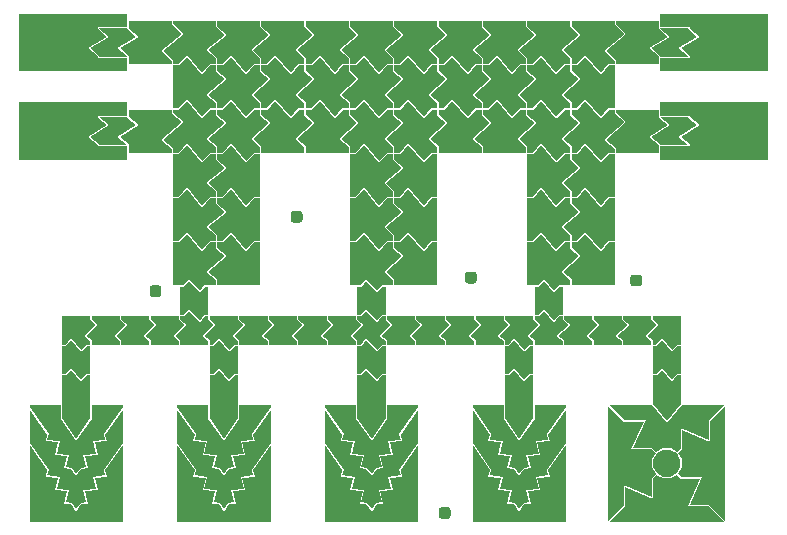
<source format=gbr>
G04 #@! TF.GenerationSoftware,KiCad,Pcbnew,5.1.9-73d0e3b20d~88~ubuntu20.04.1*
G04 #@! TF.CreationDate,2021-04-15T14:42:54-07:00*
G04 #@! TF.ProjectId,PD_ElectrodeBoard_v6,50445f45-6c65-4637-9472-6f6465426f61,6.1*
G04 #@! TF.SameCoordinates,Original*
G04 #@! TF.FileFunction,Paste,Top*
G04 #@! TF.FilePolarity,Positive*
%FSLAX46Y46*%
G04 Gerber Fmt 4.6, Leading zero omitted, Abs format (unit mm)*
G04 Created by KiCad (PCBNEW 5.1.9-73d0e3b20d~88~ubuntu20.04.1) date 2021-04-15 14:42:54*
%MOMM*%
%LPD*%
G01*
G04 APERTURE LIST*
%ADD10C,0.100000*%
G04 APERTURE END LIST*
D10*
G36*
X223433797Y-106847544D02*
G01*
X223433806Y-106847547D01*
X223433812Y-106847550D01*
X223968645Y-107156336D01*
X223968653Y-107156341D01*
X223968660Y-107156349D01*
X223968663Y-107156354D01*
X224277450Y-107691188D01*
X224277454Y-107691197D01*
X224277457Y-107691206D01*
X224277457Y-108308786D01*
X224277456Y-108308796D01*
X224277453Y-108308805D01*
X224277450Y-108308811D01*
X223968663Y-108843645D01*
X223968658Y-108843653D01*
X223968650Y-108843660D01*
X223968645Y-108843663D01*
X223433812Y-109152450D01*
X223433803Y-109152454D01*
X223433794Y-109152457D01*
X222816213Y-109152457D01*
X222816203Y-109152456D01*
X222816194Y-109152453D01*
X222816188Y-109152450D01*
X222281355Y-108843663D01*
X222281347Y-108843658D01*
X222281340Y-108843650D01*
X222281337Y-108843645D01*
X221972550Y-108308811D01*
X221972546Y-108308802D01*
X221972543Y-108308793D01*
X221972543Y-107691213D01*
X221972544Y-107691203D01*
X221972547Y-107691194D01*
X221972550Y-107691188D01*
X222281337Y-107156354D01*
X222281342Y-107156346D01*
X222281350Y-107156339D01*
X222281355Y-107156336D01*
X222816188Y-106847550D01*
X222816197Y-106847546D01*
X222816206Y-106847543D01*
X223433787Y-106847543D01*
X223433797Y-106847544D01*
G37*
G36*
X218180010Y-103132733D02*
G01*
X218180019Y-103132736D01*
X218180028Y-103132740D01*
X219516452Y-104469164D01*
X221151570Y-104469164D01*
X221151580Y-104469165D01*
X221151589Y-104469168D01*
X221151598Y-104469172D01*
X221151612Y-104469186D01*
X221151616Y-104469195D01*
X221151619Y-104469204D01*
X221151620Y-104469214D01*
X221151619Y-104469224D01*
X221151616Y-104469234D01*
X220105884Y-106817513D01*
X221864781Y-106817513D01*
X221864791Y-106817514D01*
X221864800Y-106817517D01*
X221864809Y-106817521D01*
X222172426Y-107125138D01*
X222172430Y-107125147D01*
X222172433Y-107125156D01*
X222172434Y-107125166D01*
X222172433Y-107125176D01*
X222172430Y-107125185D01*
X222172427Y-107125191D01*
X221862643Y-107661752D01*
X221862643Y-108338248D01*
X222172427Y-108874809D01*
X222172431Y-108874818D01*
X222172434Y-108874827D01*
X222172434Y-108874837D01*
X222172432Y-108874847D01*
X222172429Y-108874856D01*
X222172424Y-108874864D01*
X221832613Y-109214675D01*
X221832613Y-110849793D01*
X221832612Y-110849803D01*
X221832609Y-110849812D01*
X221832605Y-110849821D01*
X221832591Y-110849835D01*
X221832582Y-110849839D01*
X221832573Y-110849842D01*
X221832563Y-110849843D01*
X221832553Y-110849842D01*
X221832543Y-110849839D01*
X219484264Y-109804107D01*
X219484264Y-111563004D01*
X219484263Y-111563014D01*
X219484260Y-111563023D01*
X219484256Y-111563032D01*
X218180028Y-112867260D01*
X218180019Y-112867264D01*
X218180010Y-112867267D01*
X218180000Y-112867268D01*
X218179990Y-112867267D01*
X218179981Y-112867264D01*
X218179972Y-112867260D01*
X218179958Y-112867246D01*
X218179954Y-112867237D01*
X218179951Y-112867228D01*
X218179950Y-112867218D01*
X218179950Y-103132782D01*
X218179951Y-103132772D01*
X218179954Y-103132763D01*
X218179958Y-103132754D01*
X218179972Y-103132740D01*
X218179981Y-103132736D01*
X218179990Y-103132733D01*
X218180000Y-103132732D01*
X218180010Y-103132733D01*
G37*
G36*
X223999847Y-108952568D02*
G01*
X223999856Y-108952571D01*
X223999864Y-108952576D01*
X224339675Y-109292387D01*
X225974794Y-109292387D01*
X225974804Y-109292388D01*
X225974813Y-109292391D01*
X225974822Y-109292395D01*
X225974836Y-109292409D01*
X225974840Y-109292418D01*
X225974843Y-109292427D01*
X225974844Y-109292437D01*
X225974843Y-109292447D01*
X225974840Y-109292457D01*
X224929108Y-111640736D01*
X226688004Y-111640736D01*
X226688014Y-111640737D01*
X226688023Y-111640740D01*
X226688032Y-111640744D01*
X227992260Y-112944972D01*
X227992264Y-112944981D01*
X227992267Y-112944990D01*
X227992268Y-112945000D01*
X227992267Y-112945010D01*
X227992264Y-112945019D01*
X227992260Y-112945028D01*
X227992246Y-112945042D01*
X227992237Y-112945046D01*
X227992228Y-112945049D01*
X227992218Y-112945050D01*
X218257782Y-112945050D01*
X218257772Y-112945049D01*
X218257763Y-112945046D01*
X218257754Y-112945042D01*
X218257740Y-112945028D01*
X218257736Y-112945019D01*
X218257733Y-112945010D01*
X218257732Y-112945000D01*
X218257733Y-112944990D01*
X218257736Y-112944981D01*
X218257740Y-112944972D01*
X219594164Y-111608548D01*
X219594164Y-109973430D01*
X219594165Y-109973420D01*
X219594168Y-109973411D01*
X219594172Y-109973402D01*
X219594186Y-109973388D01*
X219594195Y-109973384D01*
X219594204Y-109973381D01*
X219594214Y-109973380D01*
X219594224Y-109973381D01*
X219594234Y-109973384D01*
X221942513Y-111019116D01*
X221942513Y-109260219D01*
X221942514Y-109260209D01*
X221942517Y-109260200D01*
X221942521Y-109260191D01*
X222250138Y-108952574D01*
X222250147Y-108952570D01*
X222250156Y-108952567D01*
X222250166Y-108952566D01*
X222250176Y-108952567D01*
X222250185Y-108952570D01*
X222250191Y-108952573D01*
X222786752Y-109262357D01*
X223463248Y-109262357D01*
X223999809Y-108952573D01*
X223999818Y-108952569D01*
X223999827Y-108952566D01*
X223999837Y-108952566D01*
X223999847Y-108952568D01*
G37*
G36*
X228070010Y-103132733D02*
G01*
X228070019Y-103132736D01*
X228070028Y-103132740D01*
X228070042Y-103132754D01*
X228070046Y-103132763D01*
X228070049Y-103132772D01*
X228070050Y-103132782D01*
X228070050Y-112867218D01*
X228070049Y-112867228D01*
X228070046Y-112867237D01*
X228070042Y-112867246D01*
X228070028Y-112867260D01*
X228070019Y-112867264D01*
X228070010Y-112867267D01*
X228070000Y-112867268D01*
X228069990Y-112867267D01*
X228069981Y-112867264D01*
X228069972Y-112867260D01*
X228069965Y-112867253D01*
X226733547Y-111530836D01*
X225098429Y-111530836D01*
X225098419Y-111530835D01*
X225098410Y-111530832D01*
X225098401Y-111530828D01*
X225098387Y-111530814D01*
X225098383Y-111530805D01*
X225098380Y-111530796D01*
X225098379Y-111530786D01*
X225098380Y-111530776D01*
X225098383Y-111530766D01*
X226144115Y-109182487D01*
X224385218Y-109182487D01*
X224385208Y-109182486D01*
X224385199Y-109182483D01*
X224385190Y-109182479D01*
X224077573Y-108874862D01*
X224077569Y-108874853D01*
X224077566Y-108874844D01*
X224077565Y-108874834D01*
X224077566Y-108874824D01*
X224077569Y-108874815D01*
X224077572Y-108874809D01*
X224387357Y-108338248D01*
X224387357Y-107661752D01*
X224077572Y-107125191D01*
X224077568Y-107125182D01*
X224077565Y-107125173D01*
X224077565Y-107125163D01*
X224077567Y-107125153D01*
X224077570Y-107125144D01*
X224077575Y-107125136D01*
X224077580Y-107125131D01*
X224417387Y-106785325D01*
X224417387Y-105150207D01*
X224417388Y-105150197D01*
X224417391Y-105150188D01*
X224417395Y-105150179D01*
X224417409Y-105150165D01*
X224417418Y-105150161D01*
X224417427Y-105150158D01*
X224417437Y-105150157D01*
X224417447Y-105150158D01*
X224417457Y-105150161D01*
X226765736Y-106195893D01*
X226765736Y-104436996D01*
X226765737Y-104436986D01*
X226765740Y-104436977D01*
X226765744Y-104436968D01*
X228069972Y-103132740D01*
X228069981Y-103132736D01*
X228069990Y-103132733D01*
X228070000Y-103132732D01*
X228070010Y-103132733D01*
G37*
G36*
X221849250Y-103054951D02*
G01*
X221849259Y-103054954D01*
X221849268Y-103054958D01*
X221849278Y-103054968D01*
X223125000Y-104585835D01*
X224400723Y-103054968D01*
X224400730Y-103054961D01*
X224400738Y-103054956D01*
X224400747Y-103054952D01*
X224400761Y-103054950D01*
X227992218Y-103054950D01*
X227992228Y-103054951D01*
X227992237Y-103054954D01*
X227992246Y-103054958D01*
X227992260Y-103054972D01*
X227992264Y-103054981D01*
X227992267Y-103054990D01*
X227992268Y-103055000D01*
X227992267Y-103055010D01*
X227992264Y-103055019D01*
X227992260Y-103055028D01*
X226655836Y-104391452D01*
X226655836Y-106026570D01*
X226655835Y-106026580D01*
X226655832Y-106026589D01*
X226655828Y-106026598D01*
X226655814Y-106026612D01*
X226655805Y-106026616D01*
X226655796Y-106026619D01*
X226655786Y-106026620D01*
X226655776Y-106026619D01*
X226655766Y-106026616D01*
X224307487Y-104980884D01*
X224307487Y-106739781D01*
X224307486Y-106739791D01*
X224307483Y-106739800D01*
X224307479Y-106739809D01*
X223999862Y-107047426D01*
X223999853Y-107047430D01*
X223999844Y-107047433D01*
X223999834Y-107047434D01*
X223999824Y-107047433D01*
X223999815Y-107047430D01*
X223999809Y-107047427D01*
X223463248Y-106737643D01*
X222786752Y-106737643D01*
X222250191Y-107047427D01*
X222250182Y-107047431D01*
X222250173Y-107047434D01*
X222250163Y-107047434D01*
X222250153Y-107047432D01*
X222250144Y-107047429D01*
X222250136Y-107047424D01*
X221910325Y-106707613D01*
X220275207Y-106707613D01*
X220275197Y-106707612D01*
X220275188Y-106707609D01*
X220275179Y-106707605D01*
X220275165Y-106707591D01*
X220275161Y-106707582D01*
X220275158Y-106707573D01*
X220275157Y-106707563D01*
X220275158Y-106707553D01*
X220275161Y-106707543D01*
X221320893Y-104359264D01*
X219561996Y-104359264D01*
X219561986Y-104359263D01*
X219561977Y-104359260D01*
X219561968Y-104359256D01*
X218257740Y-103055028D01*
X218257736Y-103055019D01*
X218257733Y-103055010D01*
X218257732Y-103055000D01*
X218257733Y-103054990D01*
X218257736Y-103054981D01*
X218257740Y-103054972D01*
X218257754Y-103054958D01*
X218257763Y-103054954D01*
X218257772Y-103054951D01*
X218257782Y-103054950D01*
X221849240Y-103054950D01*
X221849250Y-103054951D01*
G37*
G36*
X222687516Y-100073428D02*
G01*
X222687524Y-100073432D01*
X222687533Y-100073438D01*
X222687538Y-100073443D01*
X223562500Y-101095603D01*
X224025281Y-100554967D01*
X224025288Y-100554961D01*
X224025296Y-100554955D01*
X224025305Y-100554952D01*
X224025319Y-100554950D01*
X224320000Y-100554950D01*
X224320010Y-100554951D01*
X224320019Y-100554954D01*
X224320028Y-100554958D01*
X224320042Y-100554972D01*
X224320046Y-100554981D01*
X224320049Y-100554990D01*
X224320050Y-100555000D01*
X224320050Y-102980087D01*
X224320049Y-102980097D01*
X224320046Y-102980106D01*
X224320042Y-102980115D01*
X224320038Y-102980119D01*
X223125038Y-104414119D01*
X223125031Y-104414126D01*
X223125023Y-104414131D01*
X223125014Y-104414135D01*
X223125005Y-104414137D01*
X223124995Y-104414137D01*
X223124985Y-104414135D01*
X223124976Y-104414131D01*
X223124968Y-104414125D01*
X223124962Y-104414119D01*
X221929962Y-102980119D01*
X221929956Y-102980111D01*
X221929952Y-102980102D01*
X221929950Y-102980092D01*
X221929950Y-100555000D01*
X221929951Y-100554990D01*
X221929954Y-100554981D01*
X221929958Y-100554972D01*
X221929972Y-100554958D01*
X221929981Y-100554954D01*
X221929990Y-100554951D01*
X221930000Y-100554950D01*
X222275296Y-100554950D01*
X222687462Y-100073443D01*
X222687469Y-100073437D01*
X222687477Y-100073431D01*
X222687486Y-100073428D01*
X222687496Y-100073426D01*
X222687506Y-100073426D01*
X222687516Y-100073428D01*
G37*
G36*
X210187516Y-100073428D02*
G01*
X210187524Y-100073432D01*
X210187533Y-100073438D01*
X210187538Y-100073443D01*
X211062500Y-101095603D01*
X211525281Y-100554967D01*
X211525288Y-100554961D01*
X211525296Y-100554955D01*
X211525305Y-100554952D01*
X211525319Y-100554950D01*
X211820000Y-100554950D01*
X211820010Y-100554951D01*
X211820019Y-100554954D01*
X211820028Y-100554958D01*
X211820042Y-100554972D01*
X211820046Y-100554981D01*
X211820049Y-100554990D01*
X211820050Y-100555000D01*
X211820050Y-104197473D01*
X211820049Y-104197483D01*
X211820046Y-104197492D01*
X211820041Y-104197502D01*
X210625041Y-105904139D01*
X210625035Y-105904146D01*
X210625027Y-105904152D01*
X210625018Y-105904157D01*
X210625009Y-105904159D01*
X210624999Y-105904160D01*
X210624989Y-105904159D01*
X210624980Y-105904156D01*
X210624971Y-105904151D01*
X210624964Y-105904145D01*
X210624959Y-105904139D01*
X209429959Y-104197502D01*
X209429954Y-104197493D01*
X209429951Y-104197484D01*
X209429950Y-104197473D01*
X209429950Y-100555000D01*
X209429951Y-100554990D01*
X209429954Y-100554981D01*
X209429958Y-100554972D01*
X209429972Y-100554958D01*
X209429981Y-100554954D01*
X209429990Y-100554951D01*
X209430000Y-100554950D01*
X209775296Y-100554950D01*
X210187462Y-100073443D01*
X210187469Y-100073437D01*
X210187477Y-100073431D01*
X210187486Y-100073428D01*
X210187496Y-100073426D01*
X210187506Y-100073426D01*
X210187516Y-100073428D01*
G37*
G36*
X209320010Y-103054951D02*
G01*
X209320019Y-103054954D01*
X209320028Y-103054958D01*
X209320042Y-103054972D01*
X209320046Y-103054981D01*
X209320049Y-103054990D01*
X209320050Y-103055000D01*
X209320050Y-104232140D01*
X210625000Y-106095801D01*
X211929950Y-104232140D01*
X211929950Y-103055000D01*
X211929951Y-103054990D01*
X211929954Y-103054981D01*
X211929958Y-103054972D01*
X211929972Y-103054958D01*
X211929981Y-103054954D01*
X211929990Y-103054951D01*
X211930000Y-103054950D01*
X214570000Y-103054950D01*
X214570010Y-103054951D01*
X214570019Y-103054954D01*
X214570028Y-103054958D01*
X214570042Y-103054972D01*
X214570046Y-103054981D01*
X214570049Y-103054990D01*
X214570050Y-103055000D01*
X214570050Y-103270066D01*
X214570049Y-103270076D01*
X214570046Y-103270085D01*
X214570041Y-103270095D01*
X212974706Y-105548468D01*
X213092561Y-106027776D01*
X213092562Y-106027786D01*
X213092561Y-106027796D01*
X213092559Y-106027805D01*
X213092555Y-106027814D01*
X213092549Y-106027822D01*
X213092542Y-106027828D01*
X213092533Y-106027833D01*
X213092524Y-106027837D01*
X213092517Y-106027838D01*
X212035750Y-106142377D01*
X212289554Y-107174589D01*
X212289555Y-107174599D01*
X212289554Y-107174609D01*
X212289552Y-107174618D01*
X212289548Y-107174627D01*
X212289542Y-107174635D01*
X212289535Y-107174641D01*
X212289526Y-107174646D01*
X212289517Y-107174650D01*
X212289510Y-107174651D01*
X211232743Y-107289190D01*
X211486547Y-108321402D01*
X211486548Y-108321412D01*
X211486547Y-108321422D01*
X211486545Y-108321431D01*
X211486541Y-108321440D01*
X211486535Y-108321448D01*
X211486528Y-108321454D01*
X211486519Y-108321459D01*
X211486510Y-108321463D01*
X211486503Y-108321464D01*
X210995793Y-108374651D01*
X210625041Y-108904139D01*
X210625035Y-108904146D01*
X210625027Y-108904152D01*
X210625018Y-108904157D01*
X210625009Y-108904159D01*
X210624999Y-108904160D01*
X210624989Y-108904159D01*
X210624980Y-108904156D01*
X210624971Y-108904151D01*
X210624964Y-108904145D01*
X210624959Y-108904139D01*
X210254206Y-108374651D01*
X209763496Y-108321464D01*
X209763486Y-108321462D01*
X209763477Y-108321458D01*
X209763469Y-108321452D01*
X209763462Y-108321445D01*
X209763457Y-108321437D01*
X209763453Y-108321428D01*
X209763451Y-108321418D01*
X209763451Y-108321409D01*
X209763452Y-108321402D01*
X210017256Y-107289190D01*
X208960489Y-107174651D01*
X208960479Y-107174649D01*
X208960470Y-107174645D01*
X208960462Y-107174639D01*
X208960455Y-107174632D01*
X208960450Y-107174624D01*
X208960446Y-107174615D01*
X208960444Y-107174605D01*
X208960444Y-107174596D01*
X208960445Y-107174589D01*
X209214249Y-106142377D01*
X208157482Y-106027838D01*
X208157472Y-106027836D01*
X208157463Y-106027832D01*
X208157455Y-106027826D01*
X208157448Y-106027819D01*
X208157443Y-106027811D01*
X208157439Y-106027802D01*
X208157437Y-106027792D01*
X208157437Y-106027783D01*
X208157438Y-106027776D01*
X208275293Y-105548468D01*
X206679959Y-103270095D01*
X206679954Y-103270086D01*
X206679951Y-103270077D01*
X206679950Y-103270066D01*
X206679950Y-103055000D01*
X206679951Y-103054990D01*
X206679954Y-103054981D01*
X206679958Y-103054972D01*
X206679972Y-103054958D01*
X206679981Y-103054954D01*
X206679990Y-103054951D01*
X206680000Y-103054950D01*
X209320000Y-103054950D01*
X209320010Y-103054951D01*
G37*
G36*
X214570011Y-103461797D02*
G01*
X214570020Y-103461800D01*
X214570029Y-103461805D01*
X214570036Y-103461811D01*
X214570042Y-103461819D01*
X214570047Y-103461828D01*
X214570049Y-103461837D01*
X214570050Y-103461846D01*
X214570050Y-106270066D01*
X214570049Y-106270076D01*
X214570046Y-106270085D01*
X214570041Y-106270095D01*
X212974706Y-108548468D01*
X213092561Y-109027776D01*
X213092562Y-109027786D01*
X213092561Y-109027796D01*
X213092559Y-109027805D01*
X213092555Y-109027814D01*
X213092549Y-109027822D01*
X213092542Y-109027828D01*
X213092533Y-109027833D01*
X213092524Y-109027837D01*
X213092517Y-109027838D01*
X212035750Y-109142377D01*
X212289554Y-110174589D01*
X212289555Y-110174599D01*
X212289554Y-110174609D01*
X212289552Y-110174618D01*
X212289548Y-110174627D01*
X212289542Y-110174635D01*
X212289535Y-110174641D01*
X212289526Y-110174646D01*
X212289517Y-110174650D01*
X212289510Y-110174651D01*
X211232743Y-110289190D01*
X211486547Y-111321402D01*
X211486548Y-111321412D01*
X211486547Y-111321422D01*
X211486545Y-111321431D01*
X211486541Y-111321440D01*
X211486535Y-111321448D01*
X211486528Y-111321454D01*
X211486519Y-111321459D01*
X211486510Y-111321463D01*
X211486503Y-111321464D01*
X210995793Y-111374651D01*
X210625041Y-111904139D01*
X210625035Y-111904146D01*
X210625027Y-111904152D01*
X210625018Y-111904157D01*
X210625009Y-111904159D01*
X210624999Y-111904160D01*
X210624989Y-111904159D01*
X210624980Y-111904156D01*
X210624971Y-111904151D01*
X210624964Y-111904145D01*
X210624959Y-111904139D01*
X210254206Y-111374651D01*
X209763496Y-111321464D01*
X209763486Y-111321462D01*
X209763477Y-111321458D01*
X209763469Y-111321452D01*
X209763462Y-111321445D01*
X209763457Y-111321437D01*
X209763453Y-111321428D01*
X209763451Y-111321418D01*
X209763451Y-111321409D01*
X209763452Y-111321402D01*
X210017256Y-110289190D01*
X208960489Y-110174651D01*
X208960479Y-110174649D01*
X208960470Y-110174645D01*
X208960462Y-110174639D01*
X208960455Y-110174632D01*
X208960450Y-110174624D01*
X208960446Y-110174615D01*
X208960444Y-110174605D01*
X208960444Y-110174596D01*
X208960445Y-110174589D01*
X209214249Y-109142377D01*
X208157482Y-109027838D01*
X208157472Y-109027836D01*
X208157463Y-109027832D01*
X208157455Y-109027826D01*
X208157448Y-109027819D01*
X208157443Y-109027811D01*
X208157439Y-109027802D01*
X208157437Y-109027792D01*
X208157437Y-109027783D01*
X208157438Y-109027776D01*
X208275293Y-108548468D01*
X206679959Y-106270095D01*
X206679954Y-106270086D01*
X206679951Y-106270077D01*
X206679950Y-106270066D01*
X206679950Y-103461846D01*
X206679951Y-103461836D01*
X206679954Y-103461827D01*
X206679958Y-103461818D01*
X206679972Y-103461804D01*
X206679981Y-103461800D01*
X206679990Y-103461797D01*
X206680000Y-103461796D01*
X206680010Y-103461797D01*
X206680019Y-103461800D01*
X206680028Y-103461804D01*
X206680041Y-103461817D01*
X208156651Y-105570635D01*
X208156656Y-105570644D01*
X208156659Y-105570653D01*
X208156660Y-105570663D01*
X208156659Y-105570676D01*
X208020715Y-106123557D01*
X209077482Y-106238096D01*
X209077492Y-106238098D01*
X209077501Y-106238102D01*
X209077509Y-106238108D01*
X209077516Y-106238115D01*
X209077521Y-106238123D01*
X209077525Y-106238132D01*
X209077527Y-106238142D01*
X209077527Y-106238151D01*
X209077526Y-106238158D01*
X208823722Y-107270370D01*
X209880489Y-107384909D01*
X209880499Y-107384911D01*
X209880508Y-107384915D01*
X209880516Y-107384921D01*
X209880523Y-107384928D01*
X209880528Y-107384936D01*
X209880532Y-107384945D01*
X209880534Y-107384955D01*
X209880534Y-107384964D01*
X209880533Y-107384971D01*
X209626729Y-108417183D01*
X210192762Y-108478534D01*
X210192772Y-108478536D01*
X210192781Y-108478540D01*
X210192789Y-108478546D01*
X210192798Y-108478555D01*
X210625000Y-109095801D01*
X211057201Y-108478555D01*
X211057207Y-108478548D01*
X211057215Y-108478542D01*
X211057224Y-108478537D01*
X211057237Y-108478534D01*
X211623270Y-108417183D01*
X211369466Y-107384971D01*
X211369465Y-107384961D01*
X211369466Y-107384951D01*
X211369468Y-107384942D01*
X211369472Y-107384933D01*
X211369478Y-107384925D01*
X211369485Y-107384919D01*
X211369494Y-107384914D01*
X211369503Y-107384910D01*
X211369510Y-107384909D01*
X212426277Y-107270370D01*
X212172473Y-106238158D01*
X212172472Y-106238148D01*
X212172473Y-106238138D01*
X212172475Y-106238129D01*
X212172479Y-106238120D01*
X212172485Y-106238112D01*
X212172492Y-106238106D01*
X212172501Y-106238101D01*
X212172510Y-106238097D01*
X212172517Y-106238096D01*
X213229284Y-106123557D01*
X213093340Y-105570676D01*
X213093339Y-105570666D01*
X213093340Y-105570656D01*
X213093342Y-105570647D01*
X213093348Y-105570635D01*
X214569959Y-103461817D01*
X214569965Y-103461810D01*
X214569973Y-103461804D01*
X214569982Y-103461799D01*
X214569991Y-103461797D01*
X214570001Y-103461796D01*
X214570011Y-103461797D01*
G37*
G36*
X214570011Y-106461796D02*
G01*
X214570020Y-106461799D01*
X214570029Y-106461804D01*
X214570036Y-106461810D01*
X214570042Y-106461818D01*
X214570047Y-106461827D01*
X214570049Y-106461836D01*
X214570050Y-106461845D01*
X214570050Y-112945000D01*
X214570049Y-112945010D01*
X214570046Y-112945019D01*
X214570042Y-112945028D01*
X214570028Y-112945042D01*
X214570019Y-112945046D01*
X214570010Y-112945049D01*
X214570000Y-112945050D01*
X206680000Y-112945050D01*
X206679990Y-112945049D01*
X206679981Y-112945046D01*
X206679972Y-112945042D01*
X206679958Y-112945028D01*
X206679954Y-112945019D01*
X206679951Y-112945010D01*
X206679950Y-112945000D01*
X206679950Y-106461845D01*
X206679951Y-106461835D01*
X206679954Y-106461826D01*
X206679958Y-106461817D01*
X206679972Y-106461803D01*
X206679981Y-106461799D01*
X206679990Y-106461796D01*
X206680000Y-106461795D01*
X206680010Y-106461796D01*
X206680019Y-106461799D01*
X206680028Y-106461803D01*
X206680041Y-106461816D01*
X208156652Y-108570635D01*
X208156657Y-108570644D01*
X208156660Y-108570653D01*
X208156661Y-108570663D01*
X208156660Y-108570676D01*
X208020715Y-109123557D01*
X209077482Y-109238096D01*
X209077492Y-109238098D01*
X209077501Y-109238102D01*
X209077509Y-109238108D01*
X209077516Y-109238115D01*
X209077521Y-109238123D01*
X209077525Y-109238132D01*
X209077527Y-109238142D01*
X209077527Y-109238151D01*
X209077526Y-109238158D01*
X208823722Y-110270370D01*
X209880489Y-110384909D01*
X209880499Y-110384911D01*
X209880508Y-110384915D01*
X209880516Y-110384921D01*
X209880523Y-110384928D01*
X209880528Y-110384936D01*
X209880532Y-110384945D01*
X209880534Y-110384955D01*
X209880534Y-110384964D01*
X209880533Y-110384971D01*
X209626729Y-111417183D01*
X210192763Y-111478534D01*
X210192773Y-111478536D01*
X210192782Y-111478540D01*
X210192790Y-111478546D01*
X210192799Y-111478555D01*
X210625000Y-112095801D01*
X211057202Y-111478555D01*
X211057208Y-111478548D01*
X211057216Y-111478542D01*
X211057225Y-111478537D01*
X211057238Y-111478534D01*
X211623271Y-111417183D01*
X211369467Y-110384971D01*
X211369466Y-110384961D01*
X211369467Y-110384951D01*
X211369469Y-110384942D01*
X211369473Y-110384933D01*
X211369479Y-110384925D01*
X211369486Y-110384919D01*
X211369495Y-110384914D01*
X211369504Y-110384910D01*
X211369511Y-110384909D01*
X212426278Y-110270370D01*
X212172474Y-109238158D01*
X212172473Y-109238148D01*
X212172474Y-109238138D01*
X212172476Y-109238129D01*
X212172480Y-109238120D01*
X212172486Y-109238112D01*
X212172493Y-109238106D01*
X212172502Y-109238101D01*
X212172511Y-109238097D01*
X212172518Y-109238096D01*
X213229285Y-109123557D01*
X213093340Y-108570676D01*
X213093339Y-108570666D01*
X213093340Y-108570656D01*
X213093342Y-108570647D01*
X213093348Y-108570635D01*
X214569959Y-106461816D01*
X214569965Y-106461809D01*
X214569973Y-106461803D01*
X214569982Y-106461798D01*
X214569991Y-106461796D01*
X214570001Y-106461795D01*
X214570011Y-106461796D01*
G37*
G36*
X194320010Y-95554951D02*
G01*
X194320019Y-95554954D01*
X194320028Y-95554958D01*
X194320042Y-95554972D01*
X194320046Y-95554981D01*
X194320049Y-95554990D01*
X194320050Y-95555000D01*
X194320050Y-95900296D01*
X194801557Y-96312462D01*
X194801563Y-96312469D01*
X194801569Y-96312477D01*
X194801572Y-96312486D01*
X194801574Y-96312496D01*
X194801574Y-96312506D01*
X194801572Y-96312516D01*
X194801568Y-96312524D01*
X194801562Y-96312533D01*
X194801557Y-96312538D01*
X193779397Y-97187500D01*
X194320033Y-97650281D01*
X194320039Y-97650288D01*
X194320045Y-97650296D01*
X194320048Y-97650305D01*
X194320050Y-97650319D01*
X194320050Y-97945000D01*
X194320049Y-97945010D01*
X194320046Y-97945019D01*
X194320042Y-97945028D01*
X194320028Y-97945042D01*
X194320019Y-97945046D01*
X194320010Y-97945049D01*
X194320000Y-97945050D01*
X191930000Y-97945050D01*
X191929990Y-97945049D01*
X191929981Y-97945046D01*
X191929972Y-97945042D01*
X191929958Y-97945028D01*
X191929954Y-97945019D01*
X191929951Y-97945010D01*
X191929950Y-97945000D01*
X191929950Y-97599704D01*
X191448443Y-97187538D01*
X191448437Y-97187531D01*
X191448431Y-97187523D01*
X191448428Y-97187514D01*
X191448426Y-97187504D01*
X191448426Y-97187494D01*
X191448428Y-97187484D01*
X191448432Y-97187476D01*
X191448438Y-97187467D01*
X191448443Y-97187462D01*
X192470603Y-96312500D01*
X191929967Y-95849719D01*
X191929961Y-95849712D01*
X191929955Y-95849704D01*
X191929952Y-95849695D01*
X191929950Y-95849681D01*
X191929950Y-95555000D01*
X191929951Y-95554990D01*
X191929954Y-95554981D01*
X191929958Y-95554972D01*
X191929972Y-95554958D01*
X191929981Y-95554954D01*
X191929990Y-95554951D01*
X191930000Y-95554950D01*
X194320000Y-95554950D01*
X194320010Y-95554951D01*
G37*
G36*
X197687516Y-100073428D02*
G01*
X197687524Y-100073432D01*
X197687533Y-100073438D01*
X197687538Y-100073443D01*
X198562500Y-101095603D01*
X199025281Y-100554967D01*
X199025288Y-100554961D01*
X199025296Y-100554955D01*
X199025305Y-100554952D01*
X199025319Y-100554950D01*
X199320000Y-100554950D01*
X199320010Y-100554951D01*
X199320019Y-100554954D01*
X199320028Y-100554958D01*
X199320042Y-100554972D01*
X199320046Y-100554981D01*
X199320049Y-100554990D01*
X199320050Y-100555000D01*
X199320050Y-104197473D01*
X199320049Y-104197483D01*
X199320046Y-104197492D01*
X199320041Y-104197502D01*
X198125041Y-105904139D01*
X198125035Y-105904146D01*
X198125027Y-105904152D01*
X198125018Y-105904157D01*
X198125009Y-105904159D01*
X198124999Y-105904160D01*
X198124989Y-105904159D01*
X198124980Y-105904156D01*
X198124971Y-105904151D01*
X198124964Y-105904145D01*
X198124959Y-105904139D01*
X196929959Y-104197502D01*
X196929954Y-104197493D01*
X196929951Y-104197484D01*
X196929950Y-104197473D01*
X196929950Y-100555000D01*
X196929951Y-100554990D01*
X196929954Y-100554981D01*
X196929958Y-100554972D01*
X196929972Y-100554958D01*
X196929981Y-100554954D01*
X196929990Y-100554951D01*
X196930000Y-100554950D01*
X197275296Y-100554950D01*
X197687462Y-100073443D01*
X197687469Y-100073437D01*
X197687477Y-100073431D01*
X197687486Y-100073428D01*
X197687496Y-100073426D01*
X197687506Y-100073426D01*
X197687516Y-100073428D01*
G37*
G36*
X196820010Y-103054951D02*
G01*
X196820019Y-103054954D01*
X196820028Y-103054958D01*
X196820042Y-103054972D01*
X196820046Y-103054981D01*
X196820049Y-103054990D01*
X196820050Y-103055000D01*
X196820050Y-104232140D01*
X198125000Y-106095801D01*
X199429950Y-104232140D01*
X199429950Y-103055000D01*
X199429951Y-103054990D01*
X199429954Y-103054981D01*
X199429958Y-103054972D01*
X199429972Y-103054958D01*
X199429981Y-103054954D01*
X199429990Y-103054951D01*
X199430000Y-103054950D01*
X202070000Y-103054950D01*
X202070010Y-103054951D01*
X202070019Y-103054954D01*
X202070028Y-103054958D01*
X202070042Y-103054972D01*
X202070046Y-103054981D01*
X202070049Y-103054990D01*
X202070050Y-103055000D01*
X202070050Y-103270066D01*
X202070049Y-103270076D01*
X202070046Y-103270085D01*
X202070041Y-103270095D01*
X200474706Y-105548468D01*
X200592561Y-106027776D01*
X200592562Y-106027786D01*
X200592561Y-106027796D01*
X200592559Y-106027805D01*
X200592555Y-106027814D01*
X200592549Y-106027822D01*
X200592542Y-106027828D01*
X200592533Y-106027833D01*
X200592524Y-106027837D01*
X200592517Y-106027838D01*
X199535750Y-106142377D01*
X199789554Y-107174589D01*
X199789555Y-107174599D01*
X199789554Y-107174609D01*
X199789552Y-107174618D01*
X199789548Y-107174627D01*
X199789542Y-107174635D01*
X199789535Y-107174641D01*
X199789526Y-107174646D01*
X199789517Y-107174650D01*
X199789510Y-107174651D01*
X198732743Y-107289190D01*
X198986547Y-108321402D01*
X198986548Y-108321412D01*
X198986547Y-108321422D01*
X198986545Y-108321431D01*
X198986541Y-108321440D01*
X198986535Y-108321448D01*
X198986528Y-108321454D01*
X198986519Y-108321459D01*
X198986510Y-108321463D01*
X198986503Y-108321464D01*
X198495793Y-108374651D01*
X198125041Y-108904139D01*
X198125035Y-108904146D01*
X198125027Y-108904152D01*
X198125018Y-108904157D01*
X198125009Y-108904159D01*
X198124999Y-108904160D01*
X198124989Y-108904159D01*
X198124980Y-108904156D01*
X198124971Y-108904151D01*
X198124964Y-108904145D01*
X198124959Y-108904139D01*
X197754206Y-108374651D01*
X197263496Y-108321464D01*
X197263486Y-108321462D01*
X197263477Y-108321458D01*
X197263469Y-108321452D01*
X197263462Y-108321445D01*
X197263457Y-108321437D01*
X197263453Y-108321428D01*
X197263451Y-108321418D01*
X197263451Y-108321409D01*
X197263452Y-108321402D01*
X197517256Y-107289190D01*
X196460489Y-107174651D01*
X196460479Y-107174649D01*
X196460470Y-107174645D01*
X196460462Y-107174639D01*
X196460455Y-107174632D01*
X196460450Y-107174624D01*
X196460446Y-107174615D01*
X196460444Y-107174605D01*
X196460444Y-107174596D01*
X196460445Y-107174589D01*
X196714249Y-106142377D01*
X195657482Y-106027838D01*
X195657472Y-106027836D01*
X195657463Y-106027832D01*
X195657455Y-106027826D01*
X195657448Y-106027819D01*
X195657443Y-106027811D01*
X195657439Y-106027802D01*
X195657437Y-106027792D01*
X195657437Y-106027783D01*
X195657438Y-106027776D01*
X195775293Y-105548468D01*
X194179959Y-103270095D01*
X194179954Y-103270086D01*
X194179951Y-103270077D01*
X194179950Y-103270066D01*
X194179950Y-103055000D01*
X194179951Y-103054990D01*
X194179954Y-103054981D01*
X194179958Y-103054972D01*
X194179972Y-103054958D01*
X194179981Y-103054954D01*
X194179990Y-103054951D01*
X194180000Y-103054950D01*
X196820000Y-103054950D01*
X196820010Y-103054951D01*
G37*
G36*
X202070011Y-103461797D02*
G01*
X202070020Y-103461800D01*
X202070029Y-103461805D01*
X202070036Y-103461811D01*
X202070042Y-103461819D01*
X202070047Y-103461828D01*
X202070049Y-103461837D01*
X202070050Y-103461846D01*
X202070050Y-106270066D01*
X202070049Y-106270076D01*
X202070046Y-106270085D01*
X202070041Y-106270095D01*
X200474706Y-108548468D01*
X200592561Y-109027776D01*
X200592562Y-109027786D01*
X200592561Y-109027796D01*
X200592559Y-109027805D01*
X200592555Y-109027814D01*
X200592549Y-109027822D01*
X200592542Y-109027828D01*
X200592533Y-109027833D01*
X200592524Y-109027837D01*
X200592517Y-109027838D01*
X199535750Y-109142377D01*
X199789554Y-110174589D01*
X199789555Y-110174599D01*
X199789554Y-110174609D01*
X199789552Y-110174618D01*
X199789548Y-110174627D01*
X199789542Y-110174635D01*
X199789535Y-110174641D01*
X199789526Y-110174646D01*
X199789517Y-110174650D01*
X199789510Y-110174651D01*
X198732743Y-110289190D01*
X198986547Y-111321402D01*
X198986548Y-111321412D01*
X198986547Y-111321422D01*
X198986545Y-111321431D01*
X198986541Y-111321440D01*
X198986535Y-111321448D01*
X198986528Y-111321454D01*
X198986519Y-111321459D01*
X198986510Y-111321463D01*
X198986503Y-111321464D01*
X198495793Y-111374651D01*
X198125041Y-111904139D01*
X198125035Y-111904146D01*
X198125027Y-111904152D01*
X198125018Y-111904157D01*
X198125009Y-111904159D01*
X198124999Y-111904160D01*
X198124989Y-111904159D01*
X198124980Y-111904156D01*
X198124971Y-111904151D01*
X198124964Y-111904145D01*
X198124959Y-111904139D01*
X197754206Y-111374651D01*
X197263496Y-111321464D01*
X197263486Y-111321462D01*
X197263477Y-111321458D01*
X197263469Y-111321452D01*
X197263462Y-111321445D01*
X197263457Y-111321437D01*
X197263453Y-111321428D01*
X197263451Y-111321418D01*
X197263451Y-111321409D01*
X197263452Y-111321402D01*
X197517256Y-110289190D01*
X196460489Y-110174651D01*
X196460479Y-110174649D01*
X196460470Y-110174645D01*
X196460462Y-110174639D01*
X196460455Y-110174632D01*
X196460450Y-110174624D01*
X196460446Y-110174615D01*
X196460444Y-110174605D01*
X196460444Y-110174596D01*
X196460445Y-110174589D01*
X196714249Y-109142377D01*
X195657482Y-109027838D01*
X195657472Y-109027836D01*
X195657463Y-109027832D01*
X195657455Y-109027826D01*
X195657448Y-109027819D01*
X195657443Y-109027811D01*
X195657439Y-109027802D01*
X195657437Y-109027792D01*
X195657437Y-109027783D01*
X195657438Y-109027776D01*
X195775293Y-108548468D01*
X194179959Y-106270095D01*
X194179954Y-106270086D01*
X194179951Y-106270077D01*
X194179950Y-106270066D01*
X194179950Y-103461846D01*
X194179951Y-103461836D01*
X194179954Y-103461827D01*
X194179958Y-103461818D01*
X194179972Y-103461804D01*
X194179981Y-103461800D01*
X194179990Y-103461797D01*
X194180000Y-103461796D01*
X194180010Y-103461797D01*
X194180019Y-103461800D01*
X194180028Y-103461804D01*
X194180041Y-103461817D01*
X195656651Y-105570635D01*
X195656656Y-105570644D01*
X195656659Y-105570653D01*
X195656660Y-105570663D01*
X195656659Y-105570676D01*
X195520715Y-106123557D01*
X196577482Y-106238096D01*
X196577492Y-106238098D01*
X196577501Y-106238102D01*
X196577509Y-106238108D01*
X196577516Y-106238115D01*
X196577521Y-106238123D01*
X196577525Y-106238132D01*
X196577527Y-106238142D01*
X196577527Y-106238151D01*
X196577526Y-106238158D01*
X196323722Y-107270370D01*
X197380489Y-107384909D01*
X197380499Y-107384911D01*
X197380508Y-107384915D01*
X197380516Y-107384921D01*
X197380523Y-107384928D01*
X197380528Y-107384936D01*
X197380532Y-107384945D01*
X197380534Y-107384955D01*
X197380534Y-107384964D01*
X197380533Y-107384971D01*
X197126729Y-108417183D01*
X197692762Y-108478534D01*
X197692772Y-108478536D01*
X197692781Y-108478540D01*
X197692789Y-108478546D01*
X197692798Y-108478555D01*
X198125000Y-109095801D01*
X198557201Y-108478555D01*
X198557207Y-108478548D01*
X198557215Y-108478542D01*
X198557224Y-108478537D01*
X198557237Y-108478534D01*
X199123270Y-108417183D01*
X198869466Y-107384971D01*
X198869465Y-107384961D01*
X198869466Y-107384951D01*
X198869468Y-107384942D01*
X198869472Y-107384933D01*
X198869478Y-107384925D01*
X198869485Y-107384919D01*
X198869494Y-107384914D01*
X198869503Y-107384910D01*
X198869510Y-107384909D01*
X199926277Y-107270370D01*
X199672473Y-106238158D01*
X199672472Y-106238148D01*
X199672473Y-106238138D01*
X199672475Y-106238129D01*
X199672479Y-106238120D01*
X199672485Y-106238112D01*
X199672492Y-106238106D01*
X199672501Y-106238101D01*
X199672510Y-106238097D01*
X199672517Y-106238096D01*
X200729284Y-106123557D01*
X200593340Y-105570676D01*
X200593339Y-105570666D01*
X200593340Y-105570656D01*
X200593342Y-105570647D01*
X200593348Y-105570635D01*
X202069959Y-103461817D01*
X202069965Y-103461810D01*
X202069973Y-103461804D01*
X202069982Y-103461799D01*
X202069991Y-103461797D01*
X202070001Y-103461796D01*
X202070011Y-103461797D01*
G37*
G36*
X202070011Y-106461796D02*
G01*
X202070020Y-106461799D01*
X202070029Y-106461804D01*
X202070036Y-106461810D01*
X202070042Y-106461818D01*
X202070047Y-106461827D01*
X202070049Y-106461836D01*
X202070050Y-106461845D01*
X202070050Y-112945000D01*
X202070049Y-112945010D01*
X202070046Y-112945019D01*
X202070042Y-112945028D01*
X202070028Y-112945042D01*
X202070019Y-112945046D01*
X202070010Y-112945049D01*
X202070000Y-112945050D01*
X194180000Y-112945050D01*
X194179990Y-112945049D01*
X194179981Y-112945046D01*
X194179972Y-112945042D01*
X194179958Y-112945028D01*
X194179954Y-112945019D01*
X194179951Y-112945010D01*
X194179950Y-112945000D01*
X194179950Y-106461845D01*
X194179951Y-106461835D01*
X194179954Y-106461826D01*
X194179958Y-106461817D01*
X194179972Y-106461803D01*
X194179981Y-106461799D01*
X194179990Y-106461796D01*
X194180000Y-106461795D01*
X194180010Y-106461796D01*
X194180019Y-106461799D01*
X194180028Y-106461803D01*
X194180041Y-106461816D01*
X195656652Y-108570635D01*
X195656657Y-108570644D01*
X195656660Y-108570653D01*
X195656661Y-108570663D01*
X195656660Y-108570676D01*
X195520715Y-109123557D01*
X196577482Y-109238096D01*
X196577492Y-109238098D01*
X196577501Y-109238102D01*
X196577509Y-109238108D01*
X196577516Y-109238115D01*
X196577521Y-109238123D01*
X196577525Y-109238132D01*
X196577527Y-109238142D01*
X196577527Y-109238151D01*
X196577526Y-109238158D01*
X196323722Y-110270370D01*
X197380489Y-110384909D01*
X197380499Y-110384911D01*
X197380508Y-110384915D01*
X197380516Y-110384921D01*
X197380523Y-110384928D01*
X197380528Y-110384936D01*
X197380532Y-110384945D01*
X197380534Y-110384955D01*
X197380534Y-110384964D01*
X197380533Y-110384971D01*
X197126729Y-111417183D01*
X197692763Y-111478534D01*
X197692773Y-111478536D01*
X197692782Y-111478540D01*
X197692790Y-111478546D01*
X197692799Y-111478555D01*
X198125000Y-112095801D01*
X198557202Y-111478555D01*
X198557208Y-111478548D01*
X198557216Y-111478542D01*
X198557225Y-111478537D01*
X198557238Y-111478534D01*
X199123271Y-111417183D01*
X198869467Y-110384971D01*
X198869466Y-110384961D01*
X198869467Y-110384951D01*
X198869469Y-110384942D01*
X198869473Y-110384933D01*
X198869479Y-110384925D01*
X198869486Y-110384919D01*
X198869495Y-110384914D01*
X198869504Y-110384910D01*
X198869511Y-110384909D01*
X199926278Y-110270370D01*
X199672474Y-109238158D01*
X199672473Y-109238148D01*
X199672474Y-109238138D01*
X199672476Y-109238129D01*
X199672480Y-109238120D01*
X199672486Y-109238112D01*
X199672493Y-109238106D01*
X199672502Y-109238101D01*
X199672511Y-109238097D01*
X199672518Y-109238096D01*
X200729285Y-109123557D01*
X200593340Y-108570676D01*
X200593339Y-108570666D01*
X200593340Y-108570656D01*
X200593342Y-108570647D01*
X200593348Y-108570635D01*
X202069959Y-106461816D01*
X202069965Y-106461809D01*
X202069973Y-106461803D01*
X202069982Y-106461798D01*
X202069991Y-106461796D01*
X202070001Y-106461795D01*
X202070011Y-106461796D01*
G37*
G36*
X185187516Y-100073428D02*
G01*
X185187524Y-100073432D01*
X185187533Y-100073438D01*
X185187538Y-100073443D01*
X186062500Y-101095603D01*
X186525281Y-100554967D01*
X186525288Y-100554961D01*
X186525296Y-100554955D01*
X186525305Y-100554952D01*
X186525319Y-100554950D01*
X186820000Y-100554950D01*
X186820010Y-100554951D01*
X186820019Y-100554954D01*
X186820028Y-100554958D01*
X186820042Y-100554972D01*
X186820046Y-100554981D01*
X186820049Y-100554990D01*
X186820050Y-100555000D01*
X186820050Y-104197473D01*
X186820049Y-104197483D01*
X186820046Y-104197492D01*
X186820041Y-104197502D01*
X185625041Y-105904139D01*
X185625035Y-105904146D01*
X185625027Y-105904152D01*
X185625018Y-105904157D01*
X185625009Y-105904159D01*
X185624999Y-105904160D01*
X185624989Y-105904159D01*
X185624980Y-105904156D01*
X185624971Y-105904151D01*
X185624964Y-105904145D01*
X185624959Y-105904139D01*
X184429959Y-104197502D01*
X184429954Y-104197493D01*
X184429951Y-104197484D01*
X184429950Y-104197473D01*
X184429950Y-100555000D01*
X184429951Y-100554990D01*
X184429954Y-100554981D01*
X184429958Y-100554972D01*
X184429972Y-100554958D01*
X184429981Y-100554954D01*
X184429990Y-100554951D01*
X184430000Y-100554950D01*
X184775296Y-100554950D01*
X185187462Y-100073443D01*
X185187469Y-100073437D01*
X185187477Y-100073431D01*
X185187486Y-100073428D01*
X185187496Y-100073426D01*
X185187506Y-100073426D01*
X185187516Y-100073428D01*
G37*
G36*
X184320010Y-103054951D02*
G01*
X184320019Y-103054954D01*
X184320028Y-103054958D01*
X184320042Y-103054972D01*
X184320046Y-103054981D01*
X184320049Y-103054990D01*
X184320050Y-103055000D01*
X184320050Y-104232140D01*
X185625000Y-106095801D01*
X186929950Y-104232140D01*
X186929950Y-103055000D01*
X186929951Y-103054990D01*
X186929954Y-103054981D01*
X186929958Y-103054972D01*
X186929972Y-103054958D01*
X186929981Y-103054954D01*
X186929990Y-103054951D01*
X186930000Y-103054950D01*
X189570000Y-103054950D01*
X189570010Y-103054951D01*
X189570019Y-103054954D01*
X189570028Y-103054958D01*
X189570042Y-103054972D01*
X189570046Y-103054981D01*
X189570049Y-103054990D01*
X189570050Y-103055000D01*
X189570050Y-103270066D01*
X189570049Y-103270076D01*
X189570046Y-103270085D01*
X189570041Y-103270095D01*
X187974706Y-105548468D01*
X188092561Y-106027776D01*
X188092562Y-106027786D01*
X188092561Y-106027796D01*
X188092559Y-106027805D01*
X188092555Y-106027814D01*
X188092549Y-106027822D01*
X188092542Y-106027828D01*
X188092533Y-106027833D01*
X188092524Y-106027837D01*
X188092517Y-106027838D01*
X187035750Y-106142377D01*
X187289554Y-107174589D01*
X187289555Y-107174599D01*
X187289554Y-107174609D01*
X187289552Y-107174618D01*
X187289548Y-107174627D01*
X187289542Y-107174635D01*
X187289535Y-107174641D01*
X187289526Y-107174646D01*
X187289517Y-107174650D01*
X187289510Y-107174651D01*
X186232743Y-107289190D01*
X186486547Y-108321402D01*
X186486548Y-108321412D01*
X186486547Y-108321422D01*
X186486545Y-108321431D01*
X186486541Y-108321440D01*
X186486535Y-108321448D01*
X186486528Y-108321454D01*
X186486519Y-108321459D01*
X186486510Y-108321463D01*
X186486503Y-108321464D01*
X185995793Y-108374651D01*
X185625041Y-108904139D01*
X185625035Y-108904146D01*
X185625027Y-108904152D01*
X185625018Y-108904157D01*
X185625009Y-108904159D01*
X185624999Y-108904160D01*
X185624989Y-108904159D01*
X185624980Y-108904156D01*
X185624971Y-108904151D01*
X185624964Y-108904145D01*
X185624959Y-108904139D01*
X185254206Y-108374651D01*
X184763496Y-108321464D01*
X184763486Y-108321462D01*
X184763477Y-108321458D01*
X184763469Y-108321452D01*
X184763462Y-108321445D01*
X184763457Y-108321437D01*
X184763453Y-108321428D01*
X184763451Y-108321418D01*
X184763451Y-108321409D01*
X184763452Y-108321402D01*
X185017256Y-107289190D01*
X183960489Y-107174651D01*
X183960479Y-107174649D01*
X183960470Y-107174645D01*
X183960462Y-107174639D01*
X183960455Y-107174632D01*
X183960450Y-107174624D01*
X183960446Y-107174615D01*
X183960444Y-107174605D01*
X183960444Y-107174596D01*
X183960445Y-107174589D01*
X184214249Y-106142377D01*
X183157482Y-106027838D01*
X183157472Y-106027836D01*
X183157463Y-106027832D01*
X183157455Y-106027826D01*
X183157448Y-106027819D01*
X183157443Y-106027811D01*
X183157439Y-106027802D01*
X183157437Y-106027792D01*
X183157437Y-106027783D01*
X183157438Y-106027776D01*
X183275293Y-105548468D01*
X181679959Y-103270095D01*
X181679954Y-103270086D01*
X181679951Y-103270077D01*
X181679950Y-103270066D01*
X181679950Y-103055000D01*
X181679951Y-103054990D01*
X181679954Y-103054981D01*
X181679958Y-103054972D01*
X181679972Y-103054958D01*
X181679981Y-103054954D01*
X181679990Y-103054951D01*
X181680000Y-103054950D01*
X184320000Y-103054950D01*
X184320010Y-103054951D01*
G37*
G36*
X189570011Y-103461797D02*
G01*
X189570020Y-103461800D01*
X189570029Y-103461805D01*
X189570036Y-103461811D01*
X189570042Y-103461819D01*
X189570047Y-103461828D01*
X189570049Y-103461837D01*
X189570050Y-103461846D01*
X189570050Y-106270066D01*
X189570049Y-106270076D01*
X189570046Y-106270085D01*
X189570041Y-106270095D01*
X187974706Y-108548468D01*
X188092561Y-109027776D01*
X188092562Y-109027786D01*
X188092561Y-109027796D01*
X188092559Y-109027805D01*
X188092555Y-109027814D01*
X188092549Y-109027822D01*
X188092542Y-109027828D01*
X188092533Y-109027833D01*
X188092524Y-109027837D01*
X188092517Y-109027838D01*
X187035750Y-109142377D01*
X187289554Y-110174589D01*
X187289555Y-110174599D01*
X187289554Y-110174609D01*
X187289552Y-110174618D01*
X187289548Y-110174627D01*
X187289542Y-110174635D01*
X187289535Y-110174641D01*
X187289526Y-110174646D01*
X187289517Y-110174650D01*
X187289510Y-110174651D01*
X186232743Y-110289190D01*
X186486547Y-111321402D01*
X186486548Y-111321412D01*
X186486547Y-111321422D01*
X186486545Y-111321431D01*
X186486541Y-111321440D01*
X186486535Y-111321448D01*
X186486528Y-111321454D01*
X186486519Y-111321459D01*
X186486510Y-111321463D01*
X186486503Y-111321464D01*
X185995793Y-111374651D01*
X185625041Y-111904139D01*
X185625035Y-111904146D01*
X185625027Y-111904152D01*
X185625018Y-111904157D01*
X185625009Y-111904159D01*
X185624999Y-111904160D01*
X185624989Y-111904159D01*
X185624980Y-111904156D01*
X185624971Y-111904151D01*
X185624964Y-111904145D01*
X185624959Y-111904139D01*
X185254206Y-111374651D01*
X184763496Y-111321464D01*
X184763486Y-111321462D01*
X184763477Y-111321458D01*
X184763469Y-111321452D01*
X184763462Y-111321445D01*
X184763457Y-111321437D01*
X184763453Y-111321428D01*
X184763451Y-111321418D01*
X184763451Y-111321409D01*
X184763452Y-111321402D01*
X185017256Y-110289190D01*
X183960489Y-110174651D01*
X183960479Y-110174649D01*
X183960470Y-110174645D01*
X183960462Y-110174639D01*
X183960455Y-110174632D01*
X183960450Y-110174624D01*
X183960446Y-110174615D01*
X183960444Y-110174605D01*
X183960444Y-110174596D01*
X183960445Y-110174589D01*
X184214249Y-109142377D01*
X183157482Y-109027838D01*
X183157472Y-109027836D01*
X183157463Y-109027832D01*
X183157455Y-109027826D01*
X183157448Y-109027819D01*
X183157443Y-109027811D01*
X183157439Y-109027802D01*
X183157437Y-109027792D01*
X183157437Y-109027783D01*
X183157438Y-109027776D01*
X183275293Y-108548468D01*
X181679959Y-106270095D01*
X181679954Y-106270086D01*
X181679951Y-106270077D01*
X181679950Y-106270066D01*
X181679950Y-103461846D01*
X181679951Y-103461836D01*
X181679954Y-103461827D01*
X181679958Y-103461818D01*
X181679972Y-103461804D01*
X181679981Y-103461800D01*
X181679990Y-103461797D01*
X181680000Y-103461796D01*
X181680010Y-103461797D01*
X181680019Y-103461800D01*
X181680028Y-103461804D01*
X181680041Y-103461817D01*
X183156651Y-105570635D01*
X183156656Y-105570644D01*
X183156659Y-105570653D01*
X183156660Y-105570663D01*
X183156659Y-105570676D01*
X183020715Y-106123557D01*
X184077482Y-106238096D01*
X184077492Y-106238098D01*
X184077501Y-106238102D01*
X184077509Y-106238108D01*
X184077516Y-106238115D01*
X184077521Y-106238123D01*
X184077525Y-106238132D01*
X184077527Y-106238142D01*
X184077527Y-106238151D01*
X184077526Y-106238158D01*
X183823722Y-107270370D01*
X184880489Y-107384909D01*
X184880499Y-107384911D01*
X184880508Y-107384915D01*
X184880516Y-107384921D01*
X184880523Y-107384928D01*
X184880528Y-107384936D01*
X184880532Y-107384945D01*
X184880534Y-107384955D01*
X184880534Y-107384964D01*
X184880533Y-107384971D01*
X184626729Y-108417183D01*
X185192762Y-108478534D01*
X185192772Y-108478536D01*
X185192781Y-108478540D01*
X185192789Y-108478546D01*
X185192798Y-108478555D01*
X185625000Y-109095801D01*
X186057201Y-108478555D01*
X186057207Y-108478548D01*
X186057215Y-108478542D01*
X186057224Y-108478537D01*
X186057237Y-108478534D01*
X186623270Y-108417183D01*
X186369466Y-107384971D01*
X186369465Y-107384961D01*
X186369466Y-107384951D01*
X186369468Y-107384942D01*
X186369472Y-107384933D01*
X186369478Y-107384925D01*
X186369485Y-107384919D01*
X186369494Y-107384914D01*
X186369503Y-107384910D01*
X186369510Y-107384909D01*
X187426277Y-107270370D01*
X187172473Y-106238158D01*
X187172472Y-106238148D01*
X187172473Y-106238138D01*
X187172475Y-106238129D01*
X187172479Y-106238120D01*
X187172485Y-106238112D01*
X187172492Y-106238106D01*
X187172501Y-106238101D01*
X187172510Y-106238097D01*
X187172517Y-106238096D01*
X188229284Y-106123557D01*
X188093340Y-105570676D01*
X188093339Y-105570666D01*
X188093340Y-105570656D01*
X188093342Y-105570647D01*
X188093348Y-105570635D01*
X189569959Y-103461817D01*
X189569965Y-103461810D01*
X189569973Y-103461804D01*
X189569982Y-103461799D01*
X189569991Y-103461797D01*
X189570001Y-103461796D01*
X189570011Y-103461797D01*
G37*
G36*
X189570011Y-106461796D02*
G01*
X189570020Y-106461799D01*
X189570029Y-106461804D01*
X189570036Y-106461810D01*
X189570042Y-106461818D01*
X189570047Y-106461827D01*
X189570049Y-106461836D01*
X189570050Y-106461845D01*
X189570050Y-112945000D01*
X189570049Y-112945010D01*
X189570046Y-112945019D01*
X189570042Y-112945028D01*
X189570028Y-112945042D01*
X189570019Y-112945046D01*
X189570010Y-112945049D01*
X189570000Y-112945050D01*
X181680000Y-112945050D01*
X181679990Y-112945049D01*
X181679981Y-112945046D01*
X181679972Y-112945042D01*
X181679958Y-112945028D01*
X181679954Y-112945019D01*
X181679951Y-112945010D01*
X181679950Y-112945000D01*
X181679950Y-106461845D01*
X181679951Y-106461835D01*
X181679954Y-106461826D01*
X181679958Y-106461817D01*
X181679972Y-106461803D01*
X181679981Y-106461799D01*
X181679990Y-106461796D01*
X181680000Y-106461795D01*
X181680010Y-106461796D01*
X181680019Y-106461799D01*
X181680028Y-106461803D01*
X181680041Y-106461816D01*
X183156652Y-108570635D01*
X183156657Y-108570644D01*
X183156660Y-108570653D01*
X183156661Y-108570663D01*
X183156660Y-108570676D01*
X183020715Y-109123557D01*
X184077482Y-109238096D01*
X184077492Y-109238098D01*
X184077501Y-109238102D01*
X184077509Y-109238108D01*
X184077516Y-109238115D01*
X184077521Y-109238123D01*
X184077525Y-109238132D01*
X184077527Y-109238142D01*
X184077527Y-109238151D01*
X184077526Y-109238158D01*
X183823722Y-110270370D01*
X184880489Y-110384909D01*
X184880499Y-110384911D01*
X184880508Y-110384915D01*
X184880516Y-110384921D01*
X184880523Y-110384928D01*
X184880528Y-110384936D01*
X184880532Y-110384945D01*
X184880534Y-110384955D01*
X184880534Y-110384964D01*
X184880533Y-110384971D01*
X184626729Y-111417183D01*
X185192763Y-111478534D01*
X185192773Y-111478536D01*
X185192782Y-111478540D01*
X185192790Y-111478546D01*
X185192799Y-111478555D01*
X185625000Y-112095801D01*
X186057202Y-111478555D01*
X186057208Y-111478548D01*
X186057216Y-111478542D01*
X186057225Y-111478537D01*
X186057238Y-111478534D01*
X186623271Y-111417183D01*
X186369467Y-110384971D01*
X186369466Y-110384961D01*
X186369467Y-110384951D01*
X186369469Y-110384942D01*
X186369473Y-110384933D01*
X186369479Y-110384925D01*
X186369486Y-110384919D01*
X186369495Y-110384914D01*
X186369504Y-110384910D01*
X186369511Y-110384909D01*
X187426278Y-110270370D01*
X187172474Y-109238158D01*
X187172473Y-109238148D01*
X187172474Y-109238138D01*
X187172476Y-109238129D01*
X187172480Y-109238120D01*
X187172486Y-109238112D01*
X187172493Y-109238106D01*
X187172502Y-109238101D01*
X187172511Y-109238097D01*
X187172518Y-109238096D01*
X188229285Y-109123557D01*
X188093340Y-108570676D01*
X188093339Y-108570666D01*
X188093340Y-108570656D01*
X188093342Y-108570647D01*
X188093348Y-108570635D01*
X189569959Y-106461816D01*
X189569965Y-106461809D01*
X189569973Y-106461803D01*
X189569982Y-106461798D01*
X189569991Y-106461796D01*
X189570001Y-106461795D01*
X189570011Y-106461796D01*
G37*
G36*
X172687516Y-100073428D02*
G01*
X172687524Y-100073432D01*
X172687533Y-100073438D01*
X172687538Y-100073443D01*
X173562500Y-101095603D01*
X174025281Y-100554967D01*
X174025288Y-100554961D01*
X174025296Y-100554955D01*
X174025305Y-100554952D01*
X174025319Y-100554950D01*
X174320000Y-100554950D01*
X174320010Y-100554951D01*
X174320019Y-100554954D01*
X174320028Y-100554958D01*
X174320042Y-100554972D01*
X174320046Y-100554981D01*
X174320049Y-100554990D01*
X174320050Y-100555000D01*
X174320050Y-104197473D01*
X174320049Y-104197483D01*
X174320046Y-104197492D01*
X174320041Y-104197502D01*
X173125041Y-105904139D01*
X173125035Y-105904146D01*
X173125027Y-105904152D01*
X173125018Y-105904157D01*
X173125009Y-105904159D01*
X173124999Y-105904160D01*
X173124989Y-105904159D01*
X173124980Y-105904156D01*
X173124971Y-105904151D01*
X173124964Y-105904145D01*
X173124959Y-105904139D01*
X171929959Y-104197502D01*
X171929954Y-104197493D01*
X171929951Y-104197484D01*
X171929950Y-104197473D01*
X171929950Y-100555000D01*
X171929951Y-100554990D01*
X171929954Y-100554981D01*
X171929958Y-100554972D01*
X171929972Y-100554958D01*
X171929981Y-100554954D01*
X171929990Y-100554951D01*
X171930000Y-100554950D01*
X172275296Y-100554950D01*
X172687462Y-100073443D01*
X172687469Y-100073437D01*
X172687477Y-100073431D01*
X172687486Y-100073428D01*
X172687496Y-100073426D01*
X172687506Y-100073426D01*
X172687516Y-100073428D01*
G37*
G36*
X171820010Y-103054951D02*
G01*
X171820019Y-103054954D01*
X171820028Y-103054958D01*
X171820042Y-103054972D01*
X171820046Y-103054981D01*
X171820049Y-103054990D01*
X171820050Y-103055000D01*
X171820050Y-104232140D01*
X173125000Y-106095801D01*
X174429950Y-104232140D01*
X174429950Y-103055000D01*
X174429951Y-103054990D01*
X174429954Y-103054981D01*
X174429958Y-103054972D01*
X174429972Y-103054958D01*
X174429981Y-103054954D01*
X174429990Y-103054951D01*
X174430000Y-103054950D01*
X177070000Y-103054950D01*
X177070010Y-103054951D01*
X177070019Y-103054954D01*
X177070028Y-103054958D01*
X177070042Y-103054972D01*
X177070046Y-103054981D01*
X177070049Y-103054990D01*
X177070050Y-103055000D01*
X177070050Y-103270066D01*
X177070049Y-103270076D01*
X177070046Y-103270085D01*
X177070041Y-103270095D01*
X175474706Y-105548468D01*
X175592561Y-106027776D01*
X175592562Y-106027786D01*
X175592561Y-106027796D01*
X175592559Y-106027805D01*
X175592555Y-106027814D01*
X175592549Y-106027822D01*
X175592542Y-106027828D01*
X175592533Y-106027833D01*
X175592524Y-106027837D01*
X175592517Y-106027838D01*
X174535750Y-106142377D01*
X174789554Y-107174589D01*
X174789555Y-107174599D01*
X174789554Y-107174609D01*
X174789552Y-107174618D01*
X174789548Y-107174627D01*
X174789542Y-107174635D01*
X174789535Y-107174641D01*
X174789526Y-107174646D01*
X174789517Y-107174650D01*
X174789510Y-107174651D01*
X173732743Y-107289190D01*
X173986547Y-108321402D01*
X173986548Y-108321412D01*
X173986547Y-108321422D01*
X173986545Y-108321431D01*
X173986541Y-108321440D01*
X173986535Y-108321448D01*
X173986528Y-108321454D01*
X173986519Y-108321459D01*
X173986510Y-108321463D01*
X173986503Y-108321464D01*
X173495793Y-108374651D01*
X173125041Y-108904139D01*
X173125035Y-108904146D01*
X173125027Y-108904152D01*
X173125018Y-108904157D01*
X173125009Y-108904159D01*
X173124999Y-108904160D01*
X173124989Y-108904159D01*
X173124980Y-108904156D01*
X173124971Y-108904151D01*
X173124964Y-108904145D01*
X173124959Y-108904139D01*
X172754206Y-108374651D01*
X172263496Y-108321464D01*
X172263486Y-108321462D01*
X172263477Y-108321458D01*
X172263469Y-108321452D01*
X172263462Y-108321445D01*
X172263457Y-108321437D01*
X172263453Y-108321428D01*
X172263451Y-108321418D01*
X172263451Y-108321409D01*
X172263452Y-108321402D01*
X172517256Y-107289190D01*
X171460489Y-107174651D01*
X171460479Y-107174649D01*
X171460470Y-107174645D01*
X171460462Y-107174639D01*
X171460455Y-107174632D01*
X171460450Y-107174624D01*
X171460446Y-107174615D01*
X171460444Y-107174605D01*
X171460444Y-107174596D01*
X171460445Y-107174589D01*
X171714249Y-106142377D01*
X170657482Y-106027838D01*
X170657472Y-106027836D01*
X170657463Y-106027832D01*
X170657455Y-106027826D01*
X170657448Y-106027819D01*
X170657443Y-106027811D01*
X170657439Y-106027802D01*
X170657437Y-106027792D01*
X170657437Y-106027783D01*
X170657438Y-106027776D01*
X170775293Y-105548468D01*
X169179959Y-103270095D01*
X169179954Y-103270086D01*
X169179951Y-103270077D01*
X169179950Y-103270066D01*
X169179950Y-103055000D01*
X169179951Y-103054990D01*
X169179954Y-103054981D01*
X169179958Y-103054972D01*
X169179972Y-103054958D01*
X169179981Y-103054954D01*
X169179990Y-103054951D01*
X169180000Y-103054950D01*
X171820000Y-103054950D01*
X171820010Y-103054951D01*
G37*
G36*
X191820010Y-95554951D02*
G01*
X191820019Y-95554954D01*
X191820028Y-95554958D01*
X191820042Y-95554972D01*
X191820046Y-95554981D01*
X191820049Y-95554990D01*
X191820050Y-95555000D01*
X191820050Y-95900296D01*
X192301557Y-96312462D01*
X192301563Y-96312469D01*
X192301569Y-96312477D01*
X192301572Y-96312486D01*
X192301574Y-96312496D01*
X192301574Y-96312506D01*
X192301572Y-96312516D01*
X192301568Y-96312524D01*
X192301562Y-96312533D01*
X192301557Y-96312538D01*
X191279397Y-97187500D01*
X191820033Y-97650281D01*
X191820039Y-97650288D01*
X191820045Y-97650296D01*
X191820048Y-97650305D01*
X191820050Y-97650319D01*
X191820050Y-97945000D01*
X191820049Y-97945010D01*
X191820046Y-97945019D01*
X191820042Y-97945028D01*
X191820028Y-97945042D01*
X191820019Y-97945046D01*
X191820010Y-97945049D01*
X191820000Y-97945050D01*
X189430000Y-97945050D01*
X189429990Y-97945049D01*
X189429981Y-97945046D01*
X189429972Y-97945042D01*
X189429958Y-97945028D01*
X189429954Y-97945019D01*
X189429951Y-97945010D01*
X189429950Y-97945000D01*
X189429950Y-97599704D01*
X188948443Y-97187538D01*
X188948437Y-97187531D01*
X188948431Y-97187523D01*
X188948428Y-97187514D01*
X188948426Y-97187504D01*
X188948426Y-97187494D01*
X188948428Y-97187484D01*
X188948432Y-97187476D01*
X188948438Y-97187467D01*
X188948443Y-97187462D01*
X189970603Y-96312500D01*
X189429967Y-95849719D01*
X189429961Y-95849712D01*
X189429955Y-95849704D01*
X189429952Y-95849695D01*
X189429950Y-95849681D01*
X189429950Y-95555000D01*
X189429951Y-95554990D01*
X189429954Y-95554981D01*
X189429958Y-95554972D01*
X189429972Y-95554958D01*
X189429981Y-95554954D01*
X189429990Y-95554951D01*
X189430000Y-95554950D01*
X191820000Y-95554950D01*
X191820010Y-95554951D01*
G37*
G36*
X177070011Y-103461797D02*
G01*
X177070020Y-103461800D01*
X177070029Y-103461805D01*
X177070036Y-103461811D01*
X177070042Y-103461819D01*
X177070047Y-103461828D01*
X177070049Y-103461837D01*
X177070050Y-103461846D01*
X177070050Y-106270066D01*
X177070049Y-106270076D01*
X177070046Y-106270085D01*
X177070041Y-106270095D01*
X175474706Y-108548468D01*
X175592561Y-109027776D01*
X175592562Y-109027786D01*
X175592561Y-109027796D01*
X175592559Y-109027805D01*
X175592555Y-109027814D01*
X175592549Y-109027822D01*
X175592542Y-109027828D01*
X175592533Y-109027833D01*
X175592524Y-109027837D01*
X175592517Y-109027838D01*
X174535750Y-109142377D01*
X174789554Y-110174589D01*
X174789555Y-110174599D01*
X174789554Y-110174609D01*
X174789552Y-110174618D01*
X174789548Y-110174627D01*
X174789542Y-110174635D01*
X174789535Y-110174641D01*
X174789526Y-110174646D01*
X174789517Y-110174650D01*
X174789510Y-110174651D01*
X173732743Y-110289190D01*
X173986547Y-111321402D01*
X173986548Y-111321412D01*
X173986547Y-111321422D01*
X173986545Y-111321431D01*
X173986541Y-111321440D01*
X173986535Y-111321448D01*
X173986528Y-111321454D01*
X173986519Y-111321459D01*
X173986510Y-111321463D01*
X173986503Y-111321464D01*
X173495793Y-111374651D01*
X173125041Y-111904139D01*
X173125035Y-111904146D01*
X173125027Y-111904152D01*
X173125018Y-111904157D01*
X173125009Y-111904159D01*
X173124999Y-111904160D01*
X173124989Y-111904159D01*
X173124980Y-111904156D01*
X173124971Y-111904151D01*
X173124964Y-111904145D01*
X173124959Y-111904139D01*
X172754206Y-111374651D01*
X172263496Y-111321464D01*
X172263486Y-111321462D01*
X172263477Y-111321458D01*
X172263469Y-111321452D01*
X172263462Y-111321445D01*
X172263457Y-111321437D01*
X172263453Y-111321428D01*
X172263451Y-111321418D01*
X172263451Y-111321409D01*
X172263452Y-111321402D01*
X172517256Y-110289190D01*
X171460489Y-110174651D01*
X171460479Y-110174649D01*
X171460470Y-110174645D01*
X171460462Y-110174639D01*
X171460455Y-110174632D01*
X171460450Y-110174624D01*
X171460446Y-110174615D01*
X171460444Y-110174605D01*
X171460444Y-110174596D01*
X171460445Y-110174589D01*
X171714249Y-109142377D01*
X170657482Y-109027838D01*
X170657472Y-109027836D01*
X170657463Y-109027832D01*
X170657455Y-109027826D01*
X170657448Y-109027819D01*
X170657443Y-109027811D01*
X170657439Y-109027802D01*
X170657437Y-109027792D01*
X170657437Y-109027783D01*
X170657438Y-109027776D01*
X170775293Y-108548468D01*
X169179959Y-106270095D01*
X169179954Y-106270086D01*
X169179951Y-106270077D01*
X169179950Y-106270066D01*
X169179950Y-103461846D01*
X169179951Y-103461836D01*
X169179954Y-103461827D01*
X169179958Y-103461818D01*
X169179972Y-103461804D01*
X169179981Y-103461800D01*
X169179990Y-103461797D01*
X169180000Y-103461796D01*
X169180010Y-103461797D01*
X169180019Y-103461800D01*
X169180028Y-103461804D01*
X169180041Y-103461817D01*
X170656651Y-105570635D01*
X170656656Y-105570644D01*
X170656659Y-105570653D01*
X170656660Y-105570663D01*
X170656659Y-105570676D01*
X170520715Y-106123557D01*
X171577482Y-106238096D01*
X171577492Y-106238098D01*
X171577501Y-106238102D01*
X171577509Y-106238108D01*
X171577516Y-106238115D01*
X171577521Y-106238123D01*
X171577525Y-106238132D01*
X171577527Y-106238142D01*
X171577527Y-106238151D01*
X171577526Y-106238158D01*
X171323722Y-107270370D01*
X172380489Y-107384909D01*
X172380499Y-107384911D01*
X172380508Y-107384915D01*
X172380516Y-107384921D01*
X172380523Y-107384928D01*
X172380528Y-107384936D01*
X172380532Y-107384945D01*
X172380534Y-107384955D01*
X172380534Y-107384964D01*
X172380533Y-107384971D01*
X172126729Y-108417183D01*
X172692762Y-108478534D01*
X172692772Y-108478536D01*
X172692781Y-108478540D01*
X172692789Y-108478546D01*
X172692798Y-108478555D01*
X173125000Y-109095801D01*
X173557201Y-108478555D01*
X173557207Y-108478548D01*
X173557215Y-108478542D01*
X173557224Y-108478537D01*
X173557237Y-108478534D01*
X174123270Y-108417183D01*
X173869466Y-107384971D01*
X173869465Y-107384961D01*
X173869466Y-107384951D01*
X173869468Y-107384942D01*
X173869472Y-107384933D01*
X173869478Y-107384925D01*
X173869485Y-107384919D01*
X173869494Y-107384914D01*
X173869503Y-107384910D01*
X173869510Y-107384909D01*
X174926277Y-107270370D01*
X174672473Y-106238158D01*
X174672472Y-106238148D01*
X174672473Y-106238138D01*
X174672475Y-106238129D01*
X174672479Y-106238120D01*
X174672485Y-106238112D01*
X174672492Y-106238106D01*
X174672501Y-106238101D01*
X174672510Y-106238097D01*
X174672517Y-106238096D01*
X175729284Y-106123557D01*
X175593340Y-105570676D01*
X175593339Y-105570666D01*
X175593340Y-105570656D01*
X175593342Y-105570647D01*
X175593348Y-105570635D01*
X177069959Y-103461817D01*
X177069965Y-103461810D01*
X177069973Y-103461804D01*
X177069982Y-103461799D01*
X177069991Y-103461797D01*
X177070001Y-103461796D01*
X177070011Y-103461797D01*
G37*
G36*
X177070011Y-106461796D02*
G01*
X177070020Y-106461799D01*
X177070029Y-106461804D01*
X177070036Y-106461810D01*
X177070042Y-106461818D01*
X177070047Y-106461827D01*
X177070049Y-106461836D01*
X177070050Y-106461845D01*
X177070050Y-112945000D01*
X177070049Y-112945010D01*
X177070046Y-112945019D01*
X177070042Y-112945028D01*
X177070028Y-112945042D01*
X177070019Y-112945046D01*
X177070010Y-112945049D01*
X177070000Y-112945050D01*
X169180000Y-112945050D01*
X169179990Y-112945049D01*
X169179981Y-112945046D01*
X169179972Y-112945042D01*
X169179958Y-112945028D01*
X169179954Y-112945019D01*
X169179951Y-112945010D01*
X169179950Y-112945000D01*
X169179950Y-106461845D01*
X169179951Y-106461835D01*
X169179954Y-106461826D01*
X169179958Y-106461817D01*
X169179972Y-106461803D01*
X169179981Y-106461799D01*
X169179990Y-106461796D01*
X169180000Y-106461795D01*
X169180010Y-106461796D01*
X169180019Y-106461799D01*
X169180028Y-106461803D01*
X169180041Y-106461816D01*
X170656652Y-108570635D01*
X170656657Y-108570644D01*
X170656660Y-108570653D01*
X170656661Y-108570663D01*
X170656660Y-108570676D01*
X170520715Y-109123557D01*
X171577482Y-109238096D01*
X171577492Y-109238098D01*
X171577501Y-109238102D01*
X171577509Y-109238108D01*
X171577516Y-109238115D01*
X171577521Y-109238123D01*
X171577525Y-109238132D01*
X171577527Y-109238142D01*
X171577527Y-109238151D01*
X171577526Y-109238158D01*
X171323722Y-110270370D01*
X172380489Y-110384909D01*
X172380499Y-110384911D01*
X172380508Y-110384915D01*
X172380516Y-110384921D01*
X172380523Y-110384928D01*
X172380528Y-110384936D01*
X172380532Y-110384945D01*
X172380534Y-110384955D01*
X172380534Y-110384964D01*
X172380533Y-110384971D01*
X172126729Y-111417183D01*
X172692763Y-111478534D01*
X172692773Y-111478536D01*
X172692782Y-111478540D01*
X172692790Y-111478546D01*
X172692799Y-111478555D01*
X173125000Y-112095801D01*
X173557202Y-111478555D01*
X173557208Y-111478548D01*
X173557216Y-111478542D01*
X173557225Y-111478537D01*
X173557238Y-111478534D01*
X174123271Y-111417183D01*
X173869467Y-110384971D01*
X173869466Y-110384961D01*
X173869467Y-110384951D01*
X173869469Y-110384942D01*
X173869473Y-110384933D01*
X173869479Y-110384925D01*
X173869486Y-110384919D01*
X173869495Y-110384914D01*
X173869504Y-110384910D01*
X173869511Y-110384909D01*
X174926278Y-110270370D01*
X174672474Y-109238158D01*
X174672473Y-109238148D01*
X174672474Y-109238138D01*
X174672476Y-109238129D01*
X174672480Y-109238120D01*
X174672486Y-109238112D01*
X174672493Y-109238106D01*
X174672502Y-109238101D01*
X174672511Y-109238097D01*
X174672518Y-109238096D01*
X175729285Y-109123557D01*
X175593340Y-108570676D01*
X175593339Y-108570666D01*
X175593340Y-108570656D01*
X175593342Y-108570647D01*
X175593348Y-108570635D01*
X177069959Y-106461816D01*
X177069965Y-106461809D01*
X177069973Y-106461803D01*
X177069982Y-106461798D01*
X177069991Y-106461796D01*
X177070001Y-106461795D01*
X177070011Y-106461796D01*
G37*
G36*
X216218766Y-88567877D02*
G01*
X216218774Y-88567881D01*
X216218783Y-88567887D01*
X216218788Y-88567892D01*
X217531250Y-90101154D01*
X218212781Y-89304967D01*
X218212788Y-89304961D01*
X218212796Y-89304955D01*
X218212805Y-89304952D01*
X218212819Y-89304950D01*
X218695000Y-89304950D01*
X218695010Y-89304951D01*
X218695019Y-89304954D01*
X218695028Y-89304958D01*
X218695042Y-89304972D01*
X218695046Y-89304981D01*
X218695049Y-89304990D01*
X218695050Y-89305000D01*
X218695050Y-92945000D01*
X218695049Y-92945010D01*
X218695046Y-92945019D01*
X218695042Y-92945028D01*
X218695028Y-92945042D01*
X218695019Y-92945046D01*
X218695010Y-92945049D01*
X218695000Y-92945050D01*
X215055000Y-92945050D01*
X215054990Y-92945049D01*
X215054981Y-92945046D01*
X215054972Y-92945042D01*
X215054958Y-92945028D01*
X215054954Y-92945019D01*
X215054951Y-92945010D01*
X215054950Y-92945000D01*
X215054950Y-92412204D01*
X214317892Y-91781288D01*
X214317886Y-91781281D01*
X214317880Y-91781273D01*
X214317877Y-91781264D01*
X214317875Y-91781254D01*
X214317875Y-91781244D01*
X214317877Y-91781234D01*
X214317881Y-91781226D01*
X214317887Y-91781217D01*
X214317892Y-91781212D01*
X215851154Y-90468750D01*
X215054967Y-89787219D01*
X215054961Y-89787212D01*
X215054955Y-89787204D01*
X215054952Y-89787195D01*
X215054950Y-89787181D01*
X215054950Y-89305000D01*
X215054951Y-89304990D01*
X215054954Y-89304981D01*
X215054958Y-89304972D01*
X215054972Y-89304958D01*
X215054981Y-89304954D01*
X215054990Y-89304951D01*
X215055000Y-89304950D01*
X215587796Y-89304950D01*
X216218712Y-88567892D01*
X216218719Y-88567886D01*
X216218727Y-88567880D01*
X216218736Y-88567877D01*
X216218746Y-88567875D01*
X216218756Y-88567875D01*
X216218766Y-88567877D01*
G37*
G36*
X216218766Y-84817877D02*
G01*
X216218774Y-84817881D01*
X216218783Y-84817887D01*
X216218788Y-84817892D01*
X217531250Y-86351154D01*
X218212781Y-85554967D01*
X218212788Y-85554961D01*
X218212796Y-85554955D01*
X218212805Y-85554952D01*
X218212819Y-85554950D01*
X218695000Y-85554950D01*
X218695010Y-85554951D01*
X218695019Y-85554954D01*
X218695028Y-85554958D01*
X218695042Y-85554972D01*
X218695046Y-85554981D01*
X218695049Y-85554990D01*
X218695050Y-85555000D01*
X218695050Y-89195000D01*
X218695049Y-89195010D01*
X218695046Y-89195019D01*
X218695042Y-89195028D01*
X218695028Y-89195042D01*
X218695019Y-89195046D01*
X218695010Y-89195049D01*
X218695000Y-89195050D01*
X218162204Y-89195050D01*
X217531288Y-89932108D01*
X217531281Y-89932114D01*
X217531273Y-89932120D01*
X217531264Y-89932123D01*
X217531254Y-89932125D01*
X217531244Y-89932125D01*
X217531234Y-89932123D01*
X217531226Y-89932119D01*
X217531217Y-89932113D01*
X217531212Y-89932108D01*
X216218750Y-88398846D01*
X215537219Y-89195033D01*
X215537212Y-89195039D01*
X215537204Y-89195045D01*
X215537195Y-89195048D01*
X215537181Y-89195050D01*
X215055000Y-89195050D01*
X215054990Y-89195049D01*
X215054981Y-89195046D01*
X215054972Y-89195042D01*
X215054958Y-89195028D01*
X215054954Y-89195019D01*
X215054951Y-89195010D01*
X215054950Y-89195000D01*
X215054950Y-88662204D01*
X214317892Y-88031288D01*
X214317886Y-88031281D01*
X214317880Y-88031273D01*
X214317877Y-88031264D01*
X214317875Y-88031254D01*
X214317875Y-88031244D01*
X214317877Y-88031234D01*
X214317881Y-88031226D01*
X214317887Y-88031217D01*
X214317892Y-88031212D01*
X215851154Y-86718750D01*
X215054967Y-86037219D01*
X215054961Y-86037212D01*
X215054955Y-86037204D01*
X215054952Y-86037195D01*
X215054950Y-86037181D01*
X215054950Y-85555000D01*
X215054951Y-85554990D01*
X215054954Y-85554981D01*
X215054958Y-85554972D01*
X215054972Y-85554958D01*
X215054981Y-85554954D01*
X215054990Y-85554951D01*
X215055000Y-85554950D01*
X215587796Y-85554950D01*
X216218712Y-84817892D01*
X216218719Y-84817886D01*
X216218727Y-84817880D01*
X216218736Y-84817877D01*
X216218746Y-84817875D01*
X216218756Y-84817875D01*
X216218766Y-84817877D01*
G37*
G36*
X216218766Y-81067877D02*
G01*
X216218774Y-81067881D01*
X216218783Y-81067887D01*
X216218788Y-81067892D01*
X217531250Y-82601154D01*
X218212781Y-81804967D01*
X218212788Y-81804961D01*
X218212796Y-81804955D01*
X218212805Y-81804952D01*
X218212819Y-81804950D01*
X218695000Y-81804950D01*
X218695010Y-81804951D01*
X218695019Y-81804954D01*
X218695028Y-81804958D01*
X218695042Y-81804972D01*
X218695046Y-81804981D01*
X218695049Y-81804990D01*
X218695050Y-81805000D01*
X218695050Y-85445000D01*
X218695049Y-85445010D01*
X218695046Y-85445019D01*
X218695042Y-85445028D01*
X218695028Y-85445042D01*
X218695019Y-85445046D01*
X218695010Y-85445049D01*
X218695000Y-85445050D01*
X218162204Y-85445050D01*
X217531288Y-86182108D01*
X217531281Y-86182114D01*
X217531273Y-86182120D01*
X217531264Y-86182123D01*
X217531254Y-86182125D01*
X217531244Y-86182125D01*
X217531234Y-86182123D01*
X217531226Y-86182119D01*
X217531217Y-86182113D01*
X217531212Y-86182108D01*
X216218750Y-84648846D01*
X215537219Y-85445033D01*
X215537212Y-85445039D01*
X215537204Y-85445045D01*
X215537195Y-85445048D01*
X215537181Y-85445050D01*
X215055000Y-85445050D01*
X215054990Y-85445049D01*
X215054981Y-85445046D01*
X215054972Y-85445042D01*
X215054958Y-85445028D01*
X215054954Y-85445019D01*
X215054951Y-85445010D01*
X215054950Y-85445000D01*
X215054950Y-84912204D01*
X214317892Y-84281288D01*
X214317886Y-84281281D01*
X214317880Y-84281273D01*
X214317877Y-84281264D01*
X214317875Y-84281254D01*
X214317875Y-84281244D01*
X214317877Y-84281234D01*
X214317881Y-84281226D01*
X214317887Y-84281217D01*
X214317892Y-84281212D01*
X215851154Y-82968750D01*
X215054967Y-82287219D01*
X215054961Y-82287212D01*
X215054955Y-82287204D01*
X215054952Y-82287195D01*
X215054950Y-82287181D01*
X215054950Y-81805000D01*
X215054951Y-81804990D01*
X215054954Y-81804981D01*
X215054958Y-81804972D01*
X215054972Y-81804958D01*
X215054981Y-81804954D01*
X215054990Y-81804951D01*
X215055000Y-81804950D01*
X215587796Y-81804950D01*
X216218712Y-81067892D01*
X216218719Y-81067886D01*
X216218727Y-81067880D01*
X216218736Y-81067877D01*
X216218746Y-81067875D01*
X216218756Y-81067875D01*
X216218766Y-81067877D01*
G37*
G36*
X212468766Y-88567877D02*
G01*
X212468774Y-88567881D01*
X212468783Y-88567887D01*
X212468788Y-88567892D01*
X213781250Y-90101154D01*
X214462781Y-89304967D01*
X214462788Y-89304961D01*
X214462796Y-89304955D01*
X214462805Y-89304952D01*
X214462819Y-89304950D01*
X214945000Y-89304950D01*
X214945010Y-89304951D01*
X214945019Y-89304954D01*
X214945028Y-89304958D01*
X214945042Y-89304972D01*
X214945046Y-89304981D01*
X214945049Y-89304990D01*
X214945050Y-89305000D01*
X214945050Y-89837796D01*
X215682108Y-90468712D01*
X215682114Y-90468719D01*
X215682120Y-90468727D01*
X215682123Y-90468736D01*
X215682125Y-90468746D01*
X215682125Y-90468756D01*
X215682123Y-90468766D01*
X215682119Y-90468774D01*
X215682113Y-90468783D01*
X215682108Y-90468788D01*
X214148846Y-91781250D01*
X214945033Y-92462781D01*
X214945039Y-92462788D01*
X214945045Y-92462796D01*
X214945048Y-92462805D01*
X214945050Y-92462819D01*
X214945050Y-92945000D01*
X214945049Y-92945010D01*
X214945046Y-92945019D01*
X214945042Y-92945028D01*
X214945028Y-92945042D01*
X214945019Y-92945046D01*
X214945010Y-92945049D01*
X214945000Y-92945050D01*
X213974704Y-92945050D01*
X213562538Y-93426557D01*
X213562531Y-93426563D01*
X213562523Y-93426569D01*
X213562514Y-93426572D01*
X213562504Y-93426574D01*
X213562494Y-93426574D01*
X213562484Y-93426572D01*
X213562476Y-93426568D01*
X213562467Y-93426562D01*
X213562462Y-93426557D01*
X212687500Y-92404397D01*
X212224719Y-92945033D01*
X212224712Y-92945039D01*
X212224704Y-92945045D01*
X212224695Y-92945048D01*
X212224681Y-92945050D01*
X211305000Y-92945050D01*
X211304990Y-92945049D01*
X211304981Y-92945046D01*
X211304972Y-92945042D01*
X211304958Y-92945028D01*
X211304954Y-92945019D01*
X211304951Y-92945010D01*
X211304950Y-92945000D01*
X211304950Y-89305000D01*
X211304951Y-89304990D01*
X211304954Y-89304981D01*
X211304958Y-89304972D01*
X211304972Y-89304958D01*
X211304981Y-89304954D01*
X211304990Y-89304951D01*
X211305000Y-89304950D01*
X211837796Y-89304950D01*
X212468712Y-88567892D01*
X212468719Y-88567886D01*
X212468727Y-88567880D01*
X212468736Y-88567877D01*
X212468746Y-88567875D01*
X212468756Y-88567875D01*
X212468766Y-88567877D01*
G37*
G36*
X212468766Y-84817877D02*
G01*
X212468774Y-84817881D01*
X212468783Y-84817887D01*
X212468788Y-84817892D01*
X213781250Y-86351154D01*
X214462781Y-85554967D01*
X214462788Y-85554961D01*
X214462796Y-85554955D01*
X214462805Y-85554952D01*
X214462819Y-85554950D01*
X214945000Y-85554950D01*
X214945010Y-85554951D01*
X214945019Y-85554954D01*
X214945028Y-85554958D01*
X214945042Y-85554972D01*
X214945046Y-85554981D01*
X214945049Y-85554990D01*
X214945050Y-85555000D01*
X214945050Y-86087796D01*
X215682108Y-86718712D01*
X215682114Y-86718719D01*
X215682120Y-86718727D01*
X215682123Y-86718736D01*
X215682125Y-86718746D01*
X215682125Y-86718756D01*
X215682123Y-86718766D01*
X215682119Y-86718774D01*
X215682113Y-86718783D01*
X215682108Y-86718788D01*
X214148846Y-88031250D01*
X214945033Y-88712781D01*
X214945039Y-88712788D01*
X214945045Y-88712796D01*
X214945048Y-88712805D01*
X214945050Y-88712819D01*
X214945050Y-89195000D01*
X214945049Y-89195010D01*
X214945046Y-89195019D01*
X214945042Y-89195028D01*
X214945028Y-89195042D01*
X214945019Y-89195046D01*
X214945010Y-89195049D01*
X214945000Y-89195050D01*
X214412204Y-89195050D01*
X213781288Y-89932108D01*
X213781281Y-89932114D01*
X213781273Y-89932120D01*
X213781264Y-89932123D01*
X213781254Y-89932125D01*
X213781244Y-89932125D01*
X213781234Y-89932123D01*
X213781226Y-89932119D01*
X213781217Y-89932113D01*
X213781212Y-89932108D01*
X212468750Y-88398846D01*
X211787219Y-89195033D01*
X211787212Y-89195039D01*
X211787204Y-89195045D01*
X211787195Y-89195048D01*
X211787181Y-89195050D01*
X211305000Y-89195050D01*
X211304990Y-89195049D01*
X211304981Y-89195046D01*
X211304972Y-89195042D01*
X211304958Y-89195028D01*
X211304954Y-89195019D01*
X211304951Y-89195010D01*
X211304950Y-89195000D01*
X211304950Y-85555000D01*
X211304951Y-85554990D01*
X211304954Y-85554981D01*
X211304958Y-85554972D01*
X211304972Y-85554958D01*
X211304981Y-85554954D01*
X211304990Y-85554951D01*
X211305000Y-85554950D01*
X211837796Y-85554950D01*
X212468712Y-84817892D01*
X212468719Y-84817886D01*
X212468727Y-84817880D01*
X212468736Y-84817877D01*
X212468746Y-84817875D01*
X212468756Y-84817875D01*
X212468766Y-84817877D01*
G37*
G36*
X212468766Y-81067877D02*
G01*
X212468774Y-81067881D01*
X212468783Y-81067887D01*
X212468788Y-81067892D01*
X213781250Y-82601154D01*
X214462781Y-81804967D01*
X214462788Y-81804961D01*
X214462796Y-81804955D01*
X214462805Y-81804952D01*
X214462819Y-81804950D01*
X214945000Y-81804950D01*
X214945010Y-81804951D01*
X214945019Y-81804954D01*
X214945028Y-81804958D01*
X214945042Y-81804972D01*
X214945046Y-81804981D01*
X214945049Y-81804990D01*
X214945050Y-81805000D01*
X214945050Y-82337796D01*
X215682108Y-82968712D01*
X215682114Y-82968719D01*
X215682120Y-82968727D01*
X215682123Y-82968736D01*
X215682125Y-82968746D01*
X215682125Y-82968756D01*
X215682123Y-82968766D01*
X215682119Y-82968774D01*
X215682113Y-82968783D01*
X215682108Y-82968788D01*
X214148846Y-84281250D01*
X214945033Y-84962781D01*
X214945039Y-84962788D01*
X214945045Y-84962796D01*
X214945048Y-84962805D01*
X214945050Y-84962819D01*
X214945050Y-85445000D01*
X214945049Y-85445010D01*
X214945046Y-85445019D01*
X214945042Y-85445028D01*
X214945028Y-85445042D01*
X214945019Y-85445046D01*
X214945010Y-85445049D01*
X214945000Y-85445050D01*
X214412204Y-85445050D01*
X213781288Y-86182108D01*
X213781281Y-86182114D01*
X213781273Y-86182120D01*
X213781264Y-86182123D01*
X213781254Y-86182125D01*
X213781244Y-86182125D01*
X213781234Y-86182123D01*
X213781226Y-86182119D01*
X213781217Y-86182113D01*
X213781212Y-86182108D01*
X212468750Y-84648846D01*
X211787219Y-85445033D01*
X211787212Y-85445039D01*
X211787204Y-85445045D01*
X211787195Y-85445048D01*
X211787181Y-85445050D01*
X211305000Y-85445050D01*
X211304990Y-85445049D01*
X211304981Y-85445046D01*
X211304972Y-85445042D01*
X211304958Y-85445028D01*
X211304954Y-85445019D01*
X211304951Y-85445010D01*
X211304950Y-85445000D01*
X211304950Y-81805000D01*
X211304951Y-81804990D01*
X211304954Y-81804981D01*
X211304958Y-81804972D01*
X211304972Y-81804958D01*
X211304981Y-81804954D01*
X211304990Y-81804951D01*
X211305000Y-81804950D01*
X211837796Y-81804950D01*
X212468712Y-81067892D01*
X212468719Y-81067886D01*
X212468727Y-81067880D01*
X212468736Y-81067877D01*
X212468746Y-81067875D01*
X212468756Y-81067875D01*
X212468766Y-81067877D01*
G37*
G36*
X201218766Y-88567877D02*
G01*
X201218774Y-88567881D01*
X201218783Y-88567887D01*
X201218788Y-88567892D01*
X202531250Y-90101154D01*
X203212781Y-89304967D01*
X203212788Y-89304961D01*
X203212796Y-89304955D01*
X203212805Y-89304952D01*
X203212819Y-89304950D01*
X203695000Y-89304950D01*
X203695010Y-89304951D01*
X203695019Y-89304954D01*
X203695028Y-89304958D01*
X203695042Y-89304972D01*
X203695046Y-89304981D01*
X203695049Y-89304990D01*
X203695050Y-89305000D01*
X203695050Y-92945000D01*
X203695049Y-92945010D01*
X203695046Y-92945019D01*
X203695042Y-92945028D01*
X203695028Y-92945042D01*
X203695019Y-92945046D01*
X203695010Y-92945049D01*
X203695000Y-92945050D01*
X200055000Y-92945050D01*
X200054990Y-92945049D01*
X200054981Y-92945046D01*
X200054972Y-92945042D01*
X200054958Y-92945028D01*
X200054954Y-92945019D01*
X200054951Y-92945010D01*
X200054950Y-92945000D01*
X200054950Y-92412204D01*
X199317892Y-91781288D01*
X199317886Y-91781281D01*
X199317880Y-91781273D01*
X199317877Y-91781264D01*
X199317875Y-91781254D01*
X199317875Y-91781244D01*
X199317877Y-91781234D01*
X199317881Y-91781226D01*
X199317887Y-91781217D01*
X199317892Y-91781212D01*
X200851154Y-90468750D01*
X200054967Y-89787219D01*
X200054961Y-89787212D01*
X200054955Y-89787204D01*
X200054952Y-89787195D01*
X200054950Y-89787181D01*
X200054950Y-89305000D01*
X200054951Y-89304990D01*
X200054954Y-89304981D01*
X200054958Y-89304972D01*
X200054972Y-89304958D01*
X200054981Y-89304954D01*
X200054990Y-89304951D01*
X200055000Y-89304950D01*
X200587796Y-89304950D01*
X201218712Y-88567892D01*
X201218719Y-88567886D01*
X201218727Y-88567880D01*
X201218736Y-88567877D01*
X201218746Y-88567875D01*
X201218756Y-88567875D01*
X201218766Y-88567877D01*
G37*
G36*
X201218766Y-84817877D02*
G01*
X201218774Y-84817881D01*
X201218783Y-84817887D01*
X201218788Y-84817892D01*
X202531250Y-86351154D01*
X203212781Y-85554967D01*
X203212788Y-85554961D01*
X203212796Y-85554955D01*
X203212805Y-85554952D01*
X203212819Y-85554950D01*
X203695000Y-85554950D01*
X203695010Y-85554951D01*
X203695019Y-85554954D01*
X203695028Y-85554958D01*
X203695042Y-85554972D01*
X203695046Y-85554981D01*
X203695049Y-85554990D01*
X203695050Y-85555000D01*
X203695050Y-89195000D01*
X203695049Y-89195010D01*
X203695046Y-89195019D01*
X203695042Y-89195028D01*
X203695028Y-89195042D01*
X203695019Y-89195046D01*
X203695010Y-89195049D01*
X203695000Y-89195050D01*
X203162204Y-89195050D01*
X202531288Y-89932108D01*
X202531281Y-89932114D01*
X202531273Y-89932120D01*
X202531264Y-89932123D01*
X202531254Y-89932125D01*
X202531244Y-89932125D01*
X202531234Y-89932123D01*
X202531226Y-89932119D01*
X202531217Y-89932113D01*
X202531212Y-89932108D01*
X201218750Y-88398846D01*
X200537219Y-89195033D01*
X200537212Y-89195039D01*
X200537204Y-89195045D01*
X200537195Y-89195048D01*
X200537181Y-89195050D01*
X200055000Y-89195050D01*
X200054990Y-89195049D01*
X200054981Y-89195046D01*
X200054972Y-89195042D01*
X200054958Y-89195028D01*
X200054954Y-89195019D01*
X200054951Y-89195010D01*
X200054950Y-89195000D01*
X200054950Y-88662204D01*
X199317892Y-88031288D01*
X199317886Y-88031281D01*
X199317880Y-88031273D01*
X199317877Y-88031264D01*
X199317875Y-88031254D01*
X199317875Y-88031244D01*
X199317877Y-88031234D01*
X199317881Y-88031226D01*
X199317887Y-88031217D01*
X199317892Y-88031212D01*
X200851154Y-86718750D01*
X200054967Y-86037219D01*
X200054961Y-86037212D01*
X200054955Y-86037204D01*
X200054952Y-86037195D01*
X200054950Y-86037181D01*
X200054950Y-85555000D01*
X200054951Y-85554990D01*
X200054954Y-85554981D01*
X200054958Y-85554972D01*
X200054972Y-85554958D01*
X200054981Y-85554954D01*
X200054990Y-85554951D01*
X200055000Y-85554950D01*
X200587796Y-85554950D01*
X201218712Y-84817892D01*
X201218719Y-84817886D01*
X201218727Y-84817880D01*
X201218736Y-84817877D01*
X201218746Y-84817875D01*
X201218756Y-84817875D01*
X201218766Y-84817877D01*
G37*
G36*
X189320010Y-95554951D02*
G01*
X189320019Y-95554954D01*
X189320028Y-95554958D01*
X189320042Y-95554972D01*
X189320046Y-95554981D01*
X189320049Y-95554990D01*
X189320050Y-95555000D01*
X189320050Y-95900296D01*
X189801557Y-96312462D01*
X189801563Y-96312469D01*
X189801569Y-96312477D01*
X189801572Y-96312486D01*
X189801574Y-96312496D01*
X189801574Y-96312506D01*
X189801572Y-96312516D01*
X189801568Y-96312524D01*
X189801562Y-96312533D01*
X189801557Y-96312538D01*
X188779397Y-97187500D01*
X189320033Y-97650281D01*
X189320039Y-97650288D01*
X189320045Y-97650296D01*
X189320048Y-97650305D01*
X189320050Y-97650319D01*
X189320050Y-97945000D01*
X189320049Y-97945010D01*
X189320046Y-97945019D01*
X189320042Y-97945028D01*
X189320028Y-97945042D01*
X189320019Y-97945046D01*
X189320010Y-97945049D01*
X189320000Y-97945050D01*
X186930000Y-97945050D01*
X186929990Y-97945049D01*
X186929981Y-97945046D01*
X186929972Y-97945042D01*
X186929958Y-97945028D01*
X186929954Y-97945019D01*
X186929951Y-97945010D01*
X186929950Y-97945000D01*
X186929950Y-97599704D01*
X186448443Y-97187538D01*
X186448437Y-97187531D01*
X186448431Y-97187523D01*
X186448428Y-97187514D01*
X186448426Y-97187504D01*
X186448426Y-97187494D01*
X186448428Y-97187484D01*
X186448432Y-97187476D01*
X186448438Y-97187467D01*
X186448443Y-97187462D01*
X187470603Y-96312500D01*
X186929967Y-95849719D01*
X186929961Y-95849712D01*
X186929955Y-95849704D01*
X186929952Y-95849695D01*
X186929950Y-95849681D01*
X186929950Y-95555000D01*
X186929951Y-95554990D01*
X186929954Y-95554981D01*
X186929958Y-95554972D01*
X186929972Y-95554958D01*
X186929981Y-95554954D01*
X186929990Y-95554951D01*
X186930000Y-95554950D01*
X189320000Y-95554950D01*
X189320010Y-95554951D01*
G37*
G36*
X201218766Y-81067877D02*
G01*
X201218774Y-81067881D01*
X201218783Y-81067887D01*
X201218788Y-81067892D01*
X202531250Y-82601154D01*
X203212781Y-81804967D01*
X203212788Y-81804961D01*
X203212796Y-81804955D01*
X203212805Y-81804952D01*
X203212819Y-81804950D01*
X203695000Y-81804950D01*
X203695010Y-81804951D01*
X203695019Y-81804954D01*
X203695028Y-81804958D01*
X203695042Y-81804972D01*
X203695046Y-81804981D01*
X203695049Y-81804990D01*
X203695050Y-81805000D01*
X203695050Y-85445000D01*
X203695049Y-85445010D01*
X203695046Y-85445019D01*
X203695042Y-85445028D01*
X203695028Y-85445042D01*
X203695019Y-85445046D01*
X203695010Y-85445049D01*
X203695000Y-85445050D01*
X203162204Y-85445050D01*
X202531288Y-86182108D01*
X202531281Y-86182114D01*
X202531273Y-86182120D01*
X202531264Y-86182123D01*
X202531254Y-86182125D01*
X202531244Y-86182125D01*
X202531234Y-86182123D01*
X202531226Y-86182119D01*
X202531217Y-86182113D01*
X202531212Y-86182108D01*
X201218750Y-84648846D01*
X200537219Y-85445033D01*
X200537212Y-85445039D01*
X200537204Y-85445045D01*
X200537195Y-85445048D01*
X200537181Y-85445050D01*
X200055000Y-85445050D01*
X200054990Y-85445049D01*
X200054981Y-85445046D01*
X200054972Y-85445042D01*
X200054958Y-85445028D01*
X200054954Y-85445019D01*
X200054951Y-85445010D01*
X200054950Y-85445000D01*
X200054950Y-84912204D01*
X199317892Y-84281288D01*
X199317886Y-84281281D01*
X199317880Y-84281273D01*
X199317877Y-84281264D01*
X199317875Y-84281254D01*
X199317875Y-84281244D01*
X199317877Y-84281234D01*
X199317881Y-84281226D01*
X199317887Y-84281217D01*
X199317892Y-84281212D01*
X200851154Y-82968750D01*
X200054967Y-82287219D01*
X200054961Y-82287212D01*
X200054955Y-82287204D01*
X200054952Y-82287195D01*
X200054950Y-82287181D01*
X200054950Y-81805000D01*
X200054951Y-81804990D01*
X200054954Y-81804981D01*
X200054958Y-81804972D01*
X200054972Y-81804958D01*
X200054981Y-81804954D01*
X200054990Y-81804951D01*
X200055000Y-81804950D01*
X200587796Y-81804950D01*
X201218712Y-81067892D01*
X201218719Y-81067886D01*
X201218727Y-81067880D01*
X201218736Y-81067877D01*
X201218746Y-81067875D01*
X201218756Y-81067875D01*
X201218766Y-81067877D01*
G37*
G36*
X197468766Y-88567877D02*
G01*
X197468774Y-88567881D01*
X197468783Y-88567887D01*
X197468788Y-88567892D01*
X198781250Y-90101154D01*
X199462781Y-89304967D01*
X199462788Y-89304961D01*
X199462796Y-89304955D01*
X199462805Y-89304952D01*
X199462819Y-89304950D01*
X199945000Y-89304950D01*
X199945010Y-89304951D01*
X199945019Y-89304954D01*
X199945028Y-89304958D01*
X199945042Y-89304972D01*
X199945046Y-89304981D01*
X199945049Y-89304990D01*
X199945050Y-89305000D01*
X199945050Y-89837796D01*
X200682108Y-90468712D01*
X200682114Y-90468719D01*
X200682120Y-90468727D01*
X200682123Y-90468736D01*
X200682125Y-90468746D01*
X200682125Y-90468756D01*
X200682123Y-90468766D01*
X200682119Y-90468774D01*
X200682113Y-90468783D01*
X200682108Y-90468788D01*
X199148846Y-91781250D01*
X199945033Y-92462781D01*
X199945039Y-92462788D01*
X199945045Y-92462796D01*
X199945048Y-92462805D01*
X199945050Y-92462819D01*
X199945050Y-92945000D01*
X199945049Y-92945010D01*
X199945046Y-92945019D01*
X199945042Y-92945028D01*
X199945028Y-92945042D01*
X199945019Y-92945046D01*
X199945010Y-92945049D01*
X199945000Y-92945050D01*
X198974704Y-92945050D01*
X198562538Y-93426557D01*
X198562531Y-93426563D01*
X198562523Y-93426569D01*
X198562514Y-93426572D01*
X198562504Y-93426574D01*
X198562494Y-93426574D01*
X198562484Y-93426572D01*
X198562476Y-93426568D01*
X198562467Y-93426562D01*
X198562462Y-93426557D01*
X197687500Y-92404397D01*
X197224719Y-92945033D01*
X197224712Y-92945039D01*
X197224704Y-92945045D01*
X197224695Y-92945048D01*
X197224681Y-92945050D01*
X196305000Y-92945050D01*
X196304990Y-92945049D01*
X196304981Y-92945046D01*
X196304972Y-92945042D01*
X196304958Y-92945028D01*
X196304954Y-92945019D01*
X196304951Y-92945010D01*
X196304950Y-92945000D01*
X196304950Y-89305000D01*
X196304951Y-89304990D01*
X196304954Y-89304981D01*
X196304958Y-89304972D01*
X196304972Y-89304958D01*
X196304981Y-89304954D01*
X196304990Y-89304951D01*
X196305000Y-89304950D01*
X196837796Y-89304950D01*
X197468712Y-88567892D01*
X197468719Y-88567886D01*
X197468727Y-88567880D01*
X197468736Y-88567877D01*
X197468746Y-88567875D01*
X197468756Y-88567875D01*
X197468766Y-88567877D01*
G37*
G36*
X197468766Y-84817877D02*
G01*
X197468774Y-84817881D01*
X197468783Y-84817887D01*
X197468788Y-84817892D01*
X198781250Y-86351154D01*
X199462781Y-85554967D01*
X199462788Y-85554961D01*
X199462796Y-85554955D01*
X199462805Y-85554952D01*
X199462819Y-85554950D01*
X199945000Y-85554950D01*
X199945010Y-85554951D01*
X199945019Y-85554954D01*
X199945028Y-85554958D01*
X199945042Y-85554972D01*
X199945046Y-85554981D01*
X199945049Y-85554990D01*
X199945050Y-85555000D01*
X199945050Y-86087796D01*
X200682108Y-86718712D01*
X200682114Y-86718719D01*
X200682120Y-86718727D01*
X200682123Y-86718736D01*
X200682125Y-86718746D01*
X200682125Y-86718756D01*
X200682123Y-86718766D01*
X200682119Y-86718774D01*
X200682113Y-86718783D01*
X200682108Y-86718788D01*
X199148846Y-88031250D01*
X199945033Y-88712781D01*
X199945039Y-88712788D01*
X199945045Y-88712796D01*
X199945048Y-88712805D01*
X199945050Y-88712819D01*
X199945050Y-89195000D01*
X199945049Y-89195010D01*
X199945046Y-89195019D01*
X199945042Y-89195028D01*
X199945028Y-89195042D01*
X199945019Y-89195046D01*
X199945010Y-89195049D01*
X199945000Y-89195050D01*
X199412204Y-89195050D01*
X198781288Y-89932108D01*
X198781281Y-89932114D01*
X198781273Y-89932120D01*
X198781264Y-89932123D01*
X198781254Y-89932125D01*
X198781244Y-89932125D01*
X198781234Y-89932123D01*
X198781226Y-89932119D01*
X198781217Y-89932113D01*
X198781212Y-89932108D01*
X197468750Y-88398846D01*
X196787219Y-89195033D01*
X196787212Y-89195039D01*
X196787204Y-89195045D01*
X196787195Y-89195048D01*
X196787181Y-89195050D01*
X196305000Y-89195050D01*
X196304990Y-89195049D01*
X196304981Y-89195046D01*
X196304972Y-89195042D01*
X196304958Y-89195028D01*
X196304954Y-89195019D01*
X196304951Y-89195010D01*
X196304950Y-89195000D01*
X196304950Y-85555000D01*
X196304951Y-85554990D01*
X196304954Y-85554981D01*
X196304958Y-85554972D01*
X196304972Y-85554958D01*
X196304981Y-85554954D01*
X196304990Y-85554951D01*
X196305000Y-85554950D01*
X196837796Y-85554950D01*
X197468712Y-84817892D01*
X197468719Y-84817886D01*
X197468727Y-84817880D01*
X197468736Y-84817877D01*
X197468746Y-84817875D01*
X197468756Y-84817875D01*
X197468766Y-84817877D01*
G37*
G36*
X197468766Y-81067877D02*
G01*
X197468774Y-81067881D01*
X197468783Y-81067887D01*
X197468788Y-81067892D01*
X198781250Y-82601154D01*
X199462781Y-81804967D01*
X199462788Y-81804961D01*
X199462796Y-81804955D01*
X199462805Y-81804952D01*
X199462819Y-81804950D01*
X199945000Y-81804950D01*
X199945010Y-81804951D01*
X199945019Y-81804954D01*
X199945028Y-81804958D01*
X199945042Y-81804972D01*
X199945046Y-81804981D01*
X199945049Y-81804990D01*
X199945050Y-81805000D01*
X199945050Y-82337796D01*
X200682108Y-82968712D01*
X200682114Y-82968719D01*
X200682120Y-82968727D01*
X200682123Y-82968736D01*
X200682125Y-82968746D01*
X200682125Y-82968756D01*
X200682123Y-82968766D01*
X200682119Y-82968774D01*
X200682113Y-82968783D01*
X200682108Y-82968788D01*
X199148846Y-84281250D01*
X199945033Y-84962781D01*
X199945039Y-84962788D01*
X199945045Y-84962796D01*
X199945048Y-84962805D01*
X199945050Y-84962819D01*
X199945050Y-85445000D01*
X199945049Y-85445010D01*
X199945046Y-85445019D01*
X199945042Y-85445028D01*
X199945028Y-85445042D01*
X199945019Y-85445046D01*
X199945010Y-85445049D01*
X199945000Y-85445050D01*
X199412204Y-85445050D01*
X198781288Y-86182108D01*
X198781281Y-86182114D01*
X198781273Y-86182120D01*
X198781264Y-86182123D01*
X198781254Y-86182125D01*
X198781244Y-86182125D01*
X198781234Y-86182123D01*
X198781226Y-86182119D01*
X198781217Y-86182113D01*
X198781212Y-86182108D01*
X197468750Y-84648846D01*
X196787219Y-85445033D01*
X196787212Y-85445039D01*
X196787204Y-85445045D01*
X196787195Y-85445048D01*
X196787181Y-85445050D01*
X196305000Y-85445050D01*
X196304990Y-85445049D01*
X196304981Y-85445046D01*
X196304972Y-85445042D01*
X196304958Y-85445028D01*
X196304954Y-85445019D01*
X196304951Y-85445010D01*
X196304950Y-85445000D01*
X196304950Y-81805000D01*
X196304951Y-81804990D01*
X196304954Y-81804981D01*
X196304958Y-81804972D01*
X196304972Y-81804958D01*
X196304981Y-81804954D01*
X196304990Y-81804951D01*
X196305000Y-81804950D01*
X196837796Y-81804950D01*
X197468712Y-81067892D01*
X197468719Y-81067886D01*
X197468727Y-81067880D01*
X197468736Y-81067877D01*
X197468746Y-81067875D01*
X197468756Y-81067875D01*
X197468766Y-81067877D01*
G37*
G36*
X186218766Y-88567877D02*
G01*
X186218774Y-88567881D01*
X186218783Y-88567887D01*
X186218788Y-88567892D01*
X187531250Y-90101154D01*
X188212781Y-89304967D01*
X188212788Y-89304961D01*
X188212796Y-89304955D01*
X188212805Y-89304952D01*
X188212819Y-89304950D01*
X188695000Y-89304950D01*
X188695010Y-89304951D01*
X188695019Y-89304954D01*
X188695028Y-89304958D01*
X188695042Y-89304972D01*
X188695046Y-89304981D01*
X188695049Y-89304990D01*
X188695050Y-89305000D01*
X188695050Y-92945000D01*
X188695049Y-92945010D01*
X188695046Y-92945019D01*
X188695042Y-92945028D01*
X188695028Y-92945042D01*
X188695019Y-92945046D01*
X188695010Y-92945049D01*
X188695000Y-92945050D01*
X185055000Y-92945050D01*
X185054990Y-92945049D01*
X185054981Y-92945046D01*
X185054972Y-92945042D01*
X185054958Y-92945028D01*
X185054954Y-92945019D01*
X185054951Y-92945010D01*
X185054950Y-92945000D01*
X185054950Y-92412204D01*
X184317892Y-91781288D01*
X184317886Y-91781281D01*
X184317880Y-91781273D01*
X184317877Y-91781264D01*
X184317875Y-91781254D01*
X184317875Y-91781244D01*
X184317877Y-91781234D01*
X184317881Y-91781226D01*
X184317887Y-91781217D01*
X184317892Y-91781212D01*
X185851154Y-90468750D01*
X185054967Y-89787219D01*
X185054961Y-89787212D01*
X185054955Y-89787204D01*
X185054952Y-89787195D01*
X185054950Y-89787181D01*
X185054950Y-89305000D01*
X185054951Y-89304990D01*
X185054954Y-89304981D01*
X185054958Y-89304972D01*
X185054972Y-89304958D01*
X185054981Y-89304954D01*
X185054990Y-89304951D01*
X185055000Y-89304950D01*
X185587796Y-89304950D01*
X186218712Y-88567892D01*
X186218719Y-88567886D01*
X186218727Y-88567880D01*
X186218736Y-88567877D01*
X186218746Y-88567875D01*
X186218756Y-88567875D01*
X186218766Y-88567877D01*
G37*
G36*
X186218766Y-84817877D02*
G01*
X186218774Y-84817881D01*
X186218783Y-84817887D01*
X186218788Y-84817892D01*
X187531250Y-86351154D01*
X188212781Y-85554967D01*
X188212788Y-85554961D01*
X188212796Y-85554955D01*
X188212805Y-85554952D01*
X188212819Y-85554950D01*
X188695000Y-85554950D01*
X188695010Y-85554951D01*
X188695019Y-85554954D01*
X188695028Y-85554958D01*
X188695042Y-85554972D01*
X188695046Y-85554981D01*
X188695049Y-85554990D01*
X188695050Y-85555000D01*
X188695050Y-89195000D01*
X188695049Y-89195010D01*
X188695046Y-89195019D01*
X188695042Y-89195028D01*
X188695028Y-89195042D01*
X188695019Y-89195046D01*
X188695010Y-89195049D01*
X188695000Y-89195050D01*
X188162204Y-89195050D01*
X187531288Y-89932108D01*
X187531281Y-89932114D01*
X187531273Y-89932120D01*
X187531264Y-89932123D01*
X187531254Y-89932125D01*
X187531244Y-89932125D01*
X187531234Y-89932123D01*
X187531226Y-89932119D01*
X187531217Y-89932113D01*
X187531212Y-89932108D01*
X186218750Y-88398846D01*
X185537219Y-89195033D01*
X185537212Y-89195039D01*
X185537204Y-89195045D01*
X185537195Y-89195048D01*
X185537181Y-89195050D01*
X185055000Y-89195050D01*
X185054990Y-89195049D01*
X185054981Y-89195046D01*
X185054972Y-89195042D01*
X185054958Y-89195028D01*
X185054954Y-89195019D01*
X185054951Y-89195010D01*
X185054950Y-89195000D01*
X185054950Y-88662204D01*
X184317892Y-88031288D01*
X184317886Y-88031281D01*
X184317880Y-88031273D01*
X184317877Y-88031264D01*
X184317875Y-88031254D01*
X184317875Y-88031244D01*
X184317877Y-88031234D01*
X184317881Y-88031226D01*
X184317887Y-88031217D01*
X184317892Y-88031212D01*
X185851154Y-86718750D01*
X185054967Y-86037219D01*
X185054961Y-86037212D01*
X185054955Y-86037204D01*
X185054952Y-86037195D01*
X185054950Y-86037181D01*
X185054950Y-85555000D01*
X185054951Y-85554990D01*
X185054954Y-85554981D01*
X185054958Y-85554972D01*
X185054972Y-85554958D01*
X185054981Y-85554954D01*
X185054990Y-85554951D01*
X185055000Y-85554950D01*
X185587796Y-85554950D01*
X186218712Y-84817892D01*
X186218719Y-84817886D01*
X186218727Y-84817880D01*
X186218736Y-84817877D01*
X186218746Y-84817875D01*
X186218756Y-84817875D01*
X186218766Y-84817877D01*
G37*
G36*
X186218766Y-81067877D02*
G01*
X186218774Y-81067881D01*
X186218783Y-81067887D01*
X186218788Y-81067892D01*
X187531250Y-82601154D01*
X188212781Y-81804967D01*
X188212788Y-81804961D01*
X188212796Y-81804955D01*
X188212805Y-81804952D01*
X188212819Y-81804950D01*
X188695000Y-81804950D01*
X188695010Y-81804951D01*
X188695019Y-81804954D01*
X188695028Y-81804958D01*
X188695042Y-81804972D01*
X188695046Y-81804981D01*
X188695049Y-81804990D01*
X188695050Y-81805000D01*
X188695050Y-85445000D01*
X188695049Y-85445010D01*
X188695046Y-85445019D01*
X188695042Y-85445028D01*
X188695028Y-85445042D01*
X188695019Y-85445046D01*
X188695010Y-85445049D01*
X188695000Y-85445050D01*
X188162204Y-85445050D01*
X187531288Y-86182108D01*
X187531281Y-86182114D01*
X187531273Y-86182120D01*
X187531264Y-86182123D01*
X187531254Y-86182125D01*
X187531244Y-86182125D01*
X187531234Y-86182123D01*
X187531226Y-86182119D01*
X187531217Y-86182113D01*
X187531212Y-86182108D01*
X186218750Y-84648846D01*
X185537219Y-85445033D01*
X185537212Y-85445039D01*
X185537204Y-85445045D01*
X185537195Y-85445048D01*
X185537181Y-85445050D01*
X185055000Y-85445050D01*
X185054990Y-85445049D01*
X185054981Y-85445046D01*
X185054972Y-85445042D01*
X185054958Y-85445028D01*
X185054954Y-85445019D01*
X185054951Y-85445010D01*
X185054950Y-85445000D01*
X185054950Y-84912204D01*
X184317892Y-84281288D01*
X184317886Y-84281281D01*
X184317880Y-84281273D01*
X184317877Y-84281264D01*
X184317875Y-84281254D01*
X184317875Y-84281244D01*
X184317877Y-84281234D01*
X184317881Y-84281226D01*
X184317887Y-84281217D01*
X184317892Y-84281212D01*
X185851154Y-82968750D01*
X185054967Y-82287219D01*
X185054961Y-82287212D01*
X185054955Y-82287204D01*
X185054952Y-82287195D01*
X185054950Y-82287181D01*
X185054950Y-81805000D01*
X185054951Y-81804990D01*
X185054954Y-81804981D01*
X185054958Y-81804972D01*
X185054972Y-81804958D01*
X185054981Y-81804954D01*
X185054990Y-81804951D01*
X185055000Y-81804950D01*
X185587796Y-81804950D01*
X186218712Y-81067892D01*
X186218719Y-81067886D01*
X186218727Y-81067880D01*
X186218736Y-81067877D01*
X186218746Y-81067875D01*
X186218756Y-81067875D01*
X186218766Y-81067877D01*
G37*
G36*
X182468766Y-88567877D02*
G01*
X182468774Y-88567881D01*
X182468783Y-88567887D01*
X182468788Y-88567892D01*
X183781250Y-90101154D01*
X184462781Y-89304967D01*
X184462788Y-89304961D01*
X184462796Y-89304955D01*
X184462805Y-89304952D01*
X184462819Y-89304950D01*
X184945000Y-89304950D01*
X184945010Y-89304951D01*
X184945019Y-89304954D01*
X184945028Y-89304958D01*
X184945042Y-89304972D01*
X184945046Y-89304981D01*
X184945049Y-89304990D01*
X184945050Y-89305000D01*
X184945050Y-89837796D01*
X185682108Y-90468712D01*
X185682114Y-90468719D01*
X185682120Y-90468727D01*
X185682123Y-90468736D01*
X185682125Y-90468746D01*
X185682125Y-90468756D01*
X185682123Y-90468766D01*
X185682119Y-90468774D01*
X185682113Y-90468783D01*
X185682108Y-90468788D01*
X184148846Y-91781250D01*
X184945033Y-92462781D01*
X184945039Y-92462788D01*
X184945045Y-92462796D01*
X184945048Y-92462805D01*
X184945050Y-92462819D01*
X184945050Y-92945000D01*
X184945049Y-92945010D01*
X184945046Y-92945019D01*
X184945042Y-92945028D01*
X184945028Y-92945042D01*
X184945019Y-92945046D01*
X184945010Y-92945049D01*
X184945000Y-92945050D01*
X183974704Y-92945050D01*
X183562538Y-93426557D01*
X183562531Y-93426563D01*
X183562523Y-93426569D01*
X183562514Y-93426572D01*
X183562504Y-93426574D01*
X183562494Y-93426574D01*
X183562484Y-93426572D01*
X183562476Y-93426568D01*
X183562467Y-93426562D01*
X183562462Y-93426557D01*
X182687500Y-92404397D01*
X182224719Y-92945033D01*
X182224712Y-92945039D01*
X182224704Y-92945045D01*
X182224695Y-92945048D01*
X182224681Y-92945050D01*
X181305000Y-92945050D01*
X181304990Y-92945049D01*
X181304981Y-92945046D01*
X181304972Y-92945042D01*
X181304958Y-92945028D01*
X181304954Y-92945019D01*
X181304951Y-92945010D01*
X181304950Y-92945000D01*
X181304950Y-89305000D01*
X181304951Y-89304990D01*
X181304954Y-89304981D01*
X181304958Y-89304972D01*
X181304972Y-89304958D01*
X181304981Y-89304954D01*
X181304990Y-89304951D01*
X181305000Y-89304950D01*
X181837796Y-89304950D01*
X182468712Y-88567892D01*
X182468719Y-88567886D01*
X182468727Y-88567880D01*
X182468736Y-88567877D01*
X182468746Y-88567875D01*
X182468756Y-88567875D01*
X182468766Y-88567877D01*
G37*
G36*
X182468766Y-84817877D02*
G01*
X182468774Y-84817881D01*
X182468783Y-84817887D01*
X182468788Y-84817892D01*
X183781250Y-86351154D01*
X184462781Y-85554967D01*
X184462788Y-85554961D01*
X184462796Y-85554955D01*
X184462805Y-85554952D01*
X184462819Y-85554950D01*
X184945000Y-85554950D01*
X184945010Y-85554951D01*
X184945019Y-85554954D01*
X184945028Y-85554958D01*
X184945042Y-85554972D01*
X184945046Y-85554981D01*
X184945049Y-85554990D01*
X184945050Y-85555000D01*
X184945050Y-86087796D01*
X185682108Y-86718712D01*
X185682114Y-86718719D01*
X185682120Y-86718727D01*
X185682123Y-86718736D01*
X185682125Y-86718746D01*
X185682125Y-86718756D01*
X185682123Y-86718766D01*
X185682119Y-86718774D01*
X185682113Y-86718783D01*
X185682108Y-86718788D01*
X184148846Y-88031250D01*
X184945033Y-88712781D01*
X184945039Y-88712788D01*
X184945045Y-88712796D01*
X184945048Y-88712805D01*
X184945050Y-88712819D01*
X184945050Y-89195000D01*
X184945049Y-89195010D01*
X184945046Y-89195019D01*
X184945042Y-89195028D01*
X184945028Y-89195042D01*
X184945019Y-89195046D01*
X184945010Y-89195049D01*
X184945000Y-89195050D01*
X184412204Y-89195050D01*
X183781288Y-89932108D01*
X183781281Y-89932114D01*
X183781273Y-89932120D01*
X183781264Y-89932123D01*
X183781254Y-89932125D01*
X183781244Y-89932125D01*
X183781234Y-89932123D01*
X183781226Y-89932119D01*
X183781217Y-89932113D01*
X183781212Y-89932108D01*
X182468750Y-88398846D01*
X181787219Y-89195033D01*
X181787212Y-89195039D01*
X181787204Y-89195045D01*
X181787195Y-89195048D01*
X181787181Y-89195050D01*
X181305000Y-89195050D01*
X181304990Y-89195049D01*
X181304981Y-89195046D01*
X181304972Y-89195042D01*
X181304958Y-89195028D01*
X181304954Y-89195019D01*
X181304951Y-89195010D01*
X181304950Y-89195000D01*
X181304950Y-85555000D01*
X181304951Y-85554990D01*
X181304954Y-85554981D01*
X181304958Y-85554972D01*
X181304972Y-85554958D01*
X181304981Y-85554954D01*
X181304990Y-85554951D01*
X181305000Y-85554950D01*
X181837796Y-85554950D01*
X182468712Y-84817892D01*
X182468719Y-84817886D01*
X182468727Y-84817880D01*
X182468736Y-84817877D01*
X182468746Y-84817875D01*
X182468756Y-84817875D01*
X182468766Y-84817877D01*
G37*
G36*
X182468766Y-81067877D02*
G01*
X182468774Y-81067881D01*
X182468783Y-81067887D01*
X182468788Y-81067892D01*
X183781250Y-82601154D01*
X184462781Y-81804967D01*
X184462788Y-81804961D01*
X184462796Y-81804955D01*
X184462805Y-81804952D01*
X184462819Y-81804950D01*
X184945000Y-81804950D01*
X184945010Y-81804951D01*
X184945019Y-81804954D01*
X184945028Y-81804958D01*
X184945042Y-81804972D01*
X184945046Y-81804981D01*
X184945049Y-81804990D01*
X184945050Y-81805000D01*
X184945050Y-82337796D01*
X185682108Y-82968712D01*
X185682114Y-82968719D01*
X185682120Y-82968727D01*
X185682123Y-82968736D01*
X185682125Y-82968746D01*
X185682125Y-82968756D01*
X185682123Y-82968766D01*
X185682119Y-82968774D01*
X185682113Y-82968783D01*
X185682108Y-82968788D01*
X184148846Y-84281250D01*
X184945033Y-84962781D01*
X184945039Y-84962788D01*
X184945045Y-84962796D01*
X184945048Y-84962805D01*
X184945050Y-84962819D01*
X184945050Y-85445000D01*
X184945049Y-85445010D01*
X184945046Y-85445019D01*
X184945042Y-85445028D01*
X184945028Y-85445042D01*
X184945019Y-85445046D01*
X184945010Y-85445049D01*
X184945000Y-85445050D01*
X184412204Y-85445050D01*
X183781288Y-86182108D01*
X183781281Y-86182114D01*
X183781273Y-86182120D01*
X183781264Y-86182123D01*
X183781254Y-86182125D01*
X183781244Y-86182125D01*
X183781234Y-86182123D01*
X183781226Y-86182119D01*
X183781217Y-86182113D01*
X183781212Y-86182108D01*
X182468750Y-84648846D01*
X181787219Y-85445033D01*
X181787212Y-85445039D01*
X181787204Y-85445045D01*
X181787195Y-85445048D01*
X181787181Y-85445050D01*
X181305000Y-85445050D01*
X181304990Y-85445049D01*
X181304981Y-85445046D01*
X181304972Y-85445042D01*
X181304958Y-85445028D01*
X181304954Y-85445019D01*
X181304951Y-85445010D01*
X181304950Y-85445000D01*
X181304950Y-81805000D01*
X181304951Y-81804990D01*
X181304954Y-81804981D01*
X181304958Y-81804972D01*
X181304972Y-81804958D01*
X181304981Y-81804954D01*
X181304990Y-81804951D01*
X181305000Y-81804950D01*
X181837796Y-81804950D01*
X182468712Y-81067892D01*
X182468719Y-81067886D01*
X182468727Y-81067880D01*
X182468736Y-81067877D01*
X182468746Y-81067875D01*
X182468756Y-81067875D01*
X182468766Y-81067877D01*
G37*
G36*
X186820010Y-95554951D02*
G01*
X186820019Y-95554954D01*
X186820028Y-95554958D01*
X186820042Y-95554972D01*
X186820046Y-95554981D01*
X186820049Y-95554990D01*
X186820050Y-95555000D01*
X186820050Y-95900296D01*
X187301557Y-96312462D01*
X187301563Y-96312469D01*
X187301569Y-96312477D01*
X187301572Y-96312486D01*
X187301574Y-96312496D01*
X187301574Y-96312506D01*
X187301572Y-96312516D01*
X187301568Y-96312524D01*
X187301562Y-96312533D01*
X187301557Y-96312538D01*
X186279397Y-97187500D01*
X186820033Y-97650281D01*
X186820039Y-97650288D01*
X186820045Y-97650296D01*
X186820048Y-97650305D01*
X186820050Y-97650319D01*
X186820050Y-97945000D01*
X186820049Y-97945010D01*
X186820046Y-97945019D01*
X186820042Y-97945028D01*
X186820028Y-97945042D01*
X186820019Y-97945046D01*
X186820010Y-97945049D01*
X186820000Y-97945050D01*
X186474704Y-97945050D01*
X186062538Y-98426557D01*
X186062531Y-98426563D01*
X186062523Y-98426569D01*
X186062514Y-98426572D01*
X186062504Y-98426574D01*
X186062494Y-98426574D01*
X186062484Y-98426572D01*
X186062476Y-98426568D01*
X186062467Y-98426562D01*
X186062462Y-98426557D01*
X185187500Y-97404397D01*
X184724719Y-97945033D01*
X184724712Y-97945039D01*
X184724704Y-97945045D01*
X184724695Y-97945048D01*
X184724681Y-97945050D01*
X184430000Y-97945050D01*
X184429990Y-97945049D01*
X184429981Y-97945046D01*
X184429972Y-97945042D01*
X184429958Y-97945028D01*
X184429954Y-97945019D01*
X184429951Y-97945010D01*
X184429950Y-97945000D01*
X184429950Y-97599704D01*
X183948443Y-97187538D01*
X183948437Y-97187531D01*
X183948431Y-97187523D01*
X183948428Y-97187514D01*
X183948426Y-97187504D01*
X183948426Y-97187494D01*
X183948428Y-97187484D01*
X183948432Y-97187476D01*
X183948438Y-97187467D01*
X183948443Y-97187462D01*
X184970603Y-96312500D01*
X184429967Y-95849719D01*
X184429961Y-95849712D01*
X184429955Y-95849704D01*
X184429952Y-95849695D01*
X184429950Y-95849681D01*
X184429950Y-95555000D01*
X184429951Y-95554990D01*
X184429954Y-95554981D01*
X184429958Y-95554972D01*
X184429972Y-95554958D01*
X184429981Y-95554954D01*
X184429990Y-95554951D01*
X184430000Y-95554950D01*
X186820000Y-95554950D01*
X186820010Y-95554951D01*
G37*
G36*
X216218766Y-77317877D02*
G01*
X216218774Y-77317881D01*
X216218783Y-77317887D01*
X216218788Y-77317892D01*
X217531250Y-78851154D01*
X218212781Y-78054967D01*
X218212788Y-78054961D01*
X218212796Y-78054955D01*
X218212805Y-78054952D01*
X218212819Y-78054950D01*
X218695000Y-78054950D01*
X218695010Y-78054951D01*
X218695019Y-78054954D01*
X218695028Y-78054958D01*
X218695042Y-78054972D01*
X218695046Y-78054981D01*
X218695049Y-78054990D01*
X218695050Y-78055000D01*
X218695050Y-78400296D01*
X219541630Y-79124962D01*
X219541636Y-79124969D01*
X219541642Y-79124977D01*
X219541645Y-79124986D01*
X219541647Y-79124996D01*
X219541647Y-79125006D01*
X219541645Y-79125016D01*
X219541641Y-79125024D01*
X219541635Y-79125033D01*
X219541630Y-79125038D01*
X217789324Y-80625000D01*
X218695033Y-81400281D01*
X218695039Y-81400288D01*
X218695045Y-81400296D01*
X218695048Y-81400305D01*
X218695050Y-81400319D01*
X218695050Y-81695000D01*
X218695049Y-81695010D01*
X218695046Y-81695019D01*
X218695042Y-81695028D01*
X218695028Y-81695042D01*
X218695019Y-81695046D01*
X218695010Y-81695049D01*
X218695000Y-81695050D01*
X218162204Y-81695050D01*
X217531288Y-82432108D01*
X217531281Y-82432114D01*
X217531273Y-82432120D01*
X217531264Y-82432123D01*
X217531254Y-82432125D01*
X217531244Y-82432125D01*
X217531234Y-82432123D01*
X217531226Y-82432119D01*
X217531217Y-82432113D01*
X217531212Y-82432108D01*
X216218750Y-80898846D01*
X215537219Y-81695033D01*
X215537212Y-81695039D01*
X215537204Y-81695045D01*
X215537195Y-81695048D01*
X215537181Y-81695050D01*
X215055000Y-81695050D01*
X215054990Y-81695049D01*
X215054981Y-81695046D01*
X215054972Y-81695042D01*
X215054958Y-81695028D01*
X215054954Y-81695019D01*
X215054951Y-81695010D01*
X215054950Y-81695000D01*
X215054950Y-81162204D01*
X214317892Y-80531288D01*
X214317886Y-80531281D01*
X214317880Y-80531273D01*
X214317877Y-80531264D01*
X214317875Y-80531254D01*
X214317875Y-80531244D01*
X214317877Y-80531234D01*
X214317881Y-80531226D01*
X214317887Y-80531217D01*
X214317892Y-80531212D01*
X215851154Y-79218750D01*
X215054967Y-78537219D01*
X215054961Y-78537212D01*
X215054955Y-78537204D01*
X215054952Y-78537195D01*
X215054950Y-78537181D01*
X215054950Y-78055000D01*
X215054951Y-78054990D01*
X215054954Y-78054981D01*
X215054958Y-78054972D01*
X215054972Y-78054958D01*
X215054981Y-78054954D01*
X215054990Y-78054951D01*
X215055000Y-78054950D01*
X215587796Y-78054950D01*
X216218712Y-77317892D01*
X216218719Y-77317886D01*
X216218727Y-77317880D01*
X216218736Y-77317877D01*
X216218746Y-77317875D01*
X216218756Y-77317875D01*
X216218766Y-77317877D01*
G37*
G36*
X216218766Y-73567877D02*
G01*
X216218774Y-73567881D01*
X216218783Y-73567887D01*
X216218788Y-73567892D01*
X217531250Y-75101154D01*
X218212781Y-74304967D01*
X218212788Y-74304961D01*
X218212796Y-74304955D01*
X218212805Y-74304952D01*
X218212819Y-74304950D01*
X218695000Y-74304950D01*
X218695010Y-74304951D01*
X218695019Y-74304954D01*
X218695028Y-74304958D01*
X218695042Y-74304972D01*
X218695046Y-74304981D01*
X218695049Y-74304990D01*
X218695050Y-74305000D01*
X218695050Y-77945000D01*
X218695049Y-77945010D01*
X218695046Y-77945019D01*
X218695042Y-77945028D01*
X218695028Y-77945042D01*
X218695019Y-77945046D01*
X218695010Y-77945049D01*
X218695000Y-77945050D01*
X218162204Y-77945050D01*
X217531288Y-78682108D01*
X217531281Y-78682114D01*
X217531273Y-78682120D01*
X217531264Y-78682123D01*
X217531254Y-78682125D01*
X217531244Y-78682125D01*
X217531234Y-78682123D01*
X217531226Y-78682119D01*
X217531217Y-78682113D01*
X217531212Y-78682108D01*
X216218750Y-77148846D01*
X215537219Y-77945033D01*
X215537212Y-77945039D01*
X215537204Y-77945045D01*
X215537195Y-77945048D01*
X215537181Y-77945050D01*
X215055000Y-77945050D01*
X215054990Y-77945049D01*
X215054981Y-77945046D01*
X215054972Y-77945042D01*
X215054958Y-77945028D01*
X215054954Y-77945019D01*
X215054951Y-77945010D01*
X215054950Y-77945000D01*
X215054950Y-77412204D01*
X214317892Y-76781288D01*
X214317886Y-76781281D01*
X214317880Y-76781273D01*
X214317877Y-76781264D01*
X214317875Y-76781254D01*
X214317875Y-76781244D01*
X214317877Y-76781234D01*
X214317881Y-76781226D01*
X214317887Y-76781217D01*
X214317892Y-76781212D01*
X215851154Y-75468750D01*
X215054967Y-74787219D01*
X215054961Y-74787212D01*
X215054955Y-74787204D01*
X215054952Y-74787195D01*
X215054950Y-74787181D01*
X215054950Y-74305000D01*
X215054951Y-74304990D01*
X215054954Y-74304981D01*
X215054958Y-74304972D01*
X215054972Y-74304958D01*
X215054981Y-74304954D01*
X215054990Y-74304951D01*
X215055000Y-74304950D01*
X215587796Y-74304950D01*
X216218712Y-73567892D01*
X216218719Y-73567886D01*
X216218727Y-73567880D01*
X216218736Y-73567877D01*
X216218746Y-73567875D01*
X216218756Y-73567875D01*
X216218766Y-73567877D01*
G37*
G36*
X218695010Y-70554951D02*
G01*
X218695019Y-70554954D01*
X218695028Y-70554958D01*
X218695042Y-70554972D01*
X218695046Y-70554981D01*
X218695049Y-70554990D01*
X218695050Y-70555000D01*
X218695050Y-70900296D01*
X219541630Y-71624962D01*
X219541636Y-71624969D01*
X219541642Y-71624977D01*
X219541645Y-71624986D01*
X219541647Y-71624996D01*
X219541647Y-71625006D01*
X219541645Y-71625016D01*
X219541641Y-71625024D01*
X219541635Y-71625033D01*
X219541630Y-71625038D01*
X217789324Y-73125000D01*
X218695033Y-73900281D01*
X218695039Y-73900288D01*
X218695045Y-73900296D01*
X218695048Y-73900305D01*
X218695050Y-73900319D01*
X218695050Y-74195000D01*
X218695049Y-74195010D01*
X218695046Y-74195019D01*
X218695042Y-74195028D01*
X218695028Y-74195042D01*
X218695019Y-74195046D01*
X218695010Y-74195049D01*
X218695000Y-74195050D01*
X218162204Y-74195050D01*
X217531288Y-74932108D01*
X217531281Y-74932114D01*
X217531273Y-74932120D01*
X217531264Y-74932123D01*
X217531254Y-74932125D01*
X217531244Y-74932125D01*
X217531234Y-74932123D01*
X217531226Y-74932119D01*
X217531217Y-74932113D01*
X217531212Y-74932108D01*
X216218750Y-73398846D01*
X215537219Y-74195033D01*
X215537212Y-74195039D01*
X215537204Y-74195045D01*
X215537195Y-74195048D01*
X215537181Y-74195050D01*
X215055000Y-74195050D01*
X215054990Y-74195049D01*
X215054981Y-74195046D01*
X215054972Y-74195042D01*
X215054958Y-74195028D01*
X215054954Y-74195019D01*
X215054951Y-74195010D01*
X215054950Y-74195000D01*
X215054950Y-73662204D01*
X214317892Y-73031288D01*
X214317886Y-73031281D01*
X214317880Y-73031273D01*
X214317877Y-73031264D01*
X214317875Y-73031254D01*
X214317875Y-73031244D01*
X214317877Y-73031234D01*
X214317881Y-73031226D01*
X214317887Y-73031217D01*
X214317892Y-73031212D01*
X215851154Y-71718750D01*
X215054967Y-71037219D01*
X215054961Y-71037212D01*
X215054955Y-71037204D01*
X215054952Y-71037195D01*
X215054950Y-71037181D01*
X215054950Y-70555000D01*
X215054951Y-70554990D01*
X215054954Y-70554981D01*
X215054958Y-70554972D01*
X215054972Y-70554958D01*
X215054981Y-70554954D01*
X215054990Y-70554951D01*
X215055000Y-70554950D01*
X218695000Y-70554950D01*
X218695010Y-70554951D01*
G37*
G36*
X212468766Y-77317877D02*
G01*
X212468774Y-77317881D01*
X212468783Y-77317887D01*
X212468788Y-77317892D01*
X213781250Y-78851154D01*
X214462781Y-78054967D01*
X214462788Y-78054961D01*
X214462796Y-78054955D01*
X214462805Y-78054952D01*
X214462819Y-78054950D01*
X214945000Y-78054950D01*
X214945010Y-78054951D01*
X214945019Y-78054954D01*
X214945028Y-78054958D01*
X214945042Y-78054972D01*
X214945046Y-78054981D01*
X214945049Y-78054990D01*
X214945050Y-78055000D01*
X214945050Y-78587796D01*
X215682108Y-79218712D01*
X215682114Y-79218719D01*
X215682120Y-79218727D01*
X215682123Y-79218736D01*
X215682125Y-79218746D01*
X215682125Y-79218756D01*
X215682123Y-79218766D01*
X215682119Y-79218774D01*
X215682113Y-79218783D01*
X215682108Y-79218788D01*
X214148846Y-80531250D01*
X214945033Y-81212781D01*
X214945039Y-81212788D01*
X214945045Y-81212796D01*
X214945048Y-81212805D01*
X214945050Y-81212819D01*
X214945050Y-81695000D01*
X214945049Y-81695010D01*
X214945046Y-81695019D01*
X214945042Y-81695028D01*
X214945028Y-81695042D01*
X214945019Y-81695046D01*
X214945010Y-81695049D01*
X214945000Y-81695050D01*
X214412204Y-81695050D01*
X213781288Y-82432108D01*
X213781281Y-82432114D01*
X213781273Y-82432120D01*
X213781264Y-82432123D01*
X213781254Y-82432125D01*
X213781244Y-82432125D01*
X213781234Y-82432123D01*
X213781226Y-82432119D01*
X213781217Y-82432113D01*
X213781212Y-82432108D01*
X212468750Y-80898846D01*
X211787219Y-81695033D01*
X211787212Y-81695039D01*
X211787204Y-81695045D01*
X211787195Y-81695048D01*
X211787181Y-81695050D01*
X211305000Y-81695050D01*
X211304990Y-81695049D01*
X211304981Y-81695046D01*
X211304972Y-81695042D01*
X211304958Y-81695028D01*
X211304954Y-81695019D01*
X211304951Y-81695010D01*
X211304950Y-81695000D01*
X211304950Y-81162204D01*
X210567892Y-80531288D01*
X210567886Y-80531281D01*
X210567880Y-80531273D01*
X210567877Y-80531264D01*
X210567875Y-80531254D01*
X210567875Y-80531244D01*
X210567877Y-80531234D01*
X210567881Y-80531226D01*
X210567887Y-80531217D01*
X210567892Y-80531212D01*
X212101154Y-79218750D01*
X211304967Y-78537219D01*
X211304961Y-78537212D01*
X211304955Y-78537204D01*
X211304952Y-78537195D01*
X211304950Y-78537181D01*
X211304950Y-78055000D01*
X211304951Y-78054990D01*
X211304954Y-78054981D01*
X211304958Y-78054972D01*
X211304972Y-78054958D01*
X211304981Y-78054954D01*
X211304990Y-78054951D01*
X211305000Y-78054950D01*
X211837796Y-78054950D01*
X212468712Y-77317892D01*
X212468719Y-77317886D01*
X212468727Y-77317880D01*
X212468736Y-77317877D01*
X212468746Y-77317875D01*
X212468756Y-77317875D01*
X212468766Y-77317877D01*
G37*
G36*
X212468766Y-73567877D02*
G01*
X212468774Y-73567881D01*
X212468783Y-73567887D01*
X212468788Y-73567892D01*
X213781250Y-75101154D01*
X214462781Y-74304967D01*
X214462788Y-74304961D01*
X214462796Y-74304955D01*
X214462805Y-74304952D01*
X214462819Y-74304950D01*
X214945000Y-74304950D01*
X214945010Y-74304951D01*
X214945019Y-74304954D01*
X214945028Y-74304958D01*
X214945042Y-74304972D01*
X214945046Y-74304981D01*
X214945049Y-74304990D01*
X214945050Y-74305000D01*
X214945050Y-74837796D01*
X215682108Y-75468712D01*
X215682114Y-75468719D01*
X215682120Y-75468727D01*
X215682123Y-75468736D01*
X215682125Y-75468746D01*
X215682125Y-75468756D01*
X215682123Y-75468766D01*
X215682119Y-75468774D01*
X215682113Y-75468783D01*
X215682108Y-75468788D01*
X214148846Y-76781250D01*
X214945033Y-77462781D01*
X214945039Y-77462788D01*
X214945045Y-77462796D01*
X214945048Y-77462805D01*
X214945050Y-77462819D01*
X214945050Y-77945000D01*
X214945049Y-77945010D01*
X214945046Y-77945019D01*
X214945042Y-77945028D01*
X214945028Y-77945042D01*
X214945019Y-77945046D01*
X214945010Y-77945049D01*
X214945000Y-77945050D01*
X214412204Y-77945050D01*
X213781288Y-78682108D01*
X213781281Y-78682114D01*
X213781273Y-78682120D01*
X213781264Y-78682123D01*
X213781254Y-78682125D01*
X213781244Y-78682125D01*
X213781234Y-78682123D01*
X213781226Y-78682119D01*
X213781217Y-78682113D01*
X213781212Y-78682108D01*
X212468750Y-77148846D01*
X211787219Y-77945033D01*
X211787212Y-77945039D01*
X211787204Y-77945045D01*
X211787195Y-77945048D01*
X211787181Y-77945050D01*
X211305000Y-77945050D01*
X211304990Y-77945049D01*
X211304981Y-77945046D01*
X211304972Y-77945042D01*
X211304958Y-77945028D01*
X211304954Y-77945019D01*
X211304951Y-77945010D01*
X211304950Y-77945000D01*
X211304950Y-77412204D01*
X210567892Y-76781288D01*
X210567886Y-76781281D01*
X210567880Y-76781273D01*
X210567877Y-76781264D01*
X210567875Y-76781254D01*
X210567875Y-76781244D01*
X210567877Y-76781234D01*
X210567881Y-76781226D01*
X210567887Y-76781217D01*
X210567892Y-76781212D01*
X212101154Y-75468750D01*
X211304967Y-74787219D01*
X211304961Y-74787212D01*
X211304955Y-74787204D01*
X211304952Y-74787195D01*
X211304950Y-74787181D01*
X211304950Y-74305000D01*
X211304951Y-74304990D01*
X211304954Y-74304981D01*
X211304958Y-74304972D01*
X211304972Y-74304958D01*
X211304981Y-74304954D01*
X211304990Y-74304951D01*
X211305000Y-74304950D01*
X211837796Y-74304950D01*
X212468712Y-73567892D01*
X212468719Y-73567886D01*
X212468727Y-73567880D01*
X212468736Y-73567877D01*
X212468746Y-73567875D01*
X212468756Y-73567875D01*
X212468766Y-73567877D01*
G37*
G36*
X214945010Y-70554951D02*
G01*
X214945019Y-70554954D01*
X214945028Y-70554958D01*
X214945042Y-70554972D01*
X214945046Y-70554981D01*
X214945049Y-70554990D01*
X214945050Y-70555000D01*
X214945050Y-71087796D01*
X215682108Y-71718712D01*
X215682114Y-71718719D01*
X215682120Y-71718727D01*
X215682123Y-71718736D01*
X215682125Y-71718746D01*
X215682125Y-71718756D01*
X215682123Y-71718766D01*
X215682119Y-71718774D01*
X215682113Y-71718783D01*
X215682108Y-71718788D01*
X214148846Y-73031250D01*
X214945033Y-73712781D01*
X214945039Y-73712788D01*
X214945045Y-73712796D01*
X214945048Y-73712805D01*
X214945050Y-73712819D01*
X214945050Y-74195000D01*
X214945049Y-74195010D01*
X214945046Y-74195019D01*
X214945042Y-74195028D01*
X214945028Y-74195042D01*
X214945019Y-74195046D01*
X214945010Y-74195049D01*
X214945000Y-74195050D01*
X214412204Y-74195050D01*
X213781288Y-74932108D01*
X213781281Y-74932114D01*
X213781273Y-74932120D01*
X213781264Y-74932123D01*
X213781254Y-74932125D01*
X213781244Y-74932125D01*
X213781234Y-74932123D01*
X213781226Y-74932119D01*
X213781217Y-74932113D01*
X213781212Y-74932108D01*
X212468750Y-73398846D01*
X211787219Y-74195033D01*
X211787212Y-74195039D01*
X211787204Y-74195045D01*
X211787195Y-74195048D01*
X211787181Y-74195050D01*
X211305000Y-74195050D01*
X211304990Y-74195049D01*
X211304981Y-74195046D01*
X211304972Y-74195042D01*
X211304958Y-74195028D01*
X211304954Y-74195019D01*
X211304951Y-74195010D01*
X211304950Y-74195000D01*
X211304950Y-73662204D01*
X210567892Y-73031288D01*
X210567886Y-73031281D01*
X210567880Y-73031273D01*
X210567877Y-73031264D01*
X210567875Y-73031254D01*
X210567875Y-73031244D01*
X210567877Y-73031234D01*
X210567881Y-73031226D01*
X210567887Y-73031217D01*
X210567892Y-73031212D01*
X212101154Y-71718750D01*
X211304967Y-71037219D01*
X211304961Y-71037212D01*
X211304955Y-71037204D01*
X211304952Y-71037195D01*
X211304950Y-71037181D01*
X211304950Y-70555000D01*
X211304951Y-70554990D01*
X211304954Y-70554981D01*
X211304958Y-70554972D01*
X211304972Y-70554958D01*
X211304981Y-70554954D01*
X211304990Y-70554951D01*
X211305000Y-70554950D01*
X214945000Y-70554950D01*
X214945010Y-70554951D01*
G37*
G36*
X208718766Y-77317877D02*
G01*
X208718774Y-77317881D01*
X208718783Y-77317887D01*
X208718788Y-77317892D01*
X210031250Y-78851154D01*
X210712781Y-78054967D01*
X210712788Y-78054961D01*
X210712796Y-78054955D01*
X210712805Y-78054952D01*
X210712819Y-78054950D01*
X211195000Y-78054950D01*
X211195010Y-78054951D01*
X211195019Y-78054954D01*
X211195028Y-78054958D01*
X211195042Y-78054972D01*
X211195046Y-78054981D01*
X211195049Y-78054990D01*
X211195050Y-78055000D01*
X211195050Y-78587796D01*
X211932108Y-79218712D01*
X211932114Y-79218719D01*
X211932120Y-79218727D01*
X211932123Y-79218736D01*
X211932125Y-79218746D01*
X211932125Y-79218756D01*
X211932123Y-79218766D01*
X211932119Y-79218774D01*
X211932113Y-79218783D01*
X211932108Y-79218788D01*
X210398846Y-80531250D01*
X211195033Y-81212781D01*
X211195039Y-81212788D01*
X211195045Y-81212796D01*
X211195048Y-81212805D01*
X211195050Y-81212819D01*
X211195050Y-81695000D01*
X211195049Y-81695010D01*
X211195046Y-81695019D01*
X211195042Y-81695028D01*
X211195028Y-81695042D01*
X211195019Y-81695046D01*
X211195010Y-81695049D01*
X211195000Y-81695050D01*
X207555000Y-81695050D01*
X207554990Y-81695049D01*
X207554981Y-81695046D01*
X207554972Y-81695042D01*
X207554958Y-81695028D01*
X207554954Y-81695019D01*
X207554951Y-81695010D01*
X207554950Y-81695000D01*
X207554950Y-81162204D01*
X206817892Y-80531288D01*
X206817886Y-80531281D01*
X206817880Y-80531273D01*
X206817877Y-80531264D01*
X206817875Y-80531254D01*
X206817875Y-80531244D01*
X206817877Y-80531234D01*
X206817881Y-80531226D01*
X206817887Y-80531217D01*
X206817892Y-80531212D01*
X208351154Y-79218750D01*
X207554967Y-78537219D01*
X207554961Y-78537212D01*
X207554955Y-78537204D01*
X207554952Y-78537195D01*
X207554950Y-78537181D01*
X207554950Y-78055000D01*
X207554951Y-78054990D01*
X207554954Y-78054981D01*
X207554958Y-78054972D01*
X207554972Y-78054958D01*
X207554981Y-78054954D01*
X207554990Y-78054951D01*
X207555000Y-78054950D01*
X208087796Y-78054950D01*
X208718712Y-77317892D01*
X208718719Y-77317886D01*
X208718727Y-77317880D01*
X208718736Y-77317877D01*
X208718746Y-77317875D01*
X208718756Y-77317875D01*
X208718766Y-77317877D01*
G37*
G36*
X208718766Y-73567877D02*
G01*
X208718774Y-73567881D01*
X208718783Y-73567887D01*
X208718788Y-73567892D01*
X210031250Y-75101154D01*
X210712781Y-74304967D01*
X210712788Y-74304961D01*
X210712796Y-74304955D01*
X210712805Y-74304952D01*
X210712819Y-74304950D01*
X211195000Y-74304950D01*
X211195010Y-74304951D01*
X211195019Y-74304954D01*
X211195028Y-74304958D01*
X211195042Y-74304972D01*
X211195046Y-74304981D01*
X211195049Y-74304990D01*
X211195050Y-74305000D01*
X211195050Y-74837796D01*
X211932108Y-75468712D01*
X211932114Y-75468719D01*
X211932120Y-75468727D01*
X211932123Y-75468736D01*
X211932125Y-75468746D01*
X211932125Y-75468756D01*
X211932123Y-75468766D01*
X211932119Y-75468774D01*
X211932113Y-75468783D01*
X211932108Y-75468788D01*
X210398846Y-76781250D01*
X211195033Y-77462781D01*
X211195039Y-77462788D01*
X211195045Y-77462796D01*
X211195048Y-77462805D01*
X211195050Y-77462819D01*
X211195050Y-77945000D01*
X211195049Y-77945010D01*
X211195046Y-77945019D01*
X211195042Y-77945028D01*
X211195028Y-77945042D01*
X211195019Y-77945046D01*
X211195010Y-77945049D01*
X211195000Y-77945050D01*
X210662204Y-77945050D01*
X210031288Y-78682108D01*
X210031281Y-78682114D01*
X210031273Y-78682120D01*
X210031264Y-78682123D01*
X210031254Y-78682125D01*
X210031244Y-78682125D01*
X210031234Y-78682123D01*
X210031226Y-78682119D01*
X210031217Y-78682113D01*
X210031212Y-78682108D01*
X208718750Y-77148846D01*
X208037219Y-77945033D01*
X208037212Y-77945039D01*
X208037204Y-77945045D01*
X208037195Y-77945048D01*
X208037181Y-77945050D01*
X207555000Y-77945050D01*
X207554990Y-77945049D01*
X207554981Y-77945046D01*
X207554972Y-77945042D01*
X207554958Y-77945028D01*
X207554954Y-77945019D01*
X207554951Y-77945010D01*
X207554950Y-77945000D01*
X207554950Y-77412204D01*
X206817892Y-76781288D01*
X206817886Y-76781281D01*
X206817880Y-76781273D01*
X206817877Y-76781264D01*
X206817875Y-76781254D01*
X206817875Y-76781244D01*
X206817877Y-76781234D01*
X206817881Y-76781226D01*
X206817887Y-76781217D01*
X206817892Y-76781212D01*
X208351154Y-75468750D01*
X207554967Y-74787219D01*
X207554961Y-74787212D01*
X207554955Y-74787204D01*
X207554952Y-74787195D01*
X207554950Y-74787181D01*
X207554950Y-74305000D01*
X207554951Y-74304990D01*
X207554954Y-74304981D01*
X207554958Y-74304972D01*
X207554972Y-74304958D01*
X207554981Y-74304954D01*
X207554990Y-74304951D01*
X207555000Y-74304950D01*
X208087796Y-74304950D01*
X208718712Y-73567892D01*
X208718719Y-73567886D01*
X208718727Y-73567880D01*
X208718736Y-73567877D01*
X208718746Y-73567875D01*
X208718756Y-73567875D01*
X208718766Y-73567877D01*
G37*
G36*
X211195010Y-70554951D02*
G01*
X211195019Y-70554954D01*
X211195028Y-70554958D01*
X211195042Y-70554972D01*
X211195046Y-70554981D01*
X211195049Y-70554990D01*
X211195050Y-70555000D01*
X211195050Y-71087796D01*
X211932108Y-71718712D01*
X211932114Y-71718719D01*
X211932120Y-71718727D01*
X211932123Y-71718736D01*
X211932125Y-71718746D01*
X211932125Y-71718756D01*
X211932123Y-71718766D01*
X211932119Y-71718774D01*
X211932113Y-71718783D01*
X211932108Y-71718788D01*
X210398846Y-73031250D01*
X211195033Y-73712781D01*
X211195039Y-73712788D01*
X211195045Y-73712796D01*
X211195048Y-73712805D01*
X211195050Y-73712819D01*
X211195050Y-74195000D01*
X211195049Y-74195010D01*
X211195046Y-74195019D01*
X211195042Y-74195028D01*
X211195028Y-74195042D01*
X211195019Y-74195046D01*
X211195010Y-74195049D01*
X211195000Y-74195050D01*
X210662204Y-74195050D01*
X210031288Y-74932108D01*
X210031281Y-74932114D01*
X210031273Y-74932120D01*
X210031264Y-74932123D01*
X210031254Y-74932125D01*
X210031244Y-74932125D01*
X210031234Y-74932123D01*
X210031226Y-74932119D01*
X210031217Y-74932113D01*
X210031212Y-74932108D01*
X208718750Y-73398846D01*
X208037219Y-74195033D01*
X208037212Y-74195039D01*
X208037204Y-74195045D01*
X208037195Y-74195048D01*
X208037181Y-74195050D01*
X207555000Y-74195050D01*
X207554990Y-74195049D01*
X207554981Y-74195046D01*
X207554972Y-74195042D01*
X207554958Y-74195028D01*
X207554954Y-74195019D01*
X207554951Y-74195010D01*
X207554950Y-74195000D01*
X207554950Y-73662204D01*
X206817892Y-73031288D01*
X206817886Y-73031281D01*
X206817880Y-73031273D01*
X206817877Y-73031264D01*
X206817875Y-73031254D01*
X206817875Y-73031244D01*
X206817877Y-73031234D01*
X206817881Y-73031226D01*
X206817887Y-73031217D01*
X206817892Y-73031212D01*
X208351154Y-71718750D01*
X207554967Y-71037219D01*
X207554961Y-71037212D01*
X207554955Y-71037204D01*
X207554952Y-71037195D01*
X207554950Y-71037181D01*
X207554950Y-70555000D01*
X207554951Y-70554990D01*
X207554954Y-70554981D01*
X207554958Y-70554972D01*
X207554972Y-70554958D01*
X207554981Y-70554954D01*
X207554990Y-70554951D01*
X207555000Y-70554950D01*
X211195000Y-70554950D01*
X211195010Y-70554951D01*
G37*
G36*
X204968766Y-77317877D02*
G01*
X204968774Y-77317881D01*
X204968783Y-77317887D01*
X204968788Y-77317892D01*
X206281250Y-78851154D01*
X206962781Y-78054967D01*
X206962788Y-78054961D01*
X206962796Y-78054955D01*
X206962805Y-78054952D01*
X206962819Y-78054950D01*
X207445000Y-78054950D01*
X207445010Y-78054951D01*
X207445019Y-78054954D01*
X207445028Y-78054958D01*
X207445042Y-78054972D01*
X207445046Y-78054981D01*
X207445049Y-78054990D01*
X207445050Y-78055000D01*
X207445050Y-78587796D01*
X208182108Y-79218712D01*
X208182114Y-79218719D01*
X208182120Y-79218727D01*
X208182123Y-79218736D01*
X208182125Y-79218746D01*
X208182125Y-79218756D01*
X208182123Y-79218766D01*
X208182119Y-79218774D01*
X208182113Y-79218783D01*
X208182108Y-79218788D01*
X206648846Y-80531250D01*
X207445033Y-81212781D01*
X207445039Y-81212788D01*
X207445045Y-81212796D01*
X207445048Y-81212805D01*
X207445050Y-81212819D01*
X207445050Y-81695000D01*
X207445049Y-81695010D01*
X207445046Y-81695019D01*
X207445042Y-81695028D01*
X207445028Y-81695042D01*
X207445019Y-81695046D01*
X207445010Y-81695049D01*
X207445000Y-81695050D01*
X203805000Y-81695050D01*
X203804990Y-81695049D01*
X203804981Y-81695046D01*
X203804972Y-81695042D01*
X203804958Y-81695028D01*
X203804954Y-81695019D01*
X203804951Y-81695010D01*
X203804950Y-81695000D01*
X203804950Y-81162204D01*
X203067892Y-80531288D01*
X203067886Y-80531281D01*
X203067880Y-80531273D01*
X203067877Y-80531264D01*
X203067875Y-80531254D01*
X203067875Y-80531244D01*
X203067877Y-80531234D01*
X203067881Y-80531226D01*
X203067887Y-80531217D01*
X203067892Y-80531212D01*
X204601154Y-79218750D01*
X203804967Y-78537219D01*
X203804961Y-78537212D01*
X203804955Y-78537204D01*
X203804952Y-78537195D01*
X203804950Y-78537181D01*
X203804950Y-78055000D01*
X203804951Y-78054990D01*
X203804954Y-78054981D01*
X203804958Y-78054972D01*
X203804972Y-78054958D01*
X203804981Y-78054954D01*
X203804990Y-78054951D01*
X203805000Y-78054950D01*
X204337796Y-78054950D01*
X204968712Y-77317892D01*
X204968719Y-77317886D01*
X204968727Y-77317880D01*
X204968736Y-77317877D01*
X204968746Y-77317875D01*
X204968756Y-77317875D01*
X204968766Y-77317877D01*
G37*
G36*
X182687516Y-95073428D02*
G01*
X182687524Y-95073432D01*
X182687533Y-95073438D01*
X182687538Y-95073443D01*
X183562500Y-96095603D01*
X184025281Y-95554967D01*
X184025288Y-95554961D01*
X184025296Y-95554955D01*
X184025305Y-95554952D01*
X184025319Y-95554950D01*
X184320000Y-95554950D01*
X184320010Y-95554951D01*
X184320019Y-95554954D01*
X184320028Y-95554958D01*
X184320042Y-95554972D01*
X184320046Y-95554981D01*
X184320049Y-95554990D01*
X184320050Y-95555000D01*
X184320050Y-95900296D01*
X184801557Y-96312462D01*
X184801563Y-96312469D01*
X184801569Y-96312477D01*
X184801572Y-96312486D01*
X184801574Y-96312496D01*
X184801574Y-96312506D01*
X184801572Y-96312516D01*
X184801568Y-96312524D01*
X184801562Y-96312533D01*
X184801557Y-96312538D01*
X183779397Y-97187500D01*
X184320033Y-97650281D01*
X184320039Y-97650288D01*
X184320045Y-97650296D01*
X184320048Y-97650305D01*
X184320050Y-97650319D01*
X184320050Y-97945000D01*
X184320049Y-97945010D01*
X184320046Y-97945019D01*
X184320042Y-97945028D01*
X184320028Y-97945042D01*
X184320019Y-97945046D01*
X184320010Y-97945049D01*
X184320000Y-97945050D01*
X181930000Y-97945050D01*
X181929990Y-97945049D01*
X181929981Y-97945046D01*
X181929972Y-97945042D01*
X181929958Y-97945028D01*
X181929954Y-97945019D01*
X181929951Y-97945010D01*
X181929950Y-97945000D01*
X181929950Y-97599704D01*
X181448443Y-97187538D01*
X181448437Y-97187531D01*
X181448431Y-97187523D01*
X181448428Y-97187514D01*
X181448426Y-97187504D01*
X181448426Y-97187494D01*
X181448428Y-97187484D01*
X181448432Y-97187476D01*
X181448438Y-97187467D01*
X181448443Y-97187462D01*
X182470603Y-96312500D01*
X181929967Y-95849719D01*
X181929961Y-95849712D01*
X181929955Y-95849704D01*
X181929952Y-95849695D01*
X181929950Y-95849681D01*
X181929950Y-95555000D01*
X181929951Y-95554990D01*
X181929954Y-95554981D01*
X181929958Y-95554972D01*
X181929972Y-95554958D01*
X181929981Y-95554954D01*
X181929990Y-95554951D01*
X181930000Y-95554950D01*
X182275296Y-95554950D01*
X182687462Y-95073443D01*
X182687469Y-95073437D01*
X182687477Y-95073431D01*
X182687486Y-95073428D01*
X182687496Y-95073426D01*
X182687506Y-95073426D01*
X182687516Y-95073428D01*
G37*
G36*
X204968766Y-73567877D02*
G01*
X204968774Y-73567881D01*
X204968783Y-73567887D01*
X204968788Y-73567892D01*
X206281250Y-75101154D01*
X206962781Y-74304967D01*
X206962788Y-74304961D01*
X206962796Y-74304955D01*
X206962805Y-74304952D01*
X206962819Y-74304950D01*
X207445000Y-74304950D01*
X207445010Y-74304951D01*
X207445019Y-74304954D01*
X207445028Y-74304958D01*
X207445042Y-74304972D01*
X207445046Y-74304981D01*
X207445049Y-74304990D01*
X207445050Y-74305000D01*
X207445050Y-74837796D01*
X208182108Y-75468712D01*
X208182114Y-75468719D01*
X208182120Y-75468727D01*
X208182123Y-75468736D01*
X208182125Y-75468746D01*
X208182125Y-75468756D01*
X208182123Y-75468766D01*
X208182119Y-75468774D01*
X208182113Y-75468783D01*
X208182108Y-75468788D01*
X206648846Y-76781250D01*
X207445033Y-77462781D01*
X207445039Y-77462788D01*
X207445045Y-77462796D01*
X207445048Y-77462805D01*
X207445050Y-77462819D01*
X207445050Y-77945000D01*
X207445049Y-77945010D01*
X207445046Y-77945019D01*
X207445042Y-77945028D01*
X207445028Y-77945042D01*
X207445019Y-77945046D01*
X207445010Y-77945049D01*
X207445000Y-77945050D01*
X206912204Y-77945050D01*
X206281288Y-78682108D01*
X206281281Y-78682114D01*
X206281273Y-78682120D01*
X206281264Y-78682123D01*
X206281254Y-78682125D01*
X206281244Y-78682125D01*
X206281234Y-78682123D01*
X206281226Y-78682119D01*
X206281217Y-78682113D01*
X206281212Y-78682108D01*
X204968750Y-77148846D01*
X204287219Y-77945033D01*
X204287212Y-77945039D01*
X204287204Y-77945045D01*
X204287195Y-77945048D01*
X204287181Y-77945050D01*
X203805000Y-77945050D01*
X203804990Y-77945049D01*
X203804981Y-77945046D01*
X203804972Y-77945042D01*
X203804958Y-77945028D01*
X203804954Y-77945019D01*
X203804951Y-77945010D01*
X203804950Y-77945000D01*
X203804950Y-77412204D01*
X203067892Y-76781288D01*
X203067886Y-76781281D01*
X203067880Y-76781273D01*
X203067877Y-76781264D01*
X203067875Y-76781254D01*
X203067875Y-76781244D01*
X203067877Y-76781234D01*
X203067881Y-76781226D01*
X203067887Y-76781217D01*
X203067892Y-76781212D01*
X204601154Y-75468750D01*
X203804967Y-74787219D01*
X203804961Y-74787212D01*
X203804955Y-74787204D01*
X203804952Y-74787195D01*
X203804950Y-74787181D01*
X203804950Y-74305000D01*
X203804951Y-74304990D01*
X203804954Y-74304981D01*
X203804958Y-74304972D01*
X203804972Y-74304958D01*
X203804981Y-74304954D01*
X203804990Y-74304951D01*
X203805000Y-74304950D01*
X204337796Y-74304950D01*
X204968712Y-73567892D01*
X204968719Y-73567886D01*
X204968727Y-73567880D01*
X204968736Y-73567877D01*
X204968746Y-73567875D01*
X204968756Y-73567875D01*
X204968766Y-73567877D01*
G37*
G36*
X207445010Y-70554951D02*
G01*
X207445019Y-70554954D01*
X207445028Y-70554958D01*
X207445042Y-70554972D01*
X207445046Y-70554981D01*
X207445049Y-70554990D01*
X207445050Y-70555000D01*
X207445050Y-71087796D01*
X208182108Y-71718712D01*
X208182114Y-71718719D01*
X208182120Y-71718727D01*
X208182123Y-71718736D01*
X208182125Y-71718746D01*
X208182125Y-71718756D01*
X208182123Y-71718766D01*
X208182119Y-71718774D01*
X208182113Y-71718783D01*
X208182108Y-71718788D01*
X206648846Y-73031250D01*
X207445033Y-73712781D01*
X207445039Y-73712788D01*
X207445045Y-73712796D01*
X207445048Y-73712805D01*
X207445050Y-73712819D01*
X207445050Y-74195000D01*
X207445049Y-74195010D01*
X207445046Y-74195019D01*
X207445042Y-74195028D01*
X207445028Y-74195042D01*
X207445019Y-74195046D01*
X207445010Y-74195049D01*
X207445000Y-74195050D01*
X206912204Y-74195050D01*
X206281288Y-74932108D01*
X206281281Y-74932114D01*
X206281273Y-74932120D01*
X206281264Y-74932123D01*
X206281254Y-74932125D01*
X206281244Y-74932125D01*
X206281234Y-74932123D01*
X206281226Y-74932119D01*
X206281217Y-74932113D01*
X206281212Y-74932108D01*
X204968750Y-73398846D01*
X204287219Y-74195033D01*
X204287212Y-74195039D01*
X204287204Y-74195045D01*
X204287195Y-74195048D01*
X204287181Y-74195050D01*
X203805000Y-74195050D01*
X203804990Y-74195049D01*
X203804981Y-74195046D01*
X203804972Y-74195042D01*
X203804958Y-74195028D01*
X203804954Y-74195019D01*
X203804951Y-74195010D01*
X203804950Y-74195000D01*
X203804950Y-73662204D01*
X203067892Y-73031288D01*
X203067886Y-73031281D01*
X203067880Y-73031273D01*
X203067877Y-73031264D01*
X203067875Y-73031254D01*
X203067875Y-73031244D01*
X203067877Y-73031234D01*
X203067881Y-73031226D01*
X203067887Y-73031217D01*
X203067892Y-73031212D01*
X204601154Y-71718750D01*
X203804967Y-71037219D01*
X203804961Y-71037212D01*
X203804955Y-71037204D01*
X203804952Y-71037195D01*
X203804950Y-71037181D01*
X203804950Y-70555000D01*
X203804951Y-70554990D01*
X203804954Y-70554981D01*
X203804958Y-70554972D01*
X203804972Y-70554958D01*
X203804981Y-70554954D01*
X203804990Y-70554951D01*
X203805000Y-70554950D01*
X207445000Y-70554950D01*
X207445010Y-70554951D01*
G37*
G36*
X201218766Y-77317877D02*
G01*
X201218774Y-77317881D01*
X201218783Y-77317887D01*
X201218788Y-77317892D01*
X202531250Y-78851154D01*
X203212781Y-78054967D01*
X203212788Y-78054961D01*
X203212796Y-78054955D01*
X203212805Y-78054952D01*
X203212819Y-78054950D01*
X203695000Y-78054950D01*
X203695010Y-78054951D01*
X203695019Y-78054954D01*
X203695028Y-78054958D01*
X203695042Y-78054972D01*
X203695046Y-78054981D01*
X203695049Y-78054990D01*
X203695050Y-78055000D01*
X203695050Y-78587796D01*
X204432108Y-79218712D01*
X204432114Y-79218719D01*
X204432120Y-79218727D01*
X204432123Y-79218736D01*
X204432125Y-79218746D01*
X204432125Y-79218756D01*
X204432123Y-79218766D01*
X204432119Y-79218774D01*
X204432113Y-79218783D01*
X204432108Y-79218788D01*
X202898846Y-80531250D01*
X203695033Y-81212781D01*
X203695039Y-81212788D01*
X203695045Y-81212796D01*
X203695048Y-81212805D01*
X203695050Y-81212819D01*
X203695050Y-81695000D01*
X203695049Y-81695010D01*
X203695046Y-81695019D01*
X203695042Y-81695028D01*
X203695028Y-81695042D01*
X203695019Y-81695046D01*
X203695010Y-81695049D01*
X203695000Y-81695050D01*
X203162204Y-81695050D01*
X202531288Y-82432108D01*
X202531281Y-82432114D01*
X202531273Y-82432120D01*
X202531264Y-82432123D01*
X202531254Y-82432125D01*
X202531244Y-82432125D01*
X202531234Y-82432123D01*
X202531226Y-82432119D01*
X202531217Y-82432113D01*
X202531212Y-82432108D01*
X201218750Y-80898846D01*
X200537219Y-81695033D01*
X200537212Y-81695039D01*
X200537204Y-81695045D01*
X200537195Y-81695048D01*
X200537181Y-81695050D01*
X200055000Y-81695050D01*
X200054990Y-81695049D01*
X200054981Y-81695046D01*
X200054972Y-81695042D01*
X200054958Y-81695028D01*
X200054954Y-81695019D01*
X200054951Y-81695010D01*
X200054950Y-81695000D01*
X200054950Y-81162204D01*
X199317892Y-80531288D01*
X199317886Y-80531281D01*
X199317880Y-80531273D01*
X199317877Y-80531264D01*
X199317875Y-80531254D01*
X199317875Y-80531244D01*
X199317877Y-80531234D01*
X199317881Y-80531226D01*
X199317887Y-80531217D01*
X199317892Y-80531212D01*
X200851154Y-79218750D01*
X200054967Y-78537219D01*
X200054961Y-78537212D01*
X200054955Y-78537204D01*
X200054952Y-78537195D01*
X200054950Y-78537181D01*
X200054950Y-78055000D01*
X200054951Y-78054990D01*
X200054954Y-78054981D01*
X200054958Y-78054972D01*
X200054972Y-78054958D01*
X200054981Y-78054954D01*
X200054990Y-78054951D01*
X200055000Y-78054950D01*
X200587796Y-78054950D01*
X201218712Y-77317892D01*
X201218719Y-77317886D01*
X201218727Y-77317880D01*
X201218736Y-77317877D01*
X201218746Y-77317875D01*
X201218756Y-77317875D01*
X201218766Y-77317877D01*
G37*
G36*
X201218766Y-73567877D02*
G01*
X201218774Y-73567881D01*
X201218783Y-73567887D01*
X201218788Y-73567892D01*
X202531250Y-75101154D01*
X203212781Y-74304967D01*
X203212788Y-74304961D01*
X203212796Y-74304955D01*
X203212805Y-74304952D01*
X203212819Y-74304950D01*
X203695000Y-74304950D01*
X203695010Y-74304951D01*
X203695019Y-74304954D01*
X203695028Y-74304958D01*
X203695042Y-74304972D01*
X203695046Y-74304981D01*
X203695049Y-74304990D01*
X203695050Y-74305000D01*
X203695050Y-74837796D01*
X204432108Y-75468712D01*
X204432114Y-75468719D01*
X204432120Y-75468727D01*
X204432123Y-75468736D01*
X204432125Y-75468746D01*
X204432125Y-75468756D01*
X204432123Y-75468766D01*
X204432119Y-75468774D01*
X204432113Y-75468783D01*
X204432108Y-75468788D01*
X202898846Y-76781250D01*
X203695033Y-77462781D01*
X203695039Y-77462788D01*
X203695045Y-77462796D01*
X203695048Y-77462805D01*
X203695050Y-77462819D01*
X203695050Y-77945000D01*
X203695049Y-77945010D01*
X203695046Y-77945019D01*
X203695042Y-77945028D01*
X203695028Y-77945042D01*
X203695019Y-77945046D01*
X203695010Y-77945049D01*
X203695000Y-77945050D01*
X203162204Y-77945050D01*
X202531288Y-78682108D01*
X202531281Y-78682114D01*
X202531273Y-78682120D01*
X202531264Y-78682123D01*
X202531254Y-78682125D01*
X202531244Y-78682125D01*
X202531234Y-78682123D01*
X202531226Y-78682119D01*
X202531217Y-78682113D01*
X202531212Y-78682108D01*
X201218750Y-77148846D01*
X200537219Y-77945033D01*
X200537212Y-77945039D01*
X200537204Y-77945045D01*
X200537195Y-77945048D01*
X200537181Y-77945050D01*
X200055000Y-77945050D01*
X200054990Y-77945049D01*
X200054981Y-77945046D01*
X200054972Y-77945042D01*
X200054958Y-77945028D01*
X200054954Y-77945019D01*
X200054951Y-77945010D01*
X200054950Y-77945000D01*
X200054950Y-77412204D01*
X199317892Y-76781288D01*
X199317886Y-76781281D01*
X199317880Y-76781273D01*
X199317877Y-76781264D01*
X199317875Y-76781254D01*
X199317875Y-76781244D01*
X199317877Y-76781234D01*
X199317881Y-76781226D01*
X199317887Y-76781217D01*
X199317892Y-76781212D01*
X200851154Y-75468750D01*
X200054967Y-74787219D01*
X200054961Y-74787212D01*
X200054955Y-74787204D01*
X200054952Y-74787195D01*
X200054950Y-74787181D01*
X200054950Y-74305000D01*
X200054951Y-74304990D01*
X200054954Y-74304981D01*
X200054958Y-74304972D01*
X200054972Y-74304958D01*
X200054981Y-74304954D01*
X200054990Y-74304951D01*
X200055000Y-74304950D01*
X200587796Y-74304950D01*
X201218712Y-73567892D01*
X201218719Y-73567886D01*
X201218727Y-73567880D01*
X201218736Y-73567877D01*
X201218746Y-73567875D01*
X201218756Y-73567875D01*
X201218766Y-73567877D01*
G37*
G36*
X203695010Y-70554951D02*
G01*
X203695019Y-70554954D01*
X203695028Y-70554958D01*
X203695042Y-70554972D01*
X203695046Y-70554981D01*
X203695049Y-70554990D01*
X203695050Y-70555000D01*
X203695050Y-71087796D01*
X204432108Y-71718712D01*
X204432114Y-71718719D01*
X204432120Y-71718727D01*
X204432123Y-71718736D01*
X204432125Y-71718746D01*
X204432125Y-71718756D01*
X204432123Y-71718766D01*
X204432119Y-71718774D01*
X204432113Y-71718783D01*
X204432108Y-71718788D01*
X202898846Y-73031250D01*
X203695033Y-73712781D01*
X203695039Y-73712788D01*
X203695045Y-73712796D01*
X203695048Y-73712805D01*
X203695050Y-73712819D01*
X203695050Y-74195000D01*
X203695049Y-74195010D01*
X203695046Y-74195019D01*
X203695042Y-74195028D01*
X203695028Y-74195042D01*
X203695019Y-74195046D01*
X203695010Y-74195049D01*
X203695000Y-74195050D01*
X203162204Y-74195050D01*
X202531288Y-74932108D01*
X202531281Y-74932114D01*
X202531273Y-74932120D01*
X202531264Y-74932123D01*
X202531254Y-74932125D01*
X202531244Y-74932125D01*
X202531234Y-74932123D01*
X202531226Y-74932119D01*
X202531217Y-74932113D01*
X202531212Y-74932108D01*
X201218750Y-73398846D01*
X200537219Y-74195033D01*
X200537212Y-74195039D01*
X200537204Y-74195045D01*
X200537195Y-74195048D01*
X200537181Y-74195050D01*
X200055000Y-74195050D01*
X200054990Y-74195049D01*
X200054981Y-74195046D01*
X200054972Y-74195042D01*
X200054958Y-74195028D01*
X200054954Y-74195019D01*
X200054951Y-74195010D01*
X200054950Y-74195000D01*
X200054950Y-73662204D01*
X199317892Y-73031288D01*
X199317886Y-73031281D01*
X199317880Y-73031273D01*
X199317877Y-73031264D01*
X199317875Y-73031254D01*
X199317875Y-73031244D01*
X199317877Y-73031234D01*
X199317881Y-73031226D01*
X199317887Y-73031217D01*
X199317892Y-73031212D01*
X200851154Y-71718750D01*
X200054967Y-71037219D01*
X200054961Y-71037212D01*
X200054955Y-71037204D01*
X200054952Y-71037195D01*
X200054950Y-71037181D01*
X200054950Y-70555000D01*
X200054951Y-70554990D01*
X200054954Y-70554981D01*
X200054958Y-70554972D01*
X200054972Y-70554958D01*
X200054981Y-70554954D01*
X200054990Y-70554951D01*
X200055000Y-70554950D01*
X203695000Y-70554950D01*
X203695010Y-70554951D01*
G37*
G36*
X197468766Y-77317877D02*
G01*
X197468774Y-77317881D01*
X197468783Y-77317887D01*
X197468788Y-77317892D01*
X198781250Y-78851154D01*
X199462781Y-78054967D01*
X199462788Y-78054961D01*
X199462796Y-78054955D01*
X199462805Y-78054952D01*
X199462819Y-78054950D01*
X199945000Y-78054950D01*
X199945010Y-78054951D01*
X199945019Y-78054954D01*
X199945028Y-78054958D01*
X199945042Y-78054972D01*
X199945046Y-78054981D01*
X199945049Y-78054990D01*
X199945050Y-78055000D01*
X199945050Y-78587796D01*
X200682108Y-79218712D01*
X200682114Y-79218719D01*
X200682120Y-79218727D01*
X200682123Y-79218736D01*
X200682125Y-79218746D01*
X200682125Y-79218756D01*
X200682123Y-79218766D01*
X200682119Y-79218774D01*
X200682113Y-79218783D01*
X200682108Y-79218788D01*
X199148846Y-80531250D01*
X199945033Y-81212781D01*
X199945039Y-81212788D01*
X199945045Y-81212796D01*
X199945048Y-81212805D01*
X199945050Y-81212819D01*
X199945050Y-81695000D01*
X199945049Y-81695010D01*
X199945046Y-81695019D01*
X199945042Y-81695028D01*
X199945028Y-81695042D01*
X199945019Y-81695046D01*
X199945010Y-81695049D01*
X199945000Y-81695050D01*
X199412204Y-81695050D01*
X198781288Y-82432108D01*
X198781281Y-82432114D01*
X198781273Y-82432120D01*
X198781264Y-82432123D01*
X198781254Y-82432125D01*
X198781244Y-82432125D01*
X198781234Y-82432123D01*
X198781226Y-82432119D01*
X198781217Y-82432113D01*
X198781212Y-82432108D01*
X197468750Y-80898846D01*
X196787219Y-81695033D01*
X196787212Y-81695039D01*
X196787204Y-81695045D01*
X196787195Y-81695048D01*
X196787181Y-81695050D01*
X196305000Y-81695050D01*
X196304990Y-81695049D01*
X196304981Y-81695046D01*
X196304972Y-81695042D01*
X196304958Y-81695028D01*
X196304954Y-81695019D01*
X196304951Y-81695010D01*
X196304950Y-81695000D01*
X196304950Y-81162204D01*
X195567892Y-80531288D01*
X195567886Y-80531281D01*
X195567880Y-80531273D01*
X195567877Y-80531264D01*
X195567875Y-80531254D01*
X195567875Y-80531244D01*
X195567877Y-80531234D01*
X195567881Y-80531226D01*
X195567887Y-80531217D01*
X195567892Y-80531212D01*
X197101154Y-79218750D01*
X196304967Y-78537219D01*
X196304961Y-78537212D01*
X196304955Y-78537204D01*
X196304952Y-78537195D01*
X196304950Y-78537181D01*
X196304950Y-78055000D01*
X196304951Y-78054990D01*
X196304954Y-78054981D01*
X196304958Y-78054972D01*
X196304972Y-78054958D01*
X196304981Y-78054954D01*
X196304990Y-78054951D01*
X196305000Y-78054950D01*
X196837796Y-78054950D01*
X197468712Y-77317892D01*
X197468719Y-77317886D01*
X197468727Y-77317880D01*
X197468736Y-77317877D01*
X197468746Y-77317875D01*
X197468756Y-77317875D01*
X197468766Y-77317877D01*
G37*
G36*
X197468766Y-73567877D02*
G01*
X197468774Y-73567881D01*
X197468783Y-73567887D01*
X197468788Y-73567892D01*
X198781250Y-75101154D01*
X199462781Y-74304967D01*
X199462788Y-74304961D01*
X199462796Y-74304955D01*
X199462805Y-74304952D01*
X199462819Y-74304950D01*
X199945000Y-74304950D01*
X199945010Y-74304951D01*
X199945019Y-74304954D01*
X199945028Y-74304958D01*
X199945042Y-74304972D01*
X199945046Y-74304981D01*
X199945049Y-74304990D01*
X199945050Y-74305000D01*
X199945050Y-74837796D01*
X200682108Y-75468712D01*
X200682114Y-75468719D01*
X200682120Y-75468727D01*
X200682123Y-75468736D01*
X200682125Y-75468746D01*
X200682125Y-75468756D01*
X200682123Y-75468766D01*
X200682119Y-75468774D01*
X200682113Y-75468783D01*
X200682108Y-75468788D01*
X199148846Y-76781250D01*
X199945033Y-77462781D01*
X199945039Y-77462788D01*
X199945045Y-77462796D01*
X199945048Y-77462805D01*
X199945050Y-77462819D01*
X199945050Y-77945000D01*
X199945049Y-77945010D01*
X199945046Y-77945019D01*
X199945042Y-77945028D01*
X199945028Y-77945042D01*
X199945019Y-77945046D01*
X199945010Y-77945049D01*
X199945000Y-77945050D01*
X199412204Y-77945050D01*
X198781288Y-78682108D01*
X198781281Y-78682114D01*
X198781273Y-78682120D01*
X198781264Y-78682123D01*
X198781254Y-78682125D01*
X198781244Y-78682125D01*
X198781234Y-78682123D01*
X198781226Y-78682119D01*
X198781217Y-78682113D01*
X198781212Y-78682108D01*
X197468750Y-77148846D01*
X196787219Y-77945033D01*
X196787212Y-77945039D01*
X196787204Y-77945045D01*
X196787195Y-77945048D01*
X196787181Y-77945050D01*
X196305000Y-77945050D01*
X196304990Y-77945049D01*
X196304981Y-77945046D01*
X196304972Y-77945042D01*
X196304958Y-77945028D01*
X196304954Y-77945019D01*
X196304951Y-77945010D01*
X196304950Y-77945000D01*
X196304950Y-77412204D01*
X195567892Y-76781288D01*
X195567886Y-76781281D01*
X195567880Y-76781273D01*
X195567877Y-76781264D01*
X195567875Y-76781254D01*
X195567875Y-76781244D01*
X195567877Y-76781234D01*
X195567881Y-76781226D01*
X195567887Y-76781217D01*
X195567892Y-76781212D01*
X197101154Y-75468750D01*
X196304967Y-74787219D01*
X196304961Y-74787212D01*
X196304955Y-74787204D01*
X196304952Y-74787195D01*
X196304950Y-74787181D01*
X196304950Y-74305000D01*
X196304951Y-74304990D01*
X196304954Y-74304981D01*
X196304958Y-74304972D01*
X196304972Y-74304958D01*
X196304981Y-74304954D01*
X196304990Y-74304951D01*
X196305000Y-74304950D01*
X196837796Y-74304950D01*
X197468712Y-73567892D01*
X197468719Y-73567886D01*
X197468727Y-73567880D01*
X197468736Y-73567877D01*
X197468746Y-73567875D01*
X197468756Y-73567875D01*
X197468766Y-73567877D01*
G37*
G36*
X199945010Y-70554951D02*
G01*
X199945019Y-70554954D01*
X199945028Y-70554958D01*
X199945042Y-70554972D01*
X199945046Y-70554981D01*
X199945049Y-70554990D01*
X199945050Y-70555000D01*
X199945050Y-71087796D01*
X200682108Y-71718712D01*
X200682114Y-71718719D01*
X200682120Y-71718727D01*
X200682123Y-71718736D01*
X200682125Y-71718746D01*
X200682125Y-71718756D01*
X200682123Y-71718766D01*
X200682119Y-71718774D01*
X200682113Y-71718783D01*
X200682108Y-71718788D01*
X199148846Y-73031250D01*
X199945033Y-73712781D01*
X199945039Y-73712788D01*
X199945045Y-73712796D01*
X199945048Y-73712805D01*
X199945050Y-73712819D01*
X199945050Y-74195000D01*
X199945049Y-74195010D01*
X199945046Y-74195019D01*
X199945042Y-74195028D01*
X199945028Y-74195042D01*
X199945019Y-74195046D01*
X199945010Y-74195049D01*
X199945000Y-74195050D01*
X199412204Y-74195050D01*
X198781288Y-74932108D01*
X198781281Y-74932114D01*
X198781273Y-74932120D01*
X198781264Y-74932123D01*
X198781254Y-74932125D01*
X198781244Y-74932125D01*
X198781234Y-74932123D01*
X198781226Y-74932119D01*
X198781217Y-74932113D01*
X198781212Y-74932108D01*
X197468750Y-73398846D01*
X196787219Y-74195033D01*
X196787212Y-74195039D01*
X196787204Y-74195045D01*
X196787195Y-74195048D01*
X196787181Y-74195050D01*
X196305000Y-74195050D01*
X196304990Y-74195049D01*
X196304981Y-74195046D01*
X196304972Y-74195042D01*
X196304958Y-74195028D01*
X196304954Y-74195019D01*
X196304951Y-74195010D01*
X196304950Y-74195000D01*
X196304950Y-73662204D01*
X195567892Y-73031288D01*
X195567886Y-73031281D01*
X195567880Y-73031273D01*
X195567877Y-73031264D01*
X195567875Y-73031254D01*
X195567875Y-73031244D01*
X195567877Y-73031234D01*
X195567881Y-73031226D01*
X195567887Y-73031217D01*
X195567892Y-73031212D01*
X197101154Y-71718750D01*
X196304967Y-71037219D01*
X196304961Y-71037212D01*
X196304955Y-71037204D01*
X196304952Y-71037195D01*
X196304950Y-71037181D01*
X196304950Y-70555000D01*
X196304951Y-70554990D01*
X196304954Y-70554981D01*
X196304958Y-70554972D01*
X196304972Y-70554958D01*
X196304981Y-70554954D01*
X196304990Y-70554951D01*
X196305000Y-70554950D01*
X199945000Y-70554950D01*
X199945010Y-70554951D01*
G37*
G36*
X193718766Y-77317877D02*
G01*
X193718774Y-77317881D01*
X193718783Y-77317887D01*
X193718788Y-77317892D01*
X195031250Y-78851154D01*
X195712781Y-78054967D01*
X195712788Y-78054961D01*
X195712796Y-78054955D01*
X195712805Y-78054952D01*
X195712819Y-78054950D01*
X196195000Y-78054950D01*
X196195010Y-78054951D01*
X196195019Y-78054954D01*
X196195028Y-78054958D01*
X196195042Y-78054972D01*
X196195046Y-78054981D01*
X196195049Y-78054990D01*
X196195050Y-78055000D01*
X196195050Y-78587796D01*
X196932108Y-79218712D01*
X196932114Y-79218719D01*
X196932120Y-79218727D01*
X196932123Y-79218736D01*
X196932125Y-79218746D01*
X196932125Y-79218756D01*
X196932123Y-79218766D01*
X196932119Y-79218774D01*
X196932113Y-79218783D01*
X196932108Y-79218788D01*
X195398846Y-80531250D01*
X196195033Y-81212781D01*
X196195039Y-81212788D01*
X196195045Y-81212796D01*
X196195048Y-81212805D01*
X196195050Y-81212819D01*
X196195050Y-81695000D01*
X196195049Y-81695010D01*
X196195046Y-81695019D01*
X196195042Y-81695028D01*
X196195028Y-81695042D01*
X196195019Y-81695046D01*
X196195010Y-81695049D01*
X196195000Y-81695050D01*
X192555000Y-81695050D01*
X192554990Y-81695049D01*
X192554981Y-81695046D01*
X192554972Y-81695042D01*
X192554958Y-81695028D01*
X192554954Y-81695019D01*
X192554951Y-81695010D01*
X192554950Y-81695000D01*
X192554950Y-81162204D01*
X191817892Y-80531288D01*
X191817886Y-80531281D01*
X191817880Y-80531273D01*
X191817877Y-80531264D01*
X191817875Y-80531254D01*
X191817875Y-80531244D01*
X191817877Y-80531234D01*
X191817881Y-80531226D01*
X191817887Y-80531217D01*
X191817892Y-80531212D01*
X193351154Y-79218750D01*
X192554967Y-78537219D01*
X192554961Y-78537212D01*
X192554955Y-78537204D01*
X192554952Y-78537195D01*
X192554950Y-78537181D01*
X192554950Y-78055000D01*
X192554951Y-78054990D01*
X192554954Y-78054981D01*
X192554958Y-78054972D01*
X192554972Y-78054958D01*
X192554981Y-78054954D01*
X192554990Y-78054951D01*
X192555000Y-78054950D01*
X193087796Y-78054950D01*
X193718712Y-77317892D01*
X193718719Y-77317886D01*
X193718727Y-77317880D01*
X193718736Y-77317877D01*
X193718746Y-77317875D01*
X193718756Y-77317875D01*
X193718766Y-77317877D01*
G37*
G36*
X193718766Y-73567877D02*
G01*
X193718774Y-73567881D01*
X193718783Y-73567887D01*
X193718788Y-73567892D01*
X195031250Y-75101154D01*
X195712781Y-74304967D01*
X195712788Y-74304961D01*
X195712796Y-74304955D01*
X195712805Y-74304952D01*
X195712819Y-74304950D01*
X196195000Y-74304950D01*
X196195010Y-74304951D01*
X196195019Y-74304954D01*
X196195028Y-74304958D01*
X196195042Y-74304972D01*
X196195046Y-74304981D01*
X196195049Y-74304990D01*
X196195050Y-74305000D01*
X196195050Y-74837796D01*
X196932108Y-75468712D01*
X196932114Y-75468719D01*
X196932120Y-75468727D01*
X196932123Y-75468736D01*
X196932125Y-75468746D01*
X196932125Y-75468756D01*
X196932123Y-75468766D01*
X196932119Y-75468774D01*
X196932113Y-75468783D01*
X196932108Y-75468788D01*
X195398846Y-76781250D01*
X196195033Y-77462781D01*
X196195039Y-77462788D01*
X196195045Y-77462796D01*
X196195048Y-77462805D01*
X196195050Y-77462819D01*
X196195050Y-77945000D01*
X196195049Y-77945010D01*
X196195046Y-77945019D01*
X196195042Y-77945028D01*
X196195028Y-77945042D01*
X196195019Y-77945046D01*
X196195010Y-77945049D01*
X196195000Y-77945050D01*
X195662204Y-77945050D01*
X195031288Y-78682108D01*
X195031281Y-78682114D01*
X195031273Y-78682120D01*
X195031264Y-78682123D01*
X195031254Y-78682125D01*
X195031244Y-78682125D01*
X195031234Y-78682123D01*
X195031226Y-78682119D01*
X195031217Y-78682113D01*
X195031212Y-78682108D01*
X193718750Y-77148846D01*
X193037219Y-77945033D01*
X193037212Y-77945039D01*
X193037204Y-77945045D01*
X193037195Y-77945048D01*
X193037181Y-77945050D01*
X192555000Y-77945050D01*
X192554990Y-77945049D01*
X192554981Y-77945046D01*
X192554972Y-77945042D01*
X192554958Y-77945028D01*
X192554954Y-77945019D01*
X192554951Y-77945010D01*
X192554950Y-77945000D01*
X192554950Y-77412204D01*
X191817892Y-76781288D01*
X191817886Y-76781281D01*
X191817880Y-76781273D01*
X191817877Y-76781264D01*
X191817875Y-76781254D01*
X191817875Y-76781244D01*
X191817877Y-76781234D01*
X191817881Y-76781226D01*
X191817887Y-76781217D01*
X191817892Y-76781212D01*
X193351154Y-75468750D01*
X192554967Y-74787219D01*
X192554961Y-74787212D01*
X192554955Y-74787204D01*
X192554952Y-74787195D01*
X192554950Y-74787181D01*
X192554950Y-74305000D01*
X192554951Y-74304990D01*
X192554954Y-74304981D01*
X192554958Y-74304972D01*
X192554972Y-74304958D01*
X192554981Y-74304954D01*
X192554990Y-74304951D01*
X192555000Y-74304950D01*
X193087796Y-74304950D01*
X193718712Y-73567892D01*
X193718719Y-73567886D01*
X193718727Y-73567880D01*
X193718736Y-73567877D01*
X193718746Y-73567875D01*
X193718756Y-73567875D01*
X193718766Y-73567877D01*
G37*
G36*
X181820010Y-95554951D02*
G01*
X181820019Y-95554954D01*
X181820028Y-95554958D01*
X181820042Y-95554972D01*
X181820046Y-95554981D01*
X181820049Y-95554990D01*
X181820050Y-95555000D01*
X181820050Y-95900296D01*
X182301557Y-96312462D01*
X182301563Y-96312469D01*
X182301569Y-96312477D01*
X182301572Y-96312486D01*
X182301574Y-96312496D01*
X182301574Y-96312506D01*
X182301572Y-96312516D01*
X182301568Y-96312524D01*
X182301562Y-96312533D01*
X182301557Y-96312538D01*
X181279397Y-97187500D01*
X181820033Y-97650281D01*
X181820039Y-97650288D01*
X181820045Y-97650296D01*
X181820048Y-97650305D01*
X181820050Y-97650319D01*
X181820050Y-97945000D01*
X181820049Y-97945010D01*
X181820046Y-97945019D01*
X181820042Y-97945028D01*
X181820028Y-97945042D01*
X181820019Y-97945046D01*
X181820010Y-97945049D01*
X181820000Y-97945050D01*
X179430000Y-97945050D01*
X179429990Y-97945049D01*
X179429981Y-97945046D01*
X179429972Y-97945042D01*
X179429958Y-97945028D01*
X179429954Y-97945019D01*
X179429951Y-97945010D01*
X179429950Y-97945000D01*
X179429950Y-97599704D01*
X178948443Y-97187538D01*
X178948437Y-97187531D01*
X178948431Y-97187523D01*
X178948428Y-97187514D01*
X178948426Y-97187504D01*
X178948426Y-97187494D01*
X178948428Y-97187484D01*
X178948432Y-97187476D01*
X178948438Y-97187467D01*
X178948443Y-97187462D01*
X179970603Y-96312500D01*
X179429967Y-95849719D01*
X179429961Y-95849712D01*
X179429955Y-95849704D01*
X179429952Y-95849695D01*
X179429950Y-95849681D01*
X179429950Y-95555000D01*
X179429951Y-95554990D01*
X179429954Y-95554981D01*
X179429958Y-95554972D01*
X179429972Y-95554958D01*
X179429981Y-95554954D01*
X179429990Y-95554951D01*
X179430000Y-95554950D01*
X181820000Y-95554950D01*
X181820010Y-95554951D01*
G37*
G36*
X196195010Y-70554951D02*
G01*
X196195019Y-70554954D01*
X196195028Y-70554958D01*
X196195042Y-70554972D01*
X196195046Y-70554981D01*
X196195049Y-70554990D01*
X196195050Y-70555000D01*
X196195050Y-71087796D01*
X196932108Y-71718712D01*
X196932114Y-71718719D01*
X196932120Y-71718727D01*
X196932123Y-71718736D01*
X196932125Y-71718746D01*
X196932125Y-71718756D01*
X196932123Y-71718766D01*
X196932119Y-71718774D01*
X196932113Y-71718783D01*
X196932108Y-71718788D01*
X195398846Y-73031250D01*
X196195033Y-73712781D01*
X196195039Y-73712788D01*
X196195045Y-73712796D01*
X196195048Y-73712805D01*
X196195050Y-73712819D01*
X196195050Y-74195000D01*
X196195049Y-74195010D01*
X196195046Y-74195019D01*
X196195042Y-74195028D01*
X196195028Y-74195042D01*
X196195019Y-74195046D01*
X196195010Y-74195049D01*
X196195000Y-74195050D01*
X195662204Y-74195050D01*
X195031288Y-74932108D01*
X195031281Y-74932114D01*
X195031273Y-74932120D01*
X195031264Y-74932123D01*
X195031254Y-74932125D01*
X195031244Y-74932125D01*
X195031234Y-74932123D01*
X195031226Y-74932119D01*
X195031217Y-74932113D01*
X195031212Y-74932108D01*
X193718750Y-73398846D01*
X193037219Y-74195033D01*
X193037212Y-74195039D01*
X193037204Y-74195045D01*
X193037195Y-74195048D01*
X193037181Y-74195050D01*
X192555000Y-74195050D01*
X192554990Y-74195049D01*
X192554981Y-74195046D01*
X192554972Y-74195042D01*
X192554958Y-74195028D01*
X192554954Y-74195019D01*
X192554951Y-74195010D01*
X192554950Y-74195000D01*
X192554950Y-73662204D01*
X191817892Y-73031288D01*
X191817886Y-73031281D01*
X191817880Y-73031273D01*
X191817877Y-73031264D01*
X191817875Y-73031254D01*
X191817875Y-73031244D01*
X191817877Y-73031234D01*
X191817881Y-73031226D01*
X191817887Y-73031217D01*
X191817892Y-73031212D01*
X193351154Y-71718750D01*
X192554967Y-71037219D01*
X192554961Y-71037212D01*
X192554955Y-71037204D01*
X192554952Y-71037195D01*
X192554950Y-71037181D01*
X192554950Y-70555000D01*
X192554951Y-70554990D01*
X192554954Y-70554981D01*
X192554958Y-70554972D01*
X192554972Y-70554958D01*
X192554981Y-70554954D01*
X192554990Y-70554951D01*
X192555000Y-70554950D01*
X196195000Y-70554950D01*
X196195010Y-70554951D01*
G37*
G36*
X189968766Y-77317877D02*
G01*
X189968774Y-77317881D01*
X189968783Y-77317887D01*
X189968788Y-77317892D01*
X191281250Y-78851154D01*
X191962781Y-78054967D01*
X191962788Y-78054961D01*
X191962796Y-78054955D01*
X191962805Y-78054952D01*
X191962819Y-78054950D01*
X192445000Y-78054950D01*
X192445010Y-78054951D01*
X192445019Y-78054954D01*
X192445028Y-78054958D01*
X192445042Y-78054972D01*
X192445046Y-78054981D01*
X192445049Y-78054990D01*
X192445050Y-78055000D01*
X192445050Y-78587796D01*
X193182108Y-79218712D01*
X193182114Y-79218719D01*
X193182120Y-79218727D01*
X193182123Y-79218736D01*
X193182125Y-79218746D01*
X193182125Y-79218756D01*
X193182123Y-79218766D01*
X193182119Y-79218774D01*
X193182113Y-79218783D01*
X193182108Y-79218788D01*
X191648846Y-80531250D01*
X192445033Y-81212781D01*
X192445039Y-81212788D01*
X192445045Y-81212796D01*
X192445048Y-81212805D01*
X192445050Y-81212819D01*
X192445050Y-81695000D01*
X192445049Y-81695010D01*
X192445046Y-81695019D01*
X192445042Y-81695028D01*
X192445028Y-81695042D01*
X192445019Y-81695046D01*
X192445010Y-81695049D01*
X192445000Y-81695050D01*
X188805000Y-81695050D01*
X188804990Y-81695049D01*
X188804981Y-81695046D01*
X188804972Y-81695042D01*
X188804958Y-81695028D01*
X188804954Y-81695019D01*
X188804951Y-81695010D01*
X188804950Y-81695000D01*
X188804950Y-81162204D01*
X188067892Y-80531288D01*
X188067886Y-80531281D01*
X188067880Y-80531273D01*
X188067877Y-80531264D01*
X188067875Y-80531254D01*
X188067875Y-80531244D01*
X188067877Y-80531234D01*
X188067881Y-80531226D01*
X188067887Y-80531217D01*
X188067892Y-80531212D01*
X189601154Y-79218750D01*
X188804967Y-78537219D01*
X188804961Y-78537212D01*
X188804955Y-78537204D01*
X188804952Y-78537195D01*
X188804950Y-78537181D01*
X188804950Y-78055000D01*
X188804951Y-78054990D01*
X188804954Y-78054981D01*
X188804958Y-78054972D01*
X188804972Y-78054958D01*
X188804981Y-78054954D01*
X188804990Y-78054951D01*
X188805000Y-78054950D01*
X189337796Y-78054950D01*
X189968712Y-77317892D01*
X189968719Y-77317886D01*
X189968727Y-77317880D01*
X189968736Y-77317877D01*
X189968746Y-77317875D01*
X189968756Y-77317875D01*
X189968766Y-77317877D01*
G37*
G36*
X189968766Y-73567877D02*
G01*
X189968774Y-73567881D01*
X189968783Y-73567887D01*
X189968788Y-73567892D01*
X191281250Y-75101154D01*
X191962781Y-74304967D01*
X191962788Y-74304961D01*
X191962796Y-74304955D01*
X191962805Y-74304952D01*
X191962819Y-74304950D01*
X192445000Y-74304950D01*
X192445010Y-74304951D01*
X192445019Y-74304954D01*
X192445028Y-74304958D01*
X192445042Y-74304972D01*
X192445046Y-74304981D01*
X192445049Y-74304990D01*
X192445050Y-74305000D01*
X192445050Y-74837796D01*
X193182108Y-75468712D01*
X193182114Y-75468719D01*
X193182120Y-75468727D01*
X193182123Y-75468736D01*
X193182125Y-75468746D01*
X193182125Y-75468756D01*
X193182123Y-75468766D01*
X193182119Y-75468774D01*
X193182113Y-75468783D01*
X193182108Y-75468788D01*
X191648846Y-76781250D01*
X192445033Y-77462781D01*
X192445039Y-77462788D01*
X192445045Y-77462796D01*
X192445048Y-77462805D01*
X192445050Y-77462819D01*
X192445050Y-77945000D01*
X192445049Y-77945010D01*
X192445046Y-77945019D01*
X192445042Y-77945028D01*
X192445028Y-77945042D01*
X192445019Y-77945046D01*
X192445010Y-77945049D01*
X192445000Y-77945050D01*
X191912204Y-77945050D01*
X191281288Y-78682108D01*
X191281281Y-78682114D01*
X191281273Y-78682120D01*
X191281264Y-78682123D01*
X191281254Y-78682125D01*
X191281244Y-78682125D01*
X191281234Y-78682123D01*
X191281226Y-78682119D01*
X191281217Y-78682113D01*
X191281212Y-78682108D01*
X189968750Y-77148846D01*
X189287219Y-77945033D01*
X189287212Y-77945039D01*
X189287204Y-77945045D01*
X189287195Y-77945048D01*
X189287181Y-77945050D01*
X188805000Y-77945050D01*
X188804990Y-77945049D01*
X188804981Y-77945046D01*
X188804972Y-77945042D01*
X188804958Y-77945028D01*
X188804954Y-77945019D01*
X188804951Y-77945010D01*
X188804950Y-77945000D01*
X188804950Y-77412204D01*
X188067892Y-76781288D01*
X188067886Y-76781281D01*
X188067880Y-76781273D01*
X188067877Y-76781264D01*
X188067875Y-76781254D01*
X188067875Y-76781244D01*
X188067877Y-76781234D01*
X188067881Y-76781226D01*
X188067887Y-76781217D01*
X188067892Y-76781212D01*
X189601154Y-75468750D01*
X188804967Y-74787219D01*
X188804961Y-74787212D01*
X188804955Y-74787204D01*
X188804952Y-74787195D01*
X188804950Y-74787181D01*
X188804950Y-74305000D01*
X188804951Y-74304990D01*
X188804954Y-74304981D01*
X188804958Y-74304972D01*
X188804972Y-74304958D01*
X188804981Y-74304954D01*
X188804990Y-74304951D01*
X188805000Y-74304950D01*
X189337796Y-74304950D01*
X189968712Y-73567892D01*
X189968719Y-73567886D01*
X189968727Y-73567880D01*
X189968736Y-73567877D01*
X189968746Y-73567875D01*
X189968756Y-73567875D01*
X189968766Y-73567877D01*
G37*
G36*
X192445010Y-70554951D02*
G01*
X192445019Y-70554954D01*
X192445028Y-70554958D01*
X192445042Y-70554972D01*
X192445046Y-70554981D01*
X192445049Y-70554990D01*
X192445050Y-70555000D01*
X192445050Y-71087796D01*
X193182108Y-71718712D01*
X193182114Y-71718719D01*
X193182120Y-71718727D01*
X193182123Y-71718736D01*
X193182125Y-71718746D01*
X193182125Y-71718756D01*
X193182123Y-71718766D01*
X193182119Y-71718774D01*
X193182113Y-71718783D01*
X193182108Y-71718788D01*
X191648846Y-73031250D01*
X192445033Y-73712781D01*
X192445039Y-73712788D01*
X192445045Y-73712796D01*
X192445048Y-73712805D01*
X192445050Y-73712819D01*
X192445050Y-74195000D01*
X192445049Y-74195010D01*
X192445046Y-74195019D01*
X192445042Y-74195028D01*
X192445028Y-74195042D01*
X192445019Y-74195046D01*
X192445010Y-74195049D01*
X192445000Y-74195050D01*
X191912204Y-74195050D01*
X191281288Y-74932108D01*
X191281281Y-74932114D01*
X191281273Y-74932120D01*
X191281264Y-74932123D01*
X191281254Y-74932125D01*
X191281244Y-74932125D01*
X191281234Y-74932123D01*
X191281226Y-74932119D01*
X191281217Y-74932113D01*
X191281212Y-74932108D01*
X189968750Y-73398846D01*
X189287219Y-74195033D01*
X189287212Y-74195039D01*
X189287204Y-74195045D01*
X189287195Y-74195048D01*
X189287181Y-74195050D01*
X188805000Y-74195050D01*
X188804990Y-74195049D01*
X188804981Y-74195046D01*
X188804972Y-74195042D01*
X188804958Y-74195028D01*
X188804954Y-74195019D01*
X188804951Y-74195010D01*
X188804950Y-74195000D01*
X188804950Y-73662204D01*
X188067892Y-73031288D01*
X188067886Y-73031281D01*
X188067880Y-73031273D01*
X188067877Y-73031264D01*
X188067875Y-73031254D01*
X188067875Y-73031244D01*
X188067877Y-73031234D01*
X188067881Y-73031226D01*
X188067887Y-73031217D01*
X188067892Y-73031212D01*
X189601154Y-71718750D01*
X188804967Y-71037219D01*
X188804961Y-71037212D01*
X188804955Y-71037204D01*
X188804952Y-71037195D01*
X188804950Y-71037181D01*
X188804950Y-70555000D01*
X188804951Y-70554990D01*
X188804954Y-70554981D01*
X188804958Y-70554972D01*
X188804972Y-70554958D01*
X188804981Y-70554954D01*
X188804990Y-70554951D01*
X188805000Y-70554950D01*
X192445000Y-70554950D01*
X192445010Y-70554951D01*
G37*
G36*
X186218766Y-77317877D02*
G01*
X186218774Y-77317881D01*
X186218783Y-77317887D01*
X186218788Y-77317892D01*
X187531250Y-78851154D01*
X188212781Y-78054967D01*
X188212788Y-78054961D01*
X188212796Y-78054955D01*
X188212805Y-78054952D01*
X188212819Y-78054950D01*
X188695000Y-78054950D01*
X188695010Y-78054951D01*
X188695019Y-78054954D01*
X188695028Y-78054958D01*
X188695042Y-78054972D01*
X188695046Y-78054981D01*
X188695049Y-78054990D01*
X188695050Y-78055000D01*
X188695050Y-78587796D01*
X189432108Y-79218712D01*
X189432114Y-79218719D01*
X189432120Y-79218727D01*
X189432123Y-79218736D01*
X189432125Y-79218746D01*
X189432125Y-79218756D01*
X189432123Y-79218766D01*
X189432119Y-79218774D01*
X189432113Y-79218783D01*
X189432108Y-79218788D01*
X187898846Y-80531250D01*
X188695033Y-81212781D01*
X188695039Y-81212788D01*
X188695045Y-81212796D01*
X188695048Y-81212805D01*
X188695050Y-81212819D01*
X188695050Y-81695000D01*
X188695049Y-81695010D01*
X188695046Y-81695019D01*
X188695042Y-81695028D01*
X188695028Y-81695042D01*
X188695019Y-81695046D01*
X188695010Y-81695049D01*
X188695000Y-81695050D01*
X188162204Y-81695050D01*
X187531288Y-82432108D01*
X187531281Y-82432114D01*
X187531273Y-82432120D01*
X187531264Y-82432123D01*
X187531254Y-82432125D01*
X187531244Y-82432125D01*
X187531234Y-82432123D01*
X187531226Y-82432119D01*
X187531217Y-82432113D01*
X187531212Y-82432108D01*
X186218750Y-80898846D01*
X185537219Y-81695033D01*
X185537212Y-81695039D01*
X185537204Y-81695045D01*
X185537195Y-81695048D01*
X185537181Y-81695050D01*
X185055000Y-81695050D01*
X185054990Y-81695049D01*
X185054981Y-81695046D01*
X185054972Y-81695042D01*
X185054958Y-81695028D01*
X185054954Y-81695019D01*
X185054951Y-81695010D01*
X185054950Y-81695000D01*
X185054950Y-81162204D01*
X184317892Y-80531288D01*
X184317886Y-80531281D01*
X184317880Y-80531273D01*
X184317877Y-80531264D01*
X184317875Y-80531254D01*
X184317875Y-80531244D01*
X184317877Y-80531234D01*
X184317881Y-80531226D01*
X184317887Y-80531217D01*
X184317892Y-80531212D01*
X185851154Y-79218750D01*
X185054967Y-78537219D01*
X185054961Y-78537212D01*
X185054955Y-78537204D01*
X185054952Y-78537195D01*
X185054950Y-78537181D01*
X185054950Y-78055000D01*
X185054951Y-78054990D01*
X185054954Y-78054981D01*
X185054958Y-78054972D01*
X185054972Y-78054958D01*
X185054981Y-78054954D01*
X185054990Y-78054951D01*
X185055000Y-78054950D01*
X185587796Y-78054950D01*
X186218712Y-77317892D01*
X186218719Y-77317886D01*
X186218727Y-77317880D01*
X186218736Y-77317877D01*
X186218746Y-77317875D01*
X186218756Y-77317875D01*
X186218766Y-77317877D01*
G37*
G36*
X186218766Y-73567877D02*
G01*
X186218774Y-73567881D01*
X186218783Y-73567887D01*
X186218788Y-73567892D01*
X187531250Y-75101154D01*
X188212781Y-74304967D01*
X188212788Y-74304961D01*
X188212796Y-74304955D01*
X188212805Y-74304952D01*
X188212819Y-74304950D01*
X188695000Y-74304950D01*
X188695010Y-74304951D01*
X188695019Y-74304954D01*
X188695028Y-74304958D01*
X188695042Y-74304972D01*
X188695046Y-74304981D01*
X188695049Y-74304990D01*
X188695050Y-74305000D01*
X188695050Y-74837796D01*
X189432108Y-75468712D01*
X189432114Y-75468719D01*
X189432120Y-75468727D01*
X189432123Y-75468736D01*
X189432125Y-75468746D01*
X189432125Y-75468756D01*
X189432123Y-75468766D01*
X189432119Y-75468774D01*
X189432113Y-75468783D01*
X189432108Y-75468788D01*
X187898846Y-76781250D01*
X188695033Y-77462781D01*
X188695039Y-77462788D01*
X188695045Y-77462796D01*
X188695048Y-77462805D01*
X188695050Y-77462819D01*
X188695050Y-77945000D01*
X188695049Y-77945010D01*
X188695046Y-77945019D01*
X188695042Y-77945028D01*
X188695028Y-77945042D01*
X188695019Y-77945046D01*
X188695010Y-77945049D01*
X188695000Y-77945050D01*
X188162204Y-77945050D01*
X187531288Y-78682108D01*
X187531281Y-78682114D01*
X187531273Y-78682120D01*
X187531264Y-78682123D01*
X187531254Y-78682125D01*
X187531244Y-78682125D01*
X187531234Y-78682123D01*
X187531226Y-78682119D01*
X187531217Y-78682113D01*
X187531212Y-78682108D01*
X186218750Y-77148846D01*
X185537219Y-77945033D01*
X185537212Y-77945039D01*
X185537204Y-77945045D01*
X185537195Y-77945048D01*
X185537181Y-77945050D01*
X185055000Y-77945050D01*
X185054990Y-77945049D01*
X185054981Y-77945046D01*
X185054972Y-77945042D01*
X185054958Y-77945028D01*
X185054954Y-77945019D01*
X185054951Y-77945010D01*
X185054950Y-77945000D01*
X185054950Y-77412204D01*
X184317892Y-76781288D01*
X184317886Y-76781281D01*
X184317880Y-76781273D01*
X184317877Y-76781264D01*
X184317875Y-76781254D01*
X184317875Y-76781244D01*
X184317877Y-76781234D01*
X184317881Y-76781226D01*
X184317887Y-76781217D01*
X184317892Y-76781212D01*
X185851154Y-75468750D01*
X185054967Y-74787219D01*
X185054961Y-74787212D01*
X185054955Y-74787204D01*
X185054952Y-74787195D01*
X185054950Y-74787181D01*
X185054950Y-74305000D01*
X185054951Y-74304990D01*
X185054954Y-74304981D01*
X185054958Y-74304972D01*
X185054972Y-74304958D01*
X185054981Y-74304954D01*
X185054990Y-74304951D01*
X185055000Y-74304950D01*
X185587796Y-74304950D01*
X186218712Y-73567892D01*
X186218719Y-73567886D01*
X186218727Y-73567880D01*
X186218736Y-73567877D01*
X186218746Y-73567875D01*
X186218756Y-73567875D01*
X186218766Y-73567877D01*
G37*
G36*
X188695010Y-70554951D02*
G01*
X188695019Y-70554954D01*
X188695028Y-70554958D01*
X188695042Y-70554972D01*
X188695046Y-70554981D01*
X188695049Y-70554990D01*
X188695050Y-70555000D01*
X188695050Y-71087796D01*
X189432108Y-71718712D01*
X189432114Y-71718719D01*
X189432120Y-71718727D01*
X189432123Y-71718736D01*
X189432125Y-71718746D01*
X189432125Y-71718756D01*
X189432123Y-71718766D01*
X189432119Y-71718774D01*
X189432113Y-71718783D01*
X189432108Y-71718788D01*
X187898846Y-73031250D01*
X188695033Y-73712781D01*
X188695039Y-73712788D01*
X188695045Y-73712796D01*
X188695048Y-73712805D01*
X188695050Y-73712819D01*
X188695050Y-74195000D01*
X188695049Y-74195010D01*
X188695046Y-74195019D01*
X188695042Y-74195028D01*
X188695028Y-74195042D01*
X188695019Y-74195046D01*
X188695010Y-74195049D01*
X188695000Y-74195050D01*
X188162204Y-74195050D01*
X187531288Y-74932108D01*
X187531281Y-74932114D01*
X187531273Y-74932120D01*
X187531264Y-74932123D01*
X187531254Y-74932125D01*
X187531244Y-74932125D01*
X187531234Y-74932123D01*
X187531226Y-74932119D01*
X187531217Y-74932113D01*
X187531212Y-74932108D01*
X186218750Y-73398846D01*
X185537219Y-74195033D01*
X185537212Y-74195039D01*
X185537204Y-74195045D01*
X185537195Y-74195048D01*
X185537181Y-74195050D01*
X185055000Y-74195050D01*
X185054990Y-74195049D01*
X185054981Y-74195046D01*
X185054972Y-74195042D01*
X185054958Y-74195028D01*
X185054954Y-74195019D01*
X185054951Y-74195010D01*
X185054950Y-74195000D01*
X185054950Y-73662204D01*
X184317892Y-73031288D01*
X184317886Y-73031281D01*
X184317880Y-73031273D01*
X184317877Y-73031264D01*
X184317875Y-73031254D01*
X184317875Y-73031244D01*
X184317877Y-73031234D01*
X184317881Y-73031226D01*
X184317887Y-73031217D01*
X184317892Y-73031212D01*
X185851154Y-71718750D01*
X185054967Y-71037219D01*
X185054961Y-71037212D01*
X185054955Y-71037204D01*
X185054952Y-71037195D01*
X185054950Y-71037181D01*
X185054950Y-70555000D01*
X185054951Y-70554990D01*
X185054954Y-70554981D01*
X185054958Y-70554972D01*
X185054972Y-70554958D01*
X185054981Y-70554954D01*
X185054990Y-70554951D01*
X185055000Y-70554950D01*
X188695000Y-70554950D01*
X188695010Y-70554951D01*
G37*
G36*
X182468766Y-77317877D02*
G01*
X182468774Y-77317881D01*
X182468783Y-77317887D01*
X182468788Y-77317892D01*
X183781250Y-78851154D01*
X184462781Y-78054967D01*
X184462788Y-78054961D01*
X184462796Y-78054955D01*
X184462805Y-78054952D01*
X184462819Y-78054950D01*
X184945000Y-78054950D01*
X184945010Y-78054951D01*
X184945019Y-78054954D01*
X184945028Y-78054958D01*
X184945042Y-78054972D01*
X184945046Y-78054981D01*
X184945049Y-78054990D01*
X184945050Y-78055000D01*
X184945050Y-78587796D01*
X185682108Y-79218712D01*
X185682114Y-79218719D01*
X185682120Y-79218727D01*
X185682123Y-79218736D01*
X185682125Y-79218746D01*
X185682125Y-79218756D01*
X185682123Y-79218766D01*
X185682119Y-79218774D01*
X185682113Y-79218783D01*
X185682108Y-79218788D01*
X184148846Y-80531250D01*
X184945033Y-81212781D01*
X184945039Y-81212788D01*
X184945045Y-81212796D01*
X184945048Y-81212805D01*
X184945050Y-81212819D01*
X184945050Y-81695000D01*
X184945049Y-81695010D01*
X184945046Y-81695019D01*
X184945042Y-81695028D01*
X184945028Y-81695042D01*
X184945019Y-81695046D01*
X184945010Y-81695049D01*
X184945000Y-81695050D01*
X184412204Y-81695050D01*
X183781288Y-82432108D01*
X183781281Y-82432114D01*
X183781273Y-82432120D01*
X183781264Y-82432123D01*
X183781254Y-82432125D01*
X183781244Y-82432125D01*
X183781234Y-82432123D01*
X183781226Y-82432119D01*
X183781217Y-82432113D01*
X183781212Y-82432108D01*
X182468750Y-80898846D01*
X181787219Y-81695033D01*
X181787212Y-81695039D01*
X181787204Y-81695045D01*
X181787195Y-81695048D01*
X181787181Y-81695050D01*
X181305000Y-81695050D01*
X181304990Y-81695049D01*
X181304981Y-81695046D01*
X181304972Y-81695042D01*
X181304958Y-81695028D01*
X181304954Y-81695019D01*
X181304951Y-81695010D01*
X181304950Y-81695000D01*
X181304950Y-81349704D01*
X180458370Y-80625038D01*
X180458364Y-80625031D01*
X180458358Y-80625023D01*
X180458355Y-80625014D01*
X180458353Y-80625004D01*
X180458353Y-80624994D01*
X180458355Y-80624984D01*
X180458359Y-80624976D01*
X180458365Y-80624967D01*
X180458370Y-80624962D01*
X182210676Y-79125000D01*
X181304967Y-78349719D01*
X181304961Y-78349712D01*
X181304955Y-78349704D01*
X181304952Y-78349695D01*
X181304950Y-78349681D01*
X181304950Y-78055000D01*
X181304951Y-78054990D01*
X181304954Y-78054981D01*
X181304958Y-78054972D01*
X181304972Y-78054958D01*
X181304981Y-78054954D01*
X181304990Y-78054951D01*
X181305000Y-78054950D01*
X181837796Y-78054950D01*
X182468712Y-77317892D01*
X182468719Y-77317886D01*
X182468727Y-77317880D01*
X182468736Y-77317877D01*
X182468746Y-77317875D01*
X182468756Y-77317875D01*
X182468766Y-77317877D01*
G37*
G36*
X182468766Y-73567877D02*
G01*
X182468774Y-73567881D01*
X182468783Y-73567887D01*
X182468788Y-73567892D01*
X183781250Y-75101154D01*
X184462781Y-74304967D01*
X184462788Y-74304961D01*
X184462796Y-74304955D01*
X184462805Y-74304952D01*
X184462819Y-74304950D01*
X184945000Y-74304950D01*
X184945010Y-74304951D01*
X184945019Y-74304954D01*
X184945028Y-74304958D01*
X184945042Y-74304972D01*
X184945046Y-74304981D01*
X184945049Y-74304990D01*
X184945050Y-74305000D01*
X184945050Y-74837796D01*
X185682108Y-75468712D01*
X185682114Y-75468719D01*
X185682120Y-75468727D01*
X185682123Y-75468736D01*
X185682125Y-75468746D01*
X185682125Y-75468756D01*
X185682123Y-75468766D01*
X185682119Y-75468774D01*
X185682113Y-75468783D01*
X185682108Y-75468788D01*
X184148846Y-76781250D01*
X184945033Y-77462781D01*
X184945039Y-77462788D01*
X184945045Y-77462796D01*
X184945048Y-77462805D01*
X184945050Y-77462819D01*
X184945050Y-77945000D01*
X184945049Y-77945010D01*
X184945046Y-77945019D01*
X184945042Y-77945028D01*
X184945028Y-77945042D01*
X184945019Y-77945046D01*
X184945010Y-77945049D01*
X184945000Y-77945050D01*
X184412204Y-77945050D01*
X183781288Y-78682108D01*
X183781281Y-78682114D01*
X183781273Y-78682120D01*
X183781264Y-78682123D01*
X183781254Y-78682125D01*
X183781244Y-78682125D01*
X183781234Y-78682123D01*
X183781226Y-78682119D01*
X183781217Y-78682113D01*
X183781212Y-78682108D01*
X182468750Y-77148846D01*
X181787219Y-77945033D01*
X181787212Y-77945039D01*
X181787204Y-77945045D01*
X181787195Y-77945048D01*
X181787181Y-77945050D01*
X181305000Y-77945050D01*
X181304990Y-77945049D01*
X181304981Y-77945046D01*
X181304972Y-77945042D01*
X181304958Y-77945028D01*
X181304954Y-77945019D01*
X181304951Y-77945010D01*
X181304950Y-77945000D01*
X181304950Y-74305000D01*
X181304951Y-74304990D01*
X181304954Y-74304981D01*
X181304958Y-74304972D01*
X181304972Y-74304958D01*
X181304981Y-74304954D01*
X181304990Y-74304951D01*
X181305000Y-74304950D01*
X181837796Y-74304950D01*
X182468712Y-73567892D01*
X182468719Y-73567886D01*
X182468727Y-73567880D01*
X182468736Y-73567877D01*
X182468746Y-73567875D01*
X182468756Y-73567875D01*
X182468766Y-73567877D01*
G37*
G36*
X184945010Y-70554951D02*
G01*
X184945019Y-70554954D01*
X184945028Y-70554958D01*
X184945042Y-70554972D01*
X184945046Y-70554981D01*
X184945049Y-70554990D01*
X184945050Y-70555000D01*
X184945050Y-71087796D01*
X185682108Y-71718712D01*
X185682114Y-71718719D01*
X185682120Y-71718727D01*
X185682123Y-71718736D01*
X185682125Y-71718746D01*
X185682125Y-71718756D01*
X185682123Y-71718766D01*
X185682119Y-71718774D01*
X185682113Y-71718783D01*
X185682108Y-71718788D01*
X184148846Y-73031250D01*
X184945033Y-73712781D01*
X184945039Y-73712788D01*
X184945045Y-73712796D01*
X184945048Y-73712805D01*
X184945050Y-73712819D01*
X184945050Y-74195000D01*
X184945049Y-74195010D01*
X184945046Y-74195019D01*
X184945042Y-74195028D01*
X184945028Y-74195042D01*
X184945019Y-74195046D01*
X184945010Y-74195049D01*
X184945000Y-74195050D01*
X184412204Y-74195050D01*
X183781288Y-74932108D01*
X183781281Y-74932114D01*
X183781273Y-74932120D01*
X183781264Y-74932123D01*
X183781254Y-74932125D01*
X183781244Y-74932125D01*
X183781234Y-74932123D01*
X183781226Y-74932119D01*
X183781217Y-74932113D01*
X183781212Y-74932108D01*
X182468750Y-73398846D01*
X181787219Y-74195033D01*
X181787212Y-74195039D01*
X181787204Y-74195045D01*
X181787195Y-74195048D01*
X181787181Y-74195050D01*
X181305000Y-74195050D01*
X181304990Y-74195049D01*
X181304981Y-74195046D01*
X181304972Y-74195042D01*
X181304958Y-74195028D01*
X181304954Y-74195019D01*
X181304951Y-74195010D01*
X181304950Y-74195000D01*
X181304950Y-73849704D01*
X180458370Y-73125038D01*
X180458364Y-73125031D01*
X180458358Y-73125023D01*
X180458355Y-73125014D01*
X180458353Y-73125004D01*
X180458353Y-73124994D01*
X180458355Y-73124984D01*
X180458359Y-73124976D01*
X180458365Y-73124967D01*
X180458370Y-73124962D01*
X182210676Y-71625000D01*
X181304967Y-70849719D01*
X181304961Y-70849712D01*
X181304955Y-70849704D01*
X181304952Y-70849695D01*
X181304950Y-70849681D01*
X181304950Y-70555000D01*
X181304951Y-70554990D01*
X181304954Y-70554981D01*
X181304958Y-70554972D01*
X181304972Y-70554958D01*
X181304981Y-70554954D01*
X181304990Y-70554951D01*
X181305000Y-70554950D01*
X184945000Y-70554950D01*
X184945010Y-70554951D01*
G37*
G36*
X179320010Y-95554951D02*
G01*
X179320019Y-95554954D01*
X179320028Y-95554958D01*
X179320042Y-95554972D01*
X179320046Y-95554981D01*
X179320049Y-95554990D01*
X179320050Y-95555000D01*
X179320050Y-95900296D01*
X179801557Y-96312462D01*
X179801563Y-96312469D01*
X179801569Y-96312477D01*
X179801572Y-96312486D01*
X179801574Y-96312496D01*
X179801574Y-96312506D01*
X179801572Y-96312516D01*
X179801568Y-96312524D01*
X179801562Y-96312533D01*
X179801557Y-96312538D01*
X178779397Y-97187500D01*
X179320033Y-97650281D01*
X179320039Y-97650288D01*
X179320045Y-97650296D01*
X179320048Y-97650305D01*
X179320050Y-97650319D01*
X179320050Y-97945000D01*
X179320049Y-97945010D01*
X179320046Y-97945019D01*
X179320042Y-97945028D01*
X179320028Y-97945042D01*
X179320019Y-97945046D01*
X179320010Y-97945049D01*
X179320000Y-97945050D01*
X176930000Y-97945050D01*
X176929990Y-97945049D01*
X176929981Y-97945046D01*
X176929972Y-97945042D01*
X176929958Y-97945028D01*
X176929954Y-97945019D01*
X176929951Y-97945010D01*
X176929950Y-97945000D01*
X176929950Y-97599704D01*
X176448443Y-97187538D01*
X176448437Y-97187531D01*
X176448431Y-97187523D01*
X176448428Y-97187514D01*
X176448426Y-97187504D01*
X176448426Y-97187494D01*
X176448428Y-97187484D01*
X176448432Y-97187476D01*
X176448438Y-97187467D01*
X176448443Y-97187462D01*
X177470603Y-96312500D01*
X176929967Y-95849719D01*
X176929961Y-95849712D01*
X176929955Y-95849704D01*
X176929952Y-95849695D01*
X176929950Y-95849681D01*
X176929950Y-95555000D01*
X176929951Y-95554990D01*
X176929954Y-95554981D01*
X176929958Y-95554972D01*
X176929972Y-95554958D01*
X176929981Y-95554954D01*
X176929990Y-95554951D01*
X176930000Y-95554950D01*
X179320000Y-95554950D01*
X179320010Y-95554951D01*
G37*
G36*
X222687516Y-97573428D02*
G01*
X222687524Y-97573432D01*
X222687533Y-97573438D01*
X222687538Y-97573443D01*
X223562500Y-98595603D01*
X224025281Y-98054967D01*
X224025288Y-98054961D01*
X224025296Y-98054955D01*
X224025305Y-98054952D01*
X224025319Y-98054950D01*
X224320000Y-98054950D01*
X224320010Y-98054951D01*
X224320019Y-98054954D01*
X224320028Y-98054958D01*
X224320042Y-98054972D01*
X224320046Y-98054981D01*
X224320049Y-98054990D01*
X224320050Y-98055000D01*
X224320050Y-100445000D01*
X224320049Y-100445010D01*
X224320046Y-100445019D01*
X224320042Y-100445028D01*
X224320028Y-100445042D01*
X224320019Y-100445046D01*
X224320010Y-100445049D01*
X224320000Y-100445050D01*
X223974704Y-100445050D01*
X223562538Y-100926557D01*
X223562531Y-100926563D01*
X223562523Y-100926569D01*
X223562514Y-100926572D01*
X223562504Y-100926574D01*
X223562494Y-100926574D01*
X223562484Y-100926572D01*
X223562476Y-100926568D01*
X223562467Y-100926562D01*
X223562462Y-100926557D01*
X222687500Y-99904397D01*
X222224719Y-100445033D01*
X222224712Y-100445039D01*
X222224704Y-100445045D01*
X222224695Y-100445048D01*
X222224681Y-100445050D01*
X221930000Y-100445050D01*
X221929990Y-100445049D01*
X221929981Y-100445046D01*
X221929972Y-100445042D01*
X221929958Y-100445028D01*
X221929954Y-100445019D01*
X221929951Y-100445010D01*
X221929950Y-100445000D01*
X221929950Y-98055000D01*
X221929951Y-98054990D01*
X221929954Y-98054981D01*
X221929958Y-98054972D01*
X221929972Y-98054958D01*
X221929981Y-98054954D01*
X221929990Y-98054951D01*
X221930000Y-98054950D01*
X222275296Y-98054950D01*
X222687462Y-97573443D01*
X222687469Y-97573437D01*
X222687477Y-97573431D01*
X222687486Y-97573428D01*
X222687496Y-97573426D01*
X222687506Y-97573426D01*
X222687516Y-97573428D01*
G37*
G36*
X210187516Y-97573428D02*
G01*
X210187524Y-97573432D01*
X210187533Y-97573438D01*
X210187538Y-97573443D01*
X211062500Y-98595603D01*
X211525281Y-98054967D01*
X211525288Y-98054961D01*
X211525296Y-98054955D01*
X211525305Y-98054952D01*
X211525319Y-98054950D01*
X211820000Y-98054950D01*
X211820010Y-98054951D01*
X211820019Y-98054954D01*
X211820028Y-98054958D01*
X211820042Y-98054972D01*
X211820046Y-98054981D01*
X211820049Y-98054990D01*
X211820050Y-98055000D01*
X211820050Y-100445000D01*
X211820049Y-100445010D01*
X211820046Y-100445019D01*
X211820042Y-100445028D01*
X211820028Y-100445042D01*
X211820019Y-100445046D01*
X211820010Y-100445049D01*
X211820000Y-100445050D01*
X211474704Y-100445050D01*
X211062538Y-100926557D01*
X211062531Y-100926563D01*
X211062523Y-100926569D01*
X211062514Y-100926572D01*
X211062504Y-100926574D01*
X211062494Y-100926574D01*
X211062484Y-100926572D01*
X211062476Y-100926568D01*
X211062467Y-100926562D01*
X211062462Y-100926557D01*
X210187500Y-99904397D01*
X209724719Y-100445033D01*
X209724712Y-100445039D01*
X209724704Y-100445045D01*
X209724695Y-100445048D01*
X209724681Y-100445050D01*
X209430000Y-100445050D01*
X209429990Y-100445049D01*
X209429981Y-100445046D01*
X209429972Y-100445042D01*
X209429958Y-100445028D01*
X209429954Y-100445019D01*
X209429951Y-100445010D01*
X209429950Y-100445000D01*
X209429950Y-98055000D01*
X209429951Y-98054990D01*
X209429954Y-98054981D01*
X209429958Y-98054972D01*
X209429972Y-98054958D01*
X209429981Y-98054954D01*
X209429990Y-98054951D01*
X209430000Y-98054950D01*
X209775296Y-98054950D01*
X210187462Y-97573443D01*
X210187469Y-97573437D01*
X210187477Y-97573431D01*
X210187486Y-97573428D01*
X210187496Y-97573426D01*
X210187506Y-97573426D01*
X210187516Y-97573428D01*
G37*
G36*
X197687516Y-97573428D02*
G01*
X197687524Y-97573432D01*
X197687533Y-97573438D01*
X197687538Y-97573443D01*
X198562500Y-98595603D01*
X199025281Y-98054967D01*
X199025288Y-98054961D01*
X199025296Y-98054955D01*
X199025305Y-98054952D01*
X199025319Y-98054950D01*
X199320000Y-98054950D01*
X199320010Y-98054951D01*
X199320019Y-98054954D01*
X199320028Y-98054958D01*
X199320042Y-98054972D01*
X199320046Y-98054981D01*
X199320049Y-98054990D01*
X199320050Y-98055000D01*
X199320050Y-100445000D01*
X199320049Y-100445010D01*
X199320046Y-100445019D01*
X199320042Y-100445028D01*
X199320028Y-100445042D01*
X199320019Y-100445046D01*
X199320010Y-100445049D01*
X199320000Y-100445050D01*
X198974704Y-100445050D01*
X198562538Y-100926557D01*
X198562531Y-100926563D01*
X198562523Y-100926569D01*
X198562514Y-100926572D01*
X198562504Y-100926574D01*
X198562494Y-100926574D01*
X198562484Y-100926572D01*
X198562476Y-100926568D01*
X198562467Y-100926562D01*
X198562462Y-100926557D01*
X197687500Y-99904397D01*
X197224719Y-100445033D01*
X197224712Y-100445039D01*
X197224704Y-100445045D01*
X197224695Y-100445048D01*
X197224681Y-100445050D01*
X196930000Y-100445050D01*
X196929990Y-100445049D01*
X196929981Y-100445046D01*
X196929972Y-100445042D01*
X196929958Y-100445028D01*
X196929954Y-100445019D01*
X196929951Y-100445010D01*
X196929950Y-100445000D01*
X196929950Y-98055000D01*
X196929951Y-98054990D01*
X196929954Y-98054981D01*
X196929958Y-98054972D01*
X196929972Y-98054958D01*
X196929981Y-98054954D01*
X196929990Y-98054951D01*
X196930000Y-98054950D01*
X197275296Y-98054950D01*
X197687462Y-97573443D01*
X197687469Y-97573437D01*
X197687477Y-97573431D01*
X197687486Y-97573428D01*
X197687496Y-97573426D01*
X197687506Y-97573426D01*
X197687516Y-97573428D01*
G37*
G36*
X185187516Y-97573428D02*
G01*
X185187524Y-97573432D01*
X185187533Y-97573438D01*
X185187538Y-97573443D01*
X186062500Y-98595603D01*
X186525281Y-98054967D01*
X186525288Y-98054961D01*
X186525296Y-98054955D01*
X186525305Y-98054952D01*
X186525319Y-98054950D01*
X186820000Y-98054950D01*
X186820010Y-98054951D01*
X186820019Y-98054954D01*
X186820028Y-98054958D01*
X186820042Y-98054972D01*
X186820046Y-98054981D01*
X186820049Y-98054990D01*
X186820050Y-98055000D01*
X186820050Y-100445000D01*
X186820049Y-100445010D01*
X186820046Y-100445019D01*
X186820042Y-100445028D01*
X186820028Y-100445042D01*
X186820019Y-100445046D01*
X186820010Y-100445049D01*
X186820000Y-100445050D01*
X186474704Y-100445050D01*
X186062538Y-100926557D01*
X186062531Y-100926563D01*
X186062523Y-100926569D01*
X186062514Y-100926572D01*
X186062504Y-100926574D01*
X186062494Y-100926574D01*
X186062484Y-100926572D01*
X186062476Y-100926568D01*
X186062467Y-100926562D01*
X186062462Y-100926557D01*
X185187500Y-99904397D01*
X184724719Y-100445033D01*
X184724712Y-100445039D01*
X184724704Y-100445045D01*
X184724695Y-100445048D01*
X184724681Y-100445050D01*
X184430000Y-100445050D01*
X184429990Y-100445049D01*
X184429981Y-100445046D01*
X184429972Y-100445042D01*
X184429958Y-100445028D01*
X184429954Y-100445019D01*
X184429951Y-100445010D01*
X184429950Y-100445000D01*
X184429950Y-98055000D01*
X184429951Y-98054990D01*
X184429954Y-98054981D01*
X184429958Y-98054972D01*
X184429972Y-98054958D01*
X184429981Y-98054954D01*
X184429990Y-98054951D01*
X184430000Y-98054950D01*
X184775296Y-98054950D01*
X185187462Y-97573443D01*
X185187469Y-97573437D01*
X185187477Y-97573431D01*
X185187486Y-97573428D01*
X185187496Y-97573426D01*
X185187506Y-97573426D01*
X185187516Y-97573428D01*
G37*
G36*
X172687516Y-97573428D02*
G01*
X172687524Y-97573432D01*
X172687533Y-97573438D01*
X172687538Y-97573443D01*
X173562500Y-98595603D01*
X174025281Y-98054967D01*
X174025288Y-98054961D01*
X174025296Y-98054955D01*
X174025305Y-98054952D01*
X174025319Y-98054950D01*
X174320000Y-98054950D01*
X174320010Y-98054951D01*
X174320019Y-98054954D01*
X174320028Y-98054958D01*
X174320042Y-98054972D01*
X174320046Y-98054981D01*
X174320049Y-98054990D01*
X174320050Y-98055000D01*
X174320050Y-100445000D01*
X174320049Y-100445010D01*
X174320046Y-100445019D01*
X174320042Y-100445028D01*
X174320028Y-100445042D01*
X174320019Y-100445046D01*
X174320010Y-100445049D01*
X174320000Y-100445050D01*
X173974704Y-100445050D01*
X173562538Y-100926557D01*
X173562531Y-100926563D01*
X173562523Y-100926569D01*
X173562514Y-100926572D01*
X173562504Y-100926574D01*
X173562494Y-100926574D01*
X173562484Y-100926572D01*
X173562476Y-100926568D01*
X173562467Y-100926562D01*
X173562462Y-100926557D01*
X172687500Y-99904397D01*
X172224719Y-100445033D01*
X172224712Y-100445039D01*
X172224704Y-100445045D01*
X172224695Y-100445048D01*
X172224681Y-100445050D01*
X171930000Y-100445050D01*
X171929990Y-100445049D01*
X171929981Y-100445046D01*
X171929972Y-100445042D01*
X171929958Y-100445028D01*
X171929954Y-100445019D01*
X171929951Y-100445010D01*
X171929950Y-100445000D01*
X171929950Y-98055000D01*
X171929951Y-98054990D01*
X171929954Y-98054981D01*
X171929958Y-98054972D01*
X171929972Y-98054958D01*
X171929981Y-98054954D01*
X171929990Y-98054951D01*
X171930000Y-98054950D01*
X172275296Y-98054950D01*
X172687462Y-97573443D01*
X172687469Y-97573437D01*
X172687477Y-97573431D01*
X172687486Y-97573428D01*
X172687496Y-97573426D01*
X172687506Y-97573426D01*
X172687516Y-97573428D01*
G37*
G36*
X212687516Y-92573428D02*
G01*
X212687524Y-92573432D01*
X212687533Y-92573438D01*
X212687538Y-92573443D01*
X213562500Y-93595603D01*
X214025281Y-93054967D01*
X214025288Y-93054961D01*
X214025296Y-93054955D01*
X214025305Y-93054952D01*
X214025319Y-93054950D01*
X214320000Y-93054950D01*
X214320010Y-93054951D01*
X214320019Y-93054954D01*
X214320028Y-93054958D01*
X214320042Y-93054972D01*
X214320046Y-93054981D01*
X214320049Y-93054990D01*
X214320050Y-93055000D01*
X214320050Y-95445000D01*
X214320049Y-95445010D01*
X214320046Y-95445019D01*
X214320042Y-95445028D01*
X214320028Y-95445042D01*
X214320019Y-95445046D01*
X214320010Y-95445049D01*
X214320000Y-95445050D01*
X213974704Y-95445050D01*
X213562538Y-95926557D01*
X213562531Y-95926563D01*
X213562523Y-95926569D01*
X213562514Y-95926572D01*
X213562504Y-95926574D01*
X213562494Y-95926574D01*
X213562484Y-95926572D01*
X213562476Y-95926568D01*
X213562467Y-95926562D01*
X213562462Y-95926557D01*
X212687500Y-94904397D01*
X212224719Y-95445033D01*
X212224712Y-95445039D01*
X212224704Y-95445045D01*
X212224695Y-95445048D01*
X212224681Y-95445050D01*
X211930000Y-95445050D01*
X211929990Y-95445049D01*
X211929981Y-95445046D01*
X211929972Y-95445042D01*
X211929958Y-95445028D01*
X211929954Y-95445019D01*
X211929951Y-95445010D01*
X211929950Y-95445000D01*
X211929950Y-93055000D01*
X211929951Y-93054990D01*
X211929954Y-93054981D01*
X211929958Y-93054972D01*
X211929972Y-93054958D01*
X211929981Y-93054954D01*
X211929990Y-93054951D01*
X211930000Y-93054950D01*
X212275296Y-93054950D01*
X212687462Y-92573443D01*
X212687469Y-92573437D01*
X212687477Y-92573431D01*
X212687486Y-92573428D01*
X212687496Y-92573426D01*
X212687506Y-92573426D01*
X212687516Y-92573428D01*
G37*
G36*
X197687516Y-92573428D02*
G01*
X197687524Y-92573432D01*
X197687533Y-92573438D01*
X197687538Y-92573443D01*
X198562500Y-93595603D01*
X199025281Y-93054967D01*
X199025288Y-93054961D01*
X199025296Y-93054955D01*
X199025305Y-93054952D01*
X199025319Y-93054950D01*
X199320000Y-93054950D01*
X199320010Y-93054951D01*
X199320019Y-93054954D01*
X199320028Y-93054958D01*
X199320042Y-93054972D01*
X199320046Y-93054981D01*
X199320049Y-93054990D01*
X199320050Y-93055000D01*
X199320050Y-95445000D01*
X199320049Y-95445010D01*
X199320046Y-95445019D01*
X199320042Y-95445028D01*
X199320028Y-95445042D01*
X199320019Y-95445046D01*
X199320010Y-95445049D01*
X199320000Y-95445050D01*
X198974704Y-95445050D01*
X198562538Y-95926557D01*
X198562531Y-95926563D01*
X198562523Y-95926569D01*
X198562514Y-95926572D01*
X198562504Y-95926574D01*
X198562494Y-95926574D01*
X198562484Y-95926572D01*
X198562476Y-95926568D01*
X198562467Y-95926562D01*
X198562462Y-95926557D01*
X197687500Y-94904397D01*
X197224719Y-95445033D01*
X197224712Y-95445039D01*
X197224704Y-95445045D01*
X197224695Y-95445048D01*
X197224681Y-95445050D01*
X196930000Y-95445050D01*
X196929990Y-95445049D01*
X196929981Y-95445046D01*
X196929972Y-95445042D01*
X196929958Y-95445028D01*
X196929954Y-95445019D01*
X196929951Y-95445010D01*
X196929950Y-95445000D01*
X196929950Y-93055000D01*
X196929951Y-93054990D01*
X196929954Y-93054981D01*
X196929958Y-93054972D01*
X196929972Y-93054958D01*
X196929981Y-93054954D01*
X196929990Y-93054951D01*
X196930000Y-93054950D01*
X197275296Y-93054950D01*
X197687462Y-92573443D01*
X197687469Y-92573437D01*
X197687477Y-92573431D01*
X197687486Y-92573428D01*
X197687496Y-92573426D01*
X197687506Y-92573426D01*
X197687516Y-92573428D01*
G37*
G36*
X182687516Y-92573428D02*
G01*
X182687524Y-92573432D01*
X182687533Y-92573438D01*
X182687538Y-92573443D01*
X183562500Y-93595603D01*
X184025281Y-93054967D01*
X184025288Y-93054961D01*
X184025296Y-93054955D01*
X184025305Y-93054952D01*
X184025319Y-93054950D01*
X184320000Y-93054950D01*
X184320010Y-93054951D01*
X184320019Y-93054954D01*
X184320028Y-93054958D01*
X184320042Y-93054972D01*
X184320046Y-93054981D01*
X184320049Y-93054990D01*
X184320050Y-93055000D01*
X184320050Y-95445000D01*
X184320049Y-95445010D01*
X184320046Y-95445019D01*
X184320042Y-95445028D01*
X184320028Y-95445042D01*
X184320019Y-95445046D01*
X184320010Y-95445049D01*
X184320000Y-95445050D01*
X183974704Y-95445050D01*
X183562538Y-95926557D01*
X183562531Y-95926563D01*
X183562523Y-95926569D01*
X183562514Y-95926572D01*
X183562504Y-95926574D01*
X183562494Y-95926574D01*
X183562484Y-95926572D01*
X183562476Y-95926568D01*
X183562467Y-95926562D01*
X183562462Y-95926557D01*
X182687500Y-94904397D01*
X182224719Y-95445033D01*
X182224712Y-95445039D01*
X182224704Y-95445045D01*
X182224695Y-95445048D01*
X182224681Y-95445050D01*
X181930000Y-95445050D01*
X181929990Y-95445049D01*
X181929981Y-95445046D01*
X181929972Y-95445042D01*
X181929958Y-95445028D01*
X181929954Y-95445019D01*
X181929951Y-95445010D01*
X181929950Y-95445000D01*
X181929950Y-93055000D01*
X181929951Y-93054990D01*
X181929954Y-93054981D01*
X181929958Y-93054972D01*
X181929972Y-93054958D01*
X181929981Y-93054954D01*
X181929990Y-93054951D01*
X181930000Y-93054950D01*
X182275296Y-93054950D01*
X182687462Y-92573443D01*
X182687469Y-92573437D01*
X182687477Y-92573431D01*
X182687486Y-92573428D01*
X182687496Y-92573426D01*
X182687506Y-92573426D01*
X182687516Y-92573428D01*
G37*
G36*
X224320010Y-95554951D02*
G01*
X224320019Y-95554954D01*
X224320028Y-95554958D01*
X224320042Y-95554972D01*
X224320046Y-95554981D01*
X224320049Y-95554990D01*
X224320050Y-95555000D01*
X224320050Y-97945000D01*
X224320049Y-97945010D01*
X224320046Y-97945019D01*
X224320042Y-97945028D01*
X224320028Y-97945042D01*
X224320019Y-97945046D01*
X224320010Y-97945049D01*
X224320000Y-97945050D01*
X223974704Y-97945050D01*
X223562538Y-98426557D01*
X223562531Y-98426563D01*
X223562523Y-98426569D01*
X223562514Y-98426572D01*
X223562504Y-98426574D01*
X223562494Y-98426574D01*
X223562484Y-98426572D01*
X223562476Y-98426568D01*
X223562467Y-98426562D01*
X223562462Y-98426557D01*
X222687500Y-97404397D01*
X222224719Y-97945033D01*
X222224712Y-97945039D01*
X222224704Y-97945045D01*
X222224695Y-97945048D01*
X222224681Y-97945050D01*
X221930000Y-97945050D01*
X221929990Y-97945049D01*
X221929981Y-97945046D01*
X221929972Y-97945042D01*
X221929958Y-97945028D01*
X221929954Y-97945019D01*
X221929951Y-97945010D01*
X221929950Y-97945000D01*
X221929950Y-97599704D01*
X221448443Y-97187538D01*
X221448437Y-97187531D01*
X221448431Y-97187523D01*
X221448428Y-97187514D01*
X221448426Y-97187504D01*
X221448426Y-97187494D01*
X221448428Y-97187484D01*
X221448432Y-97187476D01*
X221448438Y-97187467D01*
X221448443Y-97187462D01*
X222470603Y-96312500D01*
X221929967Y-95849719D01*
X221929961Y-95849712D01*
X221929955Y-95849704D01*
X221929952Y-95849695D01*
X221929950Y-95849681D01*
X221929950Y-95555000D01*
X221929951Y-95554990D01*
X221929954Y-95554981D01*
X221929958Y-95554972D01*
X221929972Y-95554958D01*
X221929981Y-95554954D01*
X221929990Y-95554951D01*
X221930000Y-95554950D01*
X224320000Y-95554950D01*
X224320010Y-95554951D01*
G37*
G36*
X221820010Y-95554951D02*
G01*
X221820019Y-95554954D01*
X221820028Y-95554958D01*
X221820042Y-95554972D01*
X221820046Y-95554981D01*
X221820049Y-95554990D01*
X221820050Y-95555000D01*
X221820050Y-95900296D01*
X222301557Y-96312462D01*
X222301563Y-96312469D01*
X222301569Y-96312477D01*
X222301572Y-96312486D01*
X222301574Y-96312496D01*
X222301574Y-96312506D01*
X222301572Y-96312516D01*
X222301568Y-96312524D01*
X222301562Y-96312533D01*
X222301557Y-96312538D01*
X221279397Y-97187500D01*
X221820033Y-97650281D01*
X221820039Y-97650288D01*
X221820045Y-97650296D01*
X221820048Y-97650305D01*
X221820050Y-97650319D01*
X221820050Y-97945000D01*
X221820049Y-97945010D01*
X221820046Y-97945019D01*
X221820042Y-97945028D01*
X221820028Y-97945042D01*
X221820019Y-97945046D01*
X221820010Y-97945049D01*
X221820000Y-97945050D01*
X219430000Y-97945050D01*
X219429990Y-97945049D01*
X219429981Y-97945046D01*
X219429972Y-97945042D01*
X219429958Y-97945028D01*
X219429954Y-97945019D01*
X219429951Y-97945010D01*
X219429950Y-97945000D01*
X219429950Y-97599704D01*
X218948443Y-97187538D01*
X218948437Y-97187531D01*
X218948431Y-97187523D01*
X218948428Y-97187514D01*
X218948426Y-97187504D01*
X218948426Y-97187494D01*
X218948428Y-97187484D01*
X218948432Y-97187476D01*
X218948438Y-97187467D01*
X218948443Y-97187462D01*
X219970603Y-96312500D01*
X219429967Y-95849719D01*
X219429961Y-95849712D01*
X219429955Y-95849704D01*
X219429952Y-95849695D01*
X219429950Y-95849681D01*
X219429950Y-95555000D01*
X219429951Y-95554990D01*
X219429954Y-95554981D01*
X219429958Y-95554972D01*
X219429972Y-95554958D01*
X219429981Y-95554954D01*
X219429990Y-95554951D01*
X219430000Y-95554950D01*
X221820000Y-95554950D01*
X221820010Y-95554951D01*
G37*
G36*
X176820010Y-95554951D02*
G01*
X176820019Y-95554954D01*
X176820028Y-95554958D01*
X176820042Y-95554972D01*
X176820046Y-95554981D01*
X176820049Y-95554990D01*
X176820050Y-95555000D01*
X176820050Y-95900296D01*
X177301557Y-96312462D01*
X177301563Y-96312469D01*
X177301569Y-96312477D01*
X177301572Y-96312486D01*
X177301574Y-96312496D01*
X177301574Y-96312506D01*
X177301572Y-96312516D01*
X177301568Y-96312524D01*
X177301562Y-96312533D01*
X177301557Y-96312538D01*
X176279397Y-97187500D01*
X176820033Y-97650281D01*
X176820039Y-97650288D01*
X176820045Y-97650296D01*
X176820048Y-97650305D01*
X176820050Y-97650319D01*
X176820050Y-97945000D01*
X176820049Y-97945010D01*
X176820046Y-97945019D01*
X176820042Y-97945028D01*
X176820028Y-97945042D01*
X176820019Y-97945046D01*
X176820010Y-97945049D01*
X176820000Y-97945050D01*
X174430000Y-97945050D01*
X174429990Y-97945049D01*
X174429981Y-97945046D01*
X174429972Y-97945042D01*
X174429958Y-97945028D01*
X174429954Y-97945019D01*
X174429951Y-97945010D01*
X174429950Y-97945000D01*
X174429950Y-97599704D01*
X173948443Y-97187538D01*
X173948437Y-97187531D01*
X173948431Y-97187523D01*
X173948428Y-97187514D01*
X173948426Y-97187504D01*
X173948426Y-97187494D01*
X173948428Y-97187484D01*
X173948432Y-97187476D01*
X173948438Y-97187467D01*
X173948443Y-97187462D01*
X174970603Y-96312500D01*
X174429967Y-95849719D01*
X174429961Y-95849712D01*
X174429955Y-95849704D01*
X174429952Y-95849695D01*
X174429950Y-95849681D01*
X174429950Y-95555000D01*
X174429951Y-95554990D01*
X174429954Y-95554981D01*
X174429958Y-95554972D01*
X174429972Y-95554958D01*
X174429981Y-95554954D01*
X174429990Y-95554951D01*
X174430000Y-95554950D01*
X176820000Y-95554950D01*
X176820010Y-95554951D01*
G37*
G36*
X219320010Y-95554951D02*
G01*
X219320019Y-95554954D01*
X219320028Y-95554958D01*
X219320042Y-95554972D01*
X219320046Y-95554981D01*
X219320049Y-95554990D01*
X219320050Y-95555000D01*
X219320050Y-95900296D01*
X219801557Y-96312462D01*
X219801563Y-96312469D01*
X219801569Y-96312477D01*
X219801572Y-96312486D01*
X219801574Y-96312496D01*
X219801574Y-96312506D01*
X219801572Y-96312516D01*
X219801568Y-96312524D01*
X219801562Y-96312533D01*
X219801557Y-96312538D01*
X218779397Y-97187500D01*
X219320033Y-97650281D01*
X219320039Y-97650288D01*
X219320045Y-97650296D01*
X219320048Y-97650305D01*
X219320050Y-97650319D01*
X219320050Y-97945000D01*
X219320049Y-97945010D01*
X219320046Y-97945019D01*
X219320042Y-97945028D01*
X219320028Y-97945042D01*
X219320019Y-97945046D01*
X219320010Y-97945049D01*
X219320000Y-97945050D01*
X216930000Y-97945050D01*
X216929990Y-97945049D01*
X216929981Y-97945046D01*
X216929972Y-97945042D01*
X216929958Y-97945028D01*
X216929954Y-97945019D01*
X216929951Y-97945010D01*
X216929950Y-97945000D01*
X216929950Y-97599704D01*
X216448443Y-97187538D01*
X216448437Y-97187531D01*
X216448431Y-97187523D01*
X216448428Y-97187514D01*
X216448426Y-97187504D01*
X216448426Y-97187494D01*
X216448428Y-97187484D01*
X216448432Y-97187476D01*
X216448438Y-97187467D01*
X216448443Y-97187462D01*
X217470603Y-96312500D01*
X216929967Y-95849719D01*
X216929961Y-95849712D01*
X216929955Y-95849704D01*
X216929952Y-95849695D01*
X216929950Y-95849681D01*
X216929950Y-95555000D01*
X216929951Y-95554990D01*
X216929954Y-95554981D01*
X216929958Y-95554972D01*
X216929972Y-95554958D01*
X216929981Y-95554954D01*
X216929990Y-95554951D01*
X216930000Y-95554950D01*
X219320000Y-95554950D01*
X219320010Y-95554951D01*
G37*
G36*
X216820010Y-95554951D02*
G01*
X216820019Y-95554954D01*
X216820028Y-95554958D01*
X216820042Y-95554972D01*
X216820046Y-95554981D01*
X216820049Y-95554990D01*
X216820050Y-95555000D01*
X216820050Y-95900296D01*
X217301557Y-96312462D01*
X217301563Y-96312469D01*
X217301569Y-96312477D01*
X217301572Y-96312486D01*
X217301574Y-96312496D01*
X217301574Y-96312506D01*
X217301572Y-96312516D01*
X217301568Y-96312524D01*
X217301562Y-96312533D01*
X217301557Y-96312538D01*
X216279397Y-97187500D01*
X216820033Y-97650281D01*
X216820039Y-97650288D01*
X216820045Y-97650296D01*
X216820048Y-97650305D01*
X216820050Y-97650319D01*
X216820050Y-97945000D01*
X216820049Y-97945010D01*
X216820046Y-97945019D01*
X216820042Y-97945028D01*
X216820028Y-97945042D01*
X216820019Y-97945046D01*
X216820010Y-97945049D01*
X216820000Y-97945050D01*
X214430000Y-97945050D01*
X214429990Y-97945049D01*
X214429981Y-97945046D01*
X214429972Y-97945042D01*
X214429958Y-97945028D01*
X21442995
... [40140 chars truncated]
</source>
